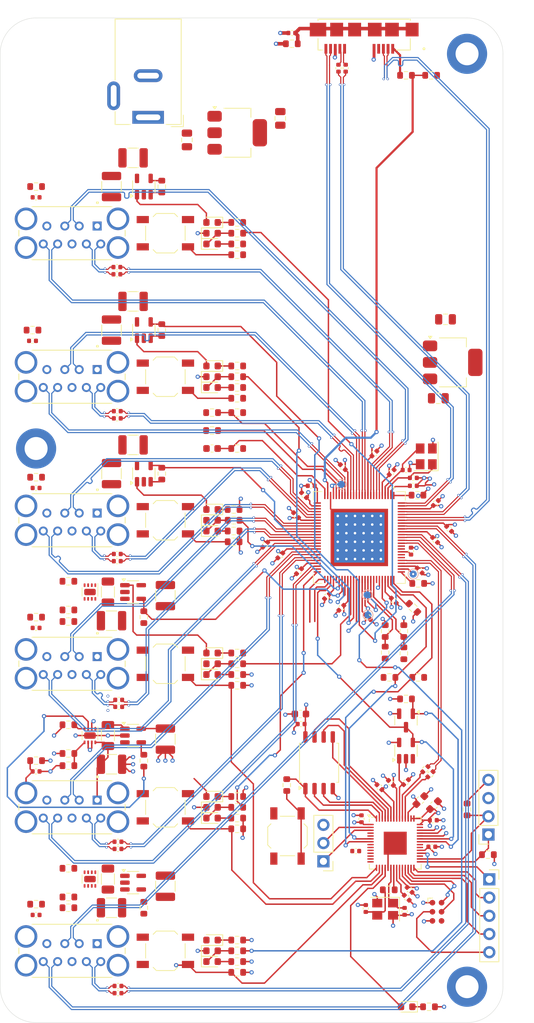
<source format=kicad_pcb>
(kicad_pcb (version 20240108) (generator "pcbnew") (generator_version "8.0")
  (layers (0 "F.Cu" signal) (1 "In1.Cu" signal) (2 "In2.Cu" signal) (3 "In3.Cu" signal) (4 "In4.Cu" signal) (31 "B.Cu" signal) (34 "B.Paste" user) (35 "F.Paste" user) (36 "B.SilkS" user "B.Silkscreen") (37 "F.SilkS" user "F.Silkscreen") (38 "B.Mask" user) (39 "F.Mask" user) (44 "Edge.Cuts" user))
  (property "date" "05.09.2024")
  (property "revision" "v0.1")
  (net 0 "")
  (net 1 "/Hub/Port0.SSTX-")
  (net 2 "/Hub/Port0.SSTX+")
  (net 3 "/Shield")
  (net 4 "GND")
  (net 5 "+1V2")
  (net 6 "/Hub/~{RESET}")
  (net 7 "+3V3")
  (net 8 "Net-(U201A-XTALI)")
  (net 9 "Net-(U201A-XTALO)")
  (net 10 "/Raspberry/RPI_1V1")
  (net 11 "/Raspberry/USB_VDD")
  (net 12 "Net-(U302-XIN)")
  (net 13 "Net-(C316-Pad1)")
  (net 14 "+5V")
  (net 15 "/Port1/VBUS")
  (net 16 "/Port1/B_SSTX-")
  (net 17 "/Hub/Port1.SSTX-")
  (net 18 "/Hub/Port1.SSTX+")
  (net 19 "/Port1/B_SSTX+")
  (net 20 "/Port1/Shield")
  (net 21 "/Port2/VBUS")
  (net 22 "/Port2/B_SSTX-")
  (net 23 "/Hub/Port2.SSTX-")
  (net 24 "/Hub/Port2.SSTX+")
  (net 25 "/Port2/B_SSTX+")
  (net 26 "/Port2/Shield")
  (net 27 "/Port3/VBUS")
  (net 28 "/Hub/Port3.SSTX-")
  (net 29 "/Port3/B_SSTX-")
  (net 30 "/Hub/Port3.SSTX+")
  (net 31 "/Port3/B_SSTX+")
  (net 32 "/Port3/Shield")
  (net 33 "/Port4/VBUS")
  (net 34 "/Hub/Port4.SSTX-")
  (net 35 "/Port4/B_SSTX-")
  (net 36 "/Hub/Port4.SSTX+")
  (net 37 "/Port4/B_SSTX+")
  (net 38 "/Port4/Shield")
  (net 39 "/Port5/VBUS")
  (net 40 "/Port5/B_SSTX-")
  (net 41 "/Hub/Port5.SSTX-")
  (net 42 "/Hub/Port5.SSTX+")
  (net 43 "/Port5/B_SSTX+")
  (net 44 "/Port5/Shield")
  (net 45 "/Port6/VBUS")
  (net 46 "/Hub/Port6.SSTX-")
  (net 47 "/Port6/B_SSTX-")
  (net 48 "/Port6/B_SSTX+")
  (net 49 "/Hub/Port6.SSTX+")
  (net 50 "/Port6/Shield")
  (net 51 "/Raspberry/STATUS_LED")
  (net 52 "Net-(D301-K)")
  (net 53 "Net-(D501-K)")
  (net 54 "/Port4/VBUS_HIGH")
  (net 55 "Net-(D502-A)")
  (net 56 "Net-(D502-K)")
  (net 57 "/Port5/VBUS_HIGH")
  (net 58 "Net-(D601-K)")
  (net 59 "Net-(D602-K)")
  (net 60 "Net-(D602-A)")
  (net 61 "/Port6/VBUS_HIGH")
  (net 62 "Net-(D701-K)")
  (net 63 "Net-(D702-K)")
  (net 64 "Net-(D702-A)")
  (net 65 "Net-(D801-K)")
  (net 66 "Net-(D802-K)")
  (net 67 "Net-(D802-A)")
  (net 68 "Net-(D901-K)")
  (net 69 "Net-(D902-A)")
  (net 70 "Net-(D902-K)")
  (net 71 "Net-(D1001-K)")
  (net 72 "Net-(D1002-K)")
  (net 73 "Net-(D1002-A)")
  (net 74 "/Raspberry/I2C1_SCL")
  (net 75 "/Raspberry/I2C1_SDA")
  (net 76 "/Hub/Port0.SSRX-")
  (net 77 "/Hub/Port0.DP+")
  (net 79 "/Hub/Port0.DP-")
  (net 80 "/Hub/Port0.SSRX+")
  (net 81 "/Hub/VBUS")
  (net 82 "/Hub/CFG_NON_REM")
  (net 83 "/Hub/CFG_BC_EN")
  (net 84 "/Raspberry/~{RESET}")
  (net 86 "/Raspberry/SWCLK")
  (net 87 "/Raspberry/SWDIO")
  (net 88 "/Raspberry/DEBUG_TX")
  (net 89 "/Raspberry/DEBUG_RX")
  (net 90 "/Hub/Port1.DP-")
  (net 91 "/Hub/Port1.DP+")
  (net 92 "/Hub/Port1.SSRX+")
  (net 93 "/Hub/Port1.SSRX-")
  (net 94 "/Hub/Port2.SSRX+")
  (net 95 "/Hub/Port2.DP-")
  (net 96 "/Hub/Port2.DP+")
  (net 97 "/Hub/Port2.SSRX-")
  (net 98 "/Hub/Port3.DP+")
  (net 99 "/Hub/Port3.SSRX+")
  (net 100 "/Hub/Port3.SSRX-")
  (net 101 "/Hub/Port3.DP-")
  (net 102 "/Hub/Port4.SSRX+")
  (net 103 "/Hub/Port4.DP-")
  (net 104 "/Hub/Port4.DP+")
  (net 105 "/Hub/Port4.SSRX-")
  (net 106 "/Hub/Port5.SSRX-")
  (net 107 "/Hub/Port5.DP+")
  (net 108 "/Hub/Port5.SSRX+")
  (net 109 "/Hub/Port5.DP-")
  (net 110 "/Hub/Port6.DP-")
  (net 111 "/Hub/Port6.DP+")
  (net 112 "/Hub/Port6.SSRX-")
  (net 113 "/Hub/Port6.SSRX+")
  (net 114 "/Hub/Port7.PRT_CTRL")
  (net 115 "Net-(Q303-G)")
  (net 116 "/Hub/Port1.PRT_CTRL")
  (net 117 "/Hub/Port2.PRT_CTRL")
  (net 118 "/Hub/Port3.PRT_CTRL")
  (net 119 "Net-(U201B-VBUS)")
  (net 120 "/Hub/C_ATTACH0")
  (net 121 "/Hub/C_ATTACH1")
  (net 122 "/Hub/CFG_STRAP")
  (net 123 "/Hub/SMB_DATA")
  (net 124 "/Hub/SMB_CLK")
  (net 125 "Net-(U201A-RBIAS)")
  (net 126 "/Hub/FLEX_CMD")
  (net 127 "/Raspberry/USB_D+")
  (net 128 "/Hub/Port7.DP+")
  (net 129 "/Hub/Port7.DP-")
  (net 130 "/Raspberry/USB_D-")
  (net 131 "/Raspberry/QSPI_SS")
  (net 132 "Net-(R304-Pad2)")
  (net 133 "Net-(U302-XOUT)")
  (net 134 "/Port4/~{Alert}")
  (net 135 "Net-(U501-CMPREF)")
  (net 136 "Net-(U501-RESET)")
  (net 137 "/Hub/Port1.SPEED_IND")
  (net 138 "/TOGGLE1")
  (net 139 "/Port5/~{Alert}")
  (net 140 "Net-(U601-CMPREF)")
  (net 141 "Net-(U601-RESET)")
  (net 142 "/Hub/Port2.SPEED_IND")
  (net 143 "/TOGGLE2")
  (net 144 "/Port6/~{Alert}")
  (net 145 "Net-(U701-CMPREF)")
  (net 146 "Net-(U701-RESET)")
  (net 147 "/Hub/Port3.SPEED_IND")
  (net 148 "/TOGGLE3")
  (net 149 "/Port1/~{Flag}")
  (net 150 "/Hub/Port4.PRT_CTRL")
  (net 151 "/Hub/Port4.SPEED_IND")
  (net 152 "/TOGGLE4")
  (net 153 "/Port2/~{Flag}")
  (net 154 "/Hub/Port5.PRT_CTRL")
  (net 155 "/Hub/Port5.SPEED_IND")
  (net 156 "/TOGGLE5")
  (net 157 "/Hub/Port6.PRT_CTRL")
  (net 158 "/Port3/~{Flag}")
  (net 159 "/Hub/Port6.SPEED_IND")
  (net 160 "/TOGGLE6")
  (net 161 "Net-(U201A-FLEX_STATE)")
  (net 162 "Net-(U201A-SUSPEND_IND)")
  (net 163 "/Raspberry/GPIO21")
  (net 164 "/Raspberry/GPIO16")
  (net 165 "/Raspberry/RUN")
  (net 172 "/Raspberry/QSPI_SD3")
  (net 173 "/Raspberry/QSPI_SD2")
  (net 174 "/Raspberry/QSPI_SD1")
  (net 175 "/Raspberry/QSPI_SCLK")
  (net 176 "/Raspberry/QSPI_SD0")
  (net 178 "/Raspberry/GPIO17")
  (net 179 "/ADC0")
  (net 180 "/ADC1")
  (net 184 "/ADC2")
  (net 185 "/SSTX-")
  (net 186 "/SSTX+")
  (net 192 "Net-(U201A-SPI_CLK)")
  (net 193 "Net-(U201A-SPI_DO)")
  (footprint "Resistor_SMD:R_0603_1608Metric" (layer "F.Cu") (at 154.2 126.9)
    (property "Reference" "R211" (hide yes))
    (property "Value" "10k")
  )
  (footprint "Capacitor_SMD:C_1210_3225Metric" (layer "F.Cu") (at 123 156 -90)
    (property "Reference" "C701" (hide yes))
    (property "Value" "47uF")
  )
  (footprint "g-Package_DFN:100-VQFN" (layer "F.Cu") (at 150 107.4 180)
    (property "Reference" "U201" (hide yes))
    (property "Value" "USB5807")
  )
  (footprint "Capacitor_SMD:C_1210_3225Metric" (layer "F.Cu") (at 115.5 98.5 90)
    (property "Reference" "C1002" (hide yes))
    (property "Value" "47uF")
  )
  (footprint "Resistor_SMD:R_0603_1608Metric" (layer "F.Cu") (at 133 148 180)
    (property "Reference" "R612" (hide yes))
    (property "Value" "100k")
  )
  (footprint "Capacitor_SMD:C_1210_3225Metric" (layer "F.Cu") (at 123 135.5 -90)
    (property "Reference" "C601" (hide yes))
    (property "Value" "47uF")
  )
  (footprint "Resistor_SMD:R_0603_1608Metric" (layer "F.Cu") (at 133 145 180)
    (property "Reference" "R611" (hide yes))
    (property "Value" "330")
  )
  (footprint "Resistor_SMD:R_0603_1608Metric" (layer "F.Cu") (at 133 83.5)
    (property "Reference" "R901" (hide yes))
    (property "Value" "1k")
  )
  (footprint "Capacitor_SMD:C_0402_1005Metric" (layer "F.Cu") (at 105 60)
    (property "Reference" "C805" (hide yes))
    (property "Value" "100nF")
  )
  (footprint "Resistor_SMD:R_0603_1608Metric" (layer "F.Cu") (at 156.2 123.541005 90)
    (property "Reference" "R204" (hide yes))
    (property "Value" "0R")
  )
  (footprint "Capacitor_SMD:C_0402_1005Metric" (layer "F.Cu") (at 116.3 90.8 180)
    (property "Reference" "C903" (hide yes))
    (property "Value" "100nF")
  )
  (footprint "Capacitor_SMD:C_0402_1005Metric" (layer "F.Cu") (at 116.3 110.7 180)
    (property "Reference" "C1003" (hide yes))
    (property "Value" "100nF")
  )
  (footprint "Resistor_SMD:R_0603_1608Metric" (layer "F.Cu") (at 109.5 113.5 180)
    (property "Reference" "R510" (hide yes))
    (property "Value" "0")
  )
  (footprint "Resistor_SMD:R_0603_1608Metric" (layer "F.Cu") (at 109.5 139.2 180)
    (property "Reference" "R609" (hide yes))
    (property "Value" "100K")
  )
  (footprint "Resistor_SMD:R_0603_1608Metric" (layer "F.Cu") (at 133 168 180)
    (property "Reference" "R712" (hide yes))
    (property "Value" "100k")
  )
  (footprint "Capacitor_SMD:C_0402_1005Metric" (layer "F.Cu") (at 160.55 107.75 -45)
    (property "Reference" "C210" (hide yes))
    (property "Value" "100nF")
  )
  (footprint "Resistor_SMD:R_0603_1608Metric" (layer "F.Cu") (at 160 43)
    (property "Reference" "R202" (hide yes))
    (property "Value" "100k")
  )
  (footprint "Capacitor_SMD:C_0402_1005Metric" (layer "F.Cu") (at 141.2 104.3 135)
    (property "Reference" "C202" (hide yes))
    (property "Value" "100nF")
  )
  (footprint "g-Connector_USB:AMPHENOL_GSB312137CHR" (layer "F.Cu") (at 110 165)
    (property "Reference" "J701" (hide yes))
    (property "Value" "USB3_A")
  )
  (footprint "Resistor_SMD:R_0603_1608Metric" (layer "F.Cu") (at 109.5 119.11 180)
    (property "Reference" "R509" (hide yes))
    (property "Value" "100K")
  )
  (footprint "Resistor_SMD:R_0603_1608Metric" (layer "F.Cu") (at 153.6 120.44 90)
    (property "Reference" "R205" (hide yes))
    (property "Value" "200k")
  )
  (footprint "Package_TO_SOT_SMD:SOT-23" (layer "F.Cu") (at 156.5 132.9 -90)
    (property "Reference" "Q303" (hide yes))
    (property "Value" "2N7002")
  )
  (footprint "Connector_BarrelJack:BarrelJack_Wuerth_6941xx301002" (layer "F.Cu") (at 120.6 48.850001 180)
    (property "Reference" "J103" (hide yes))
    (property "Value" "Barrel_Jack_Switch")
  )
  (footprint "Resistor_SMD:R_0603_1608Metric" (layer "F.Cu") (at 133 65 180)
    (property "Reference" "R805" (hide yes))
    (property "Value" "330")
  )
  (footprint "g-Package_DFN:8-WSON_2x2mm" (layer "F.Cu") (at 112.5 115 -90)
    (property "Reference" "U501" (hide yes))
    (property "Value" "INA381A1")
  )
  (footprint "Capacitor_SMD:C_0402_1005Metric" (layer "F.Cu") (at 149.5 151.1 180)
    (property "Reference" "C308" (hide yes))
    (property "Value" "100nF")
  )
  (footprint "Resistor_SMD:R_0603_1608Metric" (layer "F.Cu") (at 156.2 120.441005 90)
    (property "Reference" "R206" (hide yes))
    (property "Value" "200k")
  )
  (footprint "Capacitor_SMD:C_0402_1005Metric" (layer "F.Cu") (at 105 140)
    (property "Reference" "C605" (hide yes))
    (property "Value" "100nF")
  )
  (footprint "LED_SMD:LED_0603_1608Metric" (layer "F.Cu") (at 129.5 163.5 180)
    (property "Reference" "D701" (hide yes))
    (property "Value" "LED")
  )
  (footprint "Resistor_SMD:R_0402_1005Metric" (layer "F.Cu") (at 159.192893 139.692893 -135)
    (property "Reference" "R302" (hide yes))
    (property "Value" "27R")
  )
  (footprint "Connector:Tag-Connect_TC2030-IDC-NL_2x03_P1.27mm_Vertical" (layer "F.Cu") (at 160.816 159.56 -90)
    (property "Reference" "J301" (hide yes))
    (property "Value" "Debug")
  )
  (footprint "Package_TO_SOT_SMD:SOT-23-5" (layer "F.Cu") (at 118.5 135)
    (property "Reference" "U602" (hide yes))
    (property "Value" "AP22804AW5")
  )
  (footprint "Capacitor_SMD:C_0402_1005Metric" (layer "F.Cu") (at 116.5 131 180)
    (property "Reference" "C503" (hide yes))
    (property "Value" "100nF")
  )
  (footprint "Capacitor_SMD:C_1210_3225Metric" (layer "F.Cu") (at 115.5 119)
    (property "Reference" "C502" (hide yes))
    (property "Value" "47uF")
  )
  (footprint "Resistor_SMD:R_0603_1608Metric" (layer "F.Cu") (at 140.6 38.6 180)
    (property "Reference" "R103" (hide yes))
    (property "Value" "330")
  )
  (footprint "Resistor_SMD:R_0603_1608Metric" (layer "F.Cu") (at 109.5 117.5)
    (property "Reference" "R508" (hide yes))
    (property "Value" "10K")
  )
  (footprint "Capacitor_SMD:C_0402_1005Metric" (layer "F.Cu") (at 154.8 116.2 -45)
    (property "Reference" "C215" (hide yes))
    (property "Value" "100nF")
  )
  (footprint "Resistor_SMD:R_0603_1608Metric" (layer "F.Cu") (at 132.5 103.5)
    (property "Reference" "R1001" (hide yes))
    (property "Value" "1k")
  )
  (footprint "Capacitor_SMD:C_0402_1005Metric" (layer "F.Cu") (at 116.25 69.72 180)
    (property "Reference" "C804" (hide yes))
    (property "Value" "100nF")
  )
  (footprint "g-Connector_USB:AMPHENOL_GSB312137CHR" (layer "F.Cu") (at 110 85)
    (property "Reference" "J901" (hide yes))
    (property "Value" "USB3_A")
  )
  (footprint "Capacitor_SMD:C_0402_1005Metric" (layer "F.Cu") (at 116.4 170.9 180)
    (property "Reference" "C703" (hide yes))
    (property "Value" "100nF")
  )
  (footprint "Capacitor_SMD:C_0402_1005Metric" (layer "F.Cu") (at 139 109.9 -135)
    (property "Reference" "C219" (hide yes))
    (property "Value" "100nF")
  )
  (footprint "Capacitor_SMD:C_1210_3225Metric" (layer "F.Cu") (at 118.5 54.5 180)
    (property "Reference" "C801" (hide yes))
    (property "Value" "47uF")
  )
  (footprint "Resistor_SMD:R_0603_1608Metric" (layer "F.Cu") (at 133 68 180)
    (property "Reference" "R806" (hide yes))
    (property "Value" "100k")
  )
  (footprint "Capacitor_SMD:C_0402_1005Metric" (layer "F.Cu") (at 152.1 95.7 45)
    (property "Reference" "C205" (hide yes))
    (property "Value" "100nF")
  )
  (footprint "Resistor_SMD:R_0603_1608Metric" (layer "F.Cu") (at 133 86.5 180)
    (property "Reference" "R904" (hide yes))
    (property "Value" "0R")
  )
  (footprint "Capacitor_SMD:C_0402_1005Metric" (layer "F.Cu") (at 141.9 133.4 180)
    (property "Reference" "C314" (hide yes))
    (property "Value" "100nF")
  )
  (footprint "Resistor_SMD:R_0603_1608Metric" (layer "F.Cu") (at 133 123.5)
    (property "Reference" "R503" (hide yes))
    (property "Value" "1k")
  )
  (footprint "Capacitor_SMD:C_0603_1608Metric" (layer "F.Cu") (at 141.8 132 180)
    (property "Reference" "C313" (hide yes))
    (property "Value" "2.2uF")
  )
  (footprint "Resistor_SMD:R_0603_1608Metric" (layer "F.Cu") (at 105 138.5)
    (property "Reference" "R605" (hide yes))
    (property "Value" "330")
  )
  (footprint "Capacitor_SMD:C_0402_1005Metric" (layer "F.Cu") (at 141.6 112.1 -135)
    (property "Reference" "C208" (hide yes))
    (property "Value" "100nF")
  )
  (footprint "Resistor_SMD:R_0603_1608Metric" (layer "F.Cu") (at 133 126.5 180)
    (property "Reference" "R507" (hide yes))
    (property "Value" "0R")
  )
  (footprint "Capacitor_SMD:C_0402_1005Metric" (layer "F.Cu") (at 157 156.5 -45)
    (property "Reference" "C302" (hide yes))
    (property "Value" "100nF")
  )
  (footprint "Capacitor_SMD:C_0402_1005Metric" (layer "F.Cu") (at 147.1 42 -90)
    (property "Reference" "C102" (hide yes))
    (property "Value" "100nF")
  )
  (footprint "Capacitor_SMD:C_0402_1005Metric" (layer "F.Cu") (at 116.4 169.9 180)
    (property "Reference" "C704" (hide yes))
    (property "Value" "100nF")
  )
  (footprint "Resistor_SMD:R_0603_1608Metric" (layer "F.Cu") (at 133 66.5 180)
    (property "Reference" "R804" (hide yes))
    (property "Value" "0R")
  )
  (footprint "Capacitor_SMD:C_0402_1005Metric" (layer "F.Cu") (at 152.8 142.2 135)
    (property "Reference" "C303" (hide yes))
    (property "Value" "100nF")
  )
  (footprint "Capacitor_SMD:C_0402_1005Metric" (layer "F.Cu") (at 154.4 141.6 135)
    (property "Reference" "C309" (hide yes))
    (property "Value" "100nF")
  )
  (footprint "Capacitor_SMD:C_0402_1005Metric" (layer "F.Cu") (at 116.3 89.8 180)
    (property "Reference" "C904" (hide yes))
    (property "Value" "100nF")
  )
  (footprint "g-Package_DFN:8-WSON_2x2mm" (layer "F.Cu") (at 112.5 155 -90)
    (property "Reference" "U701" (hide yes))
    (property "Value" "INA381A1")
  )
  (footprint "Capacitor_SMD:C_0805_2012Metric" (layer "F.Cu") (at 162 77)
    (property "Reference" "C403" (hide yes))
    (property "Value" "10uF")
  )
  (footprint "Resistor_SMD:R_0603_1608Metric" (layer "F.Cu") (at 109.5 157.5)
    (property "Reference" "R708" (hide yes))
    (property "Value" "10K")
  )
  (footprint "LED_SMD:LED_0603_1608Metric" (layer "F.Cu") (at 129.5 103.5 180)
    (property "Reference" "D1001" (hide yes))
    (property "Value" "LED")
  )
  (footprint "Capacitor_SMD:C_0402_1005Metric" (layer "F.Cu") (at 142.3 101.5 135)
    (property "Reference" "C220" (hide yes))
    (property "Value" "100nF")
  )
  (footprint "Resistor_SMD:R_0603_1608Metric" (layer "F.Cu") (at 120 138.5 -90)
    (property "Reference" "R606" (hide yes))
    (property "Value" "0")
  )
  (footprint "Resistor_SMD:R_0603_1608Metric" (layer "F.Cu") (at 157.5 117.2 135)
    (property "Reference" "R209" (hide yes))
    (property "Value" "10k")
  )
  (footprint "Resistor_SMD:R_0603_1608Metric" (layer "F.Cu") (at 156.5 129.9 180)
    (property "Reference" "R301" (hide yes))
    (property "Value" "100k")
  )
  (footprint "g-Connector_USB:AMPHENOL_GSB312137CHR" (layer "F.Cu") (at 110 145)
    (property "Reference" "J601" (hide yes))
    (property "Value" "USB3_A")
  )
  (footprint "Resistor_SMD:R_1206_3216Metric" (layer "F.Cu") (at 115 135 -90)
    (property "Reference" "R601" (hide yes))
    (property "Value" "65m")
  )
  (footprint "Capacitor_SMD:C_0402_1005Metric" (layer "F.Cu") (at 150.9 159.1 90)
    (property "Reference" "C316" (hide yes))
    (property "Value" "15pF")
  )
  (footprint "Resistor_SMD:R_0603_1608Metric" (layer "F.Cu") (at 133 88 180)
    (property "Reference" "R906" (hide yes))
    (property "Value" "100k")
  )
  (footprint "LED_SMD:LED_0603_1608Metric" (layer "F.Cu") (at 129.5 63.5 180)
    (property "Reference" "D801" (hide yes))
    (property "Value" "LED")
  )
  (footprint "Capacitor_SMD:C_0402_1005Metric" (layer "F.Cu") (at 116.5 130.030001 180)
    (property "Reference" "C504" (hide yes))
    (property "Value" "100nF")
  )
  (footprint "Capacitor_SMD:C_1210_3225Metric" (layer "F.Cu") (at 115.5 58.5 90)
    (property "Reference" "C802" (hide yes))
    (property "Value" "47uF")
  )
  (footprint "Crystal:Crystal_SMD_Abracon_ABM8G-4Pin_3.2x2.5mm" (layer "F.Cu") (at 159.32 96.1 90)
    (property "Reference" "Y201" (hide yes))
    (property "Value" "25Mhz")
  )
  (footprint "Capacitor_SMD:C_0402_1005Metric" (layer "F.Cu") (at 105 120)
    (property "Reference" "C505" (hide yes))
    (property "Value" "100nF")
  )
  (footprint "Button_Switch_SMD:SW_SPST_TL3342" (layer "F.Cu") (at 123 165)
    (property "Reference" "SW701" (hide yes))
    (property "Value" "SW_Push")
  )
  (footprint "LED_SMD:LED_0603_1608Metric" (layer "F.Cu") (at 129.5 166.5)
    (property "Reference" "D702" (hide yes))
    (property "Value" "LED")
  )
  (footprint "Capacitor_SMD:C_0402_1005Metric" (layer "F.Cu") (at 104.5 80)
    (property "Reference" "C905" (hide yes))
    (property "Value" "100nF")
  )
  (footprint "Resistor_SMD:R_0603_1608Metric" (layer "F.Cu") (at 105 99)
    (property "Reference" "R1002" (hide yes))
    (property "Value" "330")
  )
  (footprint "Resistor_SMD:R_0603_1608Metric" (layer "F.Cu") (at 139.9 141.9 -90)
    (property "Reference" "R304" (hide yes))
    (property "Value" "1k")
  )
  (footprint "Resistor_SMD:R_0603_1608Metric" (layer "F.Cu") (at 129.5 90 180)
    (property "Reference" "R213" (hide yes))
    (property "Value" "0R")
  )
  (footprint "Resistor_SMD:R_0603_1608Metric" (layer "F.Cu") (at 109.5 159 180)
    (property "Reference" "R709" (hide yes))
    (property "Value" "100K")
  )
  (footprint "Capacitor_SMD:C_0402_1005Metric" (layer "F.Cu") (at 116.3 109.7 180)
    (property "Reference" "C1004" (hide yes))
    (property "Value" "100nF")
  )
  (footprint "Capacitor_SMD:C_0402_1005Metric" (layer "F.Cu") (at 148.1 42 -90)
    (property "Reference" "C101" (hide yes))
    (property "Value" "100nF")
  )
  (footprint "Resistor_SMD:R_0603_1608Metric" (layer "F.Cu") (at 159.7 172.8)
    (property "Reference" "R307" (hide yes))
    (property "Value" "1k")
  )
  (footprint "Resistor_SMD:R_0603_1608Metric" (layer "F.Cu") (at 133 143.5)
    (property "Reference" "R603" (hide yes))
    (property "Value" "1k")
  )
  (footprint "Capacitor_SMD:C_1210_3225Metric" (layer "F.Cu") (at 118.5 94.5 180)
    (property "Reference" "C1001" (hide yes))
    (property "Value" "47uF")
  )
  (footprint "Resistor_SMD:R_0603_1608Metric" (layer "F.Cu") (at 133 166.5 180)
    (property "Reference" "R707" (hide yes))
    (property "Value" "0R")
  )
  (footprint "Capacitor_SMD:C_1210_3225Metric" (layer "F.Cu") (at 115.5 139)
    (property "Reference" "C602" (hide yes))
    (property "Value" "47uF")
  )
  (footprint "Package_TO_SOT_SMD:SOT-223-3_TabPin2" (layer "F.Cu") (at 133 51)
    (property "Reference" "U401" (hide yes))
    (property "Value" "TLV1117-33")
  )
  (footprint "Resistor_SMD:R_0603_1608Metric" (layer "F.Cu") (at 156.5 43)
    (property "Reference" "R201" (hide yes))
    (property "Value" "100k")
  )
  (footprint "LED_SMD:LED_0603_1608Metric" (layer "F.Cu") (at 129.5 146.5)
    (property "Reference" "D602" (hide yes))
    (property "Value" "LED")
  )
  (footprint "Resistor_SMD:R_0603_1608Metric" (layer "F.Cu") (at 133 95 180)
    (property "Reference" "R207" (hide yes))
    (property "Value" "10k")
  )
  (footprint "Resistor_SMD:R_0603_1608Metric" (layer "F.Cu") (at 133 165 180)
    (property "Reference" "R711" (hide yes))
    (property "Value" "330")
  )
  (footprint "Package_SO:SOIC-8_5.23x5.23mm_P1.27mm" (layer "F.Cu") (at 144.4 138.8 90)
    (property "Reference" "U301" (hide yes))
    (property "Value" "W25Q16JVSS")
  )
  (footprint "Package_TO_SOT_SMD:SOT-23-5" (layer "F.Cu") (at 120 98.5 90)
    (property "Reference" "U1001" (hide yes))
    (property "Value" "AP22804AW5")
  )
  (footprint "Capacitor_SMD:C_0603_1608Metric" (layer "F.Cu") (at 129.5 95 180)
    (property "Reference" "C212" (hide yes))
    (property "Value" "1uF")
  )
  (footprint "Connector_PinHeader_2.54mm:PinHeader_1x03_P2.54mm_Vertical" (layer "F.Cu") (at 145 152.525 180)
    (property "Reference" "J302" (hide yes))
    (property "Value" "Conn_01x03_Pin")
  )
  (footprint "Button_Switch_SMD:SW_SPST_TL3342" (layer "F.Cu") (at 123 145)
    (property "Reference" "SW601" (hide yes))
    (property "Value" "SW_Push")
  )
  (footprint "Resistor_SMD:R_0603_1608Metric" (layer "F.Cu") (at 158.2 126.9 180)
    (property "Reference" "R212" (hide yes))
    (property "Value" "10k")
  )
  (footprint "Crystal:Crystal_SMD_3225-4Pin_3.2x2.5mm" (layer "F.Cu") (at 153.6 159.2 180)
    (property "Reference" "Y301" (hide yes))
    (property "Value" "12Mhz")
  )
  (footprint "Capacitor_SMD:C_1210_3225Metric" (layer "F.Cu") (at 115.5 78.5 90)
    (property "Reference" "C902" (hide yes))
    (property "Value" "47uF")
  )
  (footprint "Capacitor_SMD:C_1210_3225Metric" (layer "F.Cu") (at 118.5 74.5 180)
    (property "Reference" "C901" (hide yes))
    (property "Value" "47uF")
  )
  (footprint "LED_SMD:LED_0603_1608Metric" (layer "F.Cu") (at 129.5 165)
    (property "Reference" "D703" (hide yes))
    (property "Value" "LED")
  )
  (footprint "Resistor_SMD:R_0603_1608Metric" (layer "F.Cu") (at 167.9 151.6 180)
    (property "Reference" "R102" (hide yes))
    (property "Value" "100k")
  )
  (footprint "Resistor_SMD:R_0603_1608Metric" (layer "F.Cu") (at 105 118.5)
    (property "Reference" "R505" (hide yes))
    (property "Value" "330")
  )
  (footprint "Resistor_SMD:R_0603_1608Metric" (layer "F.Cu") (at 109.5 133.5 180)
    (property "Reference" "R610" (hide yes))
    (property "Value" "0")
  )
  (footprint "Capacitor_SMD:C_0402_1005Metric" (layer "F.Cu") (at 136.9 108.4 -135)
    (property "Reference" "C203" (hide yes))
    (property "Value" "100nF")
  )
  (footprint "Package_TO_SOT_SMD:SOT-23-5" (layer "F.Cu") (at 118.5 155.5)
    (property "Reference" "U702" (hide yes))
    (property "Value" "AP22804AW5")
  )
  (footprint "Button_Switch_SMD:SW_SPST_TL3342" (layer "F.Cu") (at 123 65)
    (property "Reference" "SW801" (hide yes))
    (property "Value" "SW_Push")
  )
  (footprint "Capacitor_SMD:C_0402_1005Metric" (layer "F.Cu") (at 105 160)
    (property "Reference" "C705" (hide yes))
    (property "Value" "100nF")
  )
  (footprint "Resistor_SMD:R_0603_1608Metric" (layer "F.Cu") (at 132.5 105 180)
    (property "Reference" "R1005" (hide yes))
    (property "Value" "330")
  )
  (footprint "Capacitor_SMD:C_0402_1005Metric" (layer "F.Cu") (at 160.1 150.5)
    (property "Reference" "C305" (hide yes))
    (property "Value" "100nF")
  )
  (footprint "Capacitor_SMD:C_0402_1005Metric" (layer "F.Cu") (at 157.2 109.3 90)
    (property "Reference" "C207" (hide yes))
    (property "Value" "100nF")
  )
  (footprint "Resistor_SMD:R_0603_1608Metric" (layer "F.Cu") (at 133 90 180)
    (property "Reference" "R210" (hide yes))
    (property "Value" "200k")
  )
  (footprint "LED_SMD:LED_0603_1608Metric" (layer "F.Cu") (at 129.5 126.5)
    (property "Reference" "D502" (hide yes))
    (property "Value" "LED")
  )
  (footprint "Capacitor_SMD:C_0402_1005Metric" (layer "F.Cu") (at 156.5 141.5 45)
    (property "Reference" "C312" (hide yes))
    (property "Value" "100nF")
  )
  (footprint "g-Connector_USB:AMPHENOL_GSB312137CHR" (layer "F.Cu") (at 110 105)
    (property "Reference" "J1001" (hide yes))
    (property "Value" "USB3_A")
  )
  (footprint "Button_Switch_SMD:SW_SPST_TL3342" (layer "F.Cu") (at 123 125)
    (property "Reference" "SW501" (hide yes))
    (property "Value" "SW_Push")
  )
  (footprint "Capacitor_SMD:C_0402_1005Metric" (layer "F.Cu") (at 105 100.5)
    (property "Reference" "C1005" (hide yes))
    (property "Value" "100nF")
  )
  (footprint "Resistor_SMD:R_0603_1608Metric" (layer "F.Cu") (at 120 118.5 -90)
    (property "Reference" "R506" (hide yes))
    (property "Value" "0")
  )
  (footprint "Resistor_SMD:R_0603_1608Metric" (layer "F.Cu") (at 158.1 101.5)
    (property "Reference" "R214" (hide yes))
    (property "Value" "12k")
  )
  (footprint "LED_SMD:LED_0603_1608Metric" (layer "F.Cu") (at 129.5 125)
    (property "Reference" "D503" (hide yes))
    (property "Value" "LED")
  )
  (footprint "Capacitor_SMD:C_0805_2012Metric" (layer "F.Cu") (at 161 88)
    (property "Reference" "C404" (hide yes))
    (property "Value" "10uF")
  )
  (footprint "LED_SMD:LED_0603_1608Metric" (layer "F.Cu") (at 129.5 66.5)
    (property "Reference" "D802" (hide yes))
    (property "Value" "LED")
  )
  (footprint "Package_DFN_QFN:QFN-56-1EP_7x7mm_P0.4mm_EP3.2x3.2mm" (layer "F.Cu") (at 155 150)
    (property "Reference" "U302" (hide yes))
    (property "Value" "RP2040")
  )
  (footprint "LED_SMD:LED_0603_1608Metric" (layer "F.Cu") (at 129.5 143.5 180)
    (property "Reference" "D601" (hide yes))
    (property "Value" "LED")
  )
  (footprint "Package_TO_SOT_SMD:SOT-23-5" (layer "F.Cu") (at 118.5 115)
    (property "Reference" "U502" (hide yes))
    (property "Value" "AP22804AW5")
  )
  (footprint "Capacitor_SMD:C_0402_1005Metric" (layer "F.Cu") (at 157.52 100.2)
    (property "Reference" "C218" (hide yes))
    (property "Value" "100nF")
  )
  (footprint "Resistor_SMD:R_0603_1608Metric" (layer "F.Cu") (at 105 158.5)
    (property "Reference" "R705" (hide yes))
    (property "Value" "330")
  )
  (footprint "Capacitor_SMD:C_0402_1005Metric" (layer "F.Cu") (at 147.5 117.2 -135)
    (property "Reference" "C211" (hide yes))
    (property "Value" "100nF")
  )
  (footprint "Capacitor_SMD:C_0402_1005Metric" (layer "F.Cu") (at 147.7 97.6 135)
    (property "Reference" "C204" (hide yes))
    (property "Value" "100nF")
  )
  (footprint "Resistor_SMD:R_0603_1608Metric" (layer "F.Cu") (at 133 125 180)
    (property "Reference" "R511" (hide yes))
    (property "Value" "330")
  )
  (footprint "Resistor_SMD:R_0603_1608Metric" (layer "F.Cu") (at 120 159 -90)
    (property "Reference" "R706" (hide yes))
    (property "Value" "0")
  )
  (footprint "LED_SMD:LED_0603_1608Metric" (layer "F.Cu") (at 129.5 85)
    (property "Reference" "D903" (hide yes))
    (property "Value" "LED")
  )
  (footprint "Capacitor_SMD:C_0402_1005Metric" (layer "F.Cu") (at 151.2 118.5 -45)
    (property "Reference" "C214" (hide yes))
    (property "Value" "100nF")
  )
  (footprint "Capacitor_SMD:C_0402_1005Metric" (layer "F.Cu") (at 143.3 100.2 180)
    (property "Reference" "C201" (hide yes))
    (property "Value" "100nF")
  )
  (footprint "Capacitor_SMD:C_0402_1005Metric" (layer "F.Cu") (at 140.6 37.1 180)
    (property "Reference" "C103" (hide yes))
    (property "Value" "100nF")
  )
  (footprint "Capacitor_SMD:C_0402_1005Metric" (layer "F.Cu") (at 160.3 146.8)
    (property "Reference" "C306" (hide yes))
    (property "Value" "100nF")
  )
  (footprint "Button_Switch_SMD:SW_SPST_TL3342" (layer "F.Cu") (at 123 105)
    (property "Reference" "SW1001" (hide yes))
    (property "Value" "SW_Push")
  )
  (footprint "Resistor_SMD:R_0603_1608Metric" (layer "F.Cu") (at 122.5 58.5 -90)
    (property "Reference" "R803" (hide yes))
    (property "Value" "0")
  )
  (footprint "Connector_PinSocket_2.54mm:PinSocket_1x05_P2.54mm_Vertical" (layer "F.Cu") (at 168.1 155.04)
    (property "Reference" "J303" (hide yes))
    (property "Value" "Conn_01x05_Pin")
  )
  (footprint "Capacitor_SMD:C_0805_2012Metric" (layer "F.Cu") (at 126 52 90)
    (property "Reference" "C401" (hide yes))
    (property "Value" "10uF")
  )
  (footprint "Resistor_SMD:R_0603_1608Metric" (layer "F.Cu") (at 129.5 92.5 180)
    (property "Reference" "R215" (hide yes))
    (property "Value" "10k")
  )
  (footprint "Resistor_SMD:R_0603_1608Metric" (layer "F.Cu") (at 133 85 180)
    (property "Reference" "R905" (hide yes))
    (property "Value" "330")
  )
  (footprint "Capacitor_SMD:C_0402_1005Metric" (layer "F.Cu") (at 154.5 98.3 45)
    (property "Reference" "C217" (hide yes))
    (property "Value" "100nF")
  )
  (footprint "Capacitor_SMD:C_0402_1005Metric" (layer "F.Cu") (at 158.4 112 -45)
    (property "Reference" "C209" (hide yes))
    (property "Value" "100nF")
  )
  (footprint "Resistor_SMD:R_0603_1608Metric" (layer "F.Cu") (at 133 163.5)
    (property "Reference" "R703" (hide yes))
    (property "Value" "1k")
  )
  (footprint "Resistor_SMD:R_1206_3216Metric" (layer "F.Cu") (at 115 115 -90)
    (property "Reference" "R501" (hide yes))
    (property "Value" "65m")
  )
  (footprint "Capacitor_SMD:C_0402_1005Metric" (layer "F.Cu") (at 116.4 149.8 180)
    (property "Reference" "C604" (hide yes))
    (property "Value" "100nF")
  )
  (footprint "Resistor_SMD:R_0603_1608Metric" (layer "F.Cu") (at 153.6 123.44 90)
    (property "Reference" "R203" (hide yes))
    (property "Value" "0R")
  )
  (footprint "Package_TO_SOT_SMD:SOT-23-5" (layer "F.Cu") (at 120 78.5 90)
    (property "Reference" "U901" (hide yes))
    (property "Value" "AP22804AW5")
  )
  (footprint "LED_SMD:LED_0603_1608Metric" (layer "F.Cu") (at 129.5 86.5)
    (property "Reference" "D902" (hide yes))
    (property "Value" "LED")
  )
  (footprint "Resistor_SMD:R_0402_1005Metric" (layer "F.Cu") (at 159.9 140.4 -135)
    (property "Reference" "R303" (hide yes))
    (property "Value" "27R")
  )
  (footprint "Resistor_SMD:R_0603_1608Metric" (layer "F.Cu") (at 105 58.5)
    (property "Reference" "R802" (hide yes))
    (property "Value" "330")
  )
  (footprint "g-Package_DFN:8-WSON_2x2mm" (layer "F.Cu") (at 112.5 135 -90)
    (property "Reference" "U601" (hide yes))
    (property "Value" "INA381A1")
  )
  (footprint "Capacitor_SMD:C_0402_1005Metric" (layer "F.Cu") (at 156.52 98)
    (property "Reference" "C222" (hide yes))
    (property "Value" "10pF")
  )
  (footprint "Resistor_SMD:R_0603_1608Metric" (layer "F.Cu") (at 133 128 180)
    (property "Reference" "R512" (hide yes))
    (property "Value" "100k")
  )
  (footprint "g-Connector_USB:AMPHENOL_GSB443133HR" (layer "F.Cu") (at 150 39.3 180)
    (property "Reference" "J102" (hide yes))
    (property "Value" "USB3_B_Micro")
  )
  (footprint "Resistor_SMD:R_0603_1608Metric" (layer "F.Cu") (at 132.5 106.5 180)
    (property "Reference" "R1004" (hide yes))
    (property "Value" "0R")
  )
  (footprint "Capacitor_SMD:C_0402_1005Metric" (layer "F.Cu") (at 162.5 106.2 -45)
    (property "Reference" "C216" (hide yes))
    (property "Value" "100nF")
  )
  (footprint "Capacitor_SMD:C_0402_1005Metric" (layer "F.Cu") (at 160.65 102.6 45)
    (property "Reference" "C206" (hide yes))
    (property "Value" "100nF")
  )
  (footprint "Resistor_SMD:R_0603_1608Metric" (layer "F.Cu") (at 165 145.3 -90)
    (property "Reference" "R101" (hide yes))
    (property "Value" "100k")
  )
  (footprint "Resistor_SMD:R_1206_3216Metric" (layer "F.Cu") (at 115 155 -90)
    (property "Reference" "R701" (hide yes))
    (property "Value" "65m")
  )
  (footprint "Capacitor_SMD:C_0402_1005Metric" (layer "F.Cu") (at 156.3 159.5 -90)
    (property "Reference" "C315" (hide yes))
    (property "Value" "15pF")
  )
  (footprint "Resistor_SMD:R_0603_1608Metric" (layer "F.Cu") (at 133 146.5 180)
    (property "Reference" "R607" (hide yes))
    (property "Value" "0R")
  )
  (footprint "Resistor_SMD:R_0603_1608Metric" (layer "F.Cu") (at 122.5 78.5 -90)
    (property "Reference" "R903" (hide yes))
    (property "Value" "0")
  )
  (footprint "Capacitor_SMD:C_0603_1608Metric" (layer "F.Cu") (at 160.4 144.7 45)
    (property "Reference" "C310" (hide yes))
    (property "Value" "2.2uF")
  )
  (footprint "Capacitor_SMD:C_0402_1005Metric" (layer "F.Cu") (at 116.25 70.72 180)
    (property "Reference" "C803" (hide yes))
    (property "Value" "100nF")
  )
  (footprint "Resistor_SMD:R_0603_1608Metric" (layer "F.Cu") (at 132.5 108 180)
    (property "Reference" "R1006" (hide yes))
    (property "Value" "100k")
  )
  (footprint "LED_SMD:LED_0603_1608Metric" (layer "F.Cu") (at 129.5 83.5 180)
    (property "Reference" "D901" (hide yes))
    (property "Value" "LED")
  )
  (footprint "LED_SMD:LED_0603_1608Metric" (layer "F.Cu") (at 129.5 123.5 180)
    (property "Reference" "D501" (hide yes))
    (property "Value" "LED")
  )
  (footprint "Resistor_SMD:R_0603_1608Metric" (layer "F.Cu") (at 133 63.5)
    (property "Reference" "R801" (hide yes))
    (property "Value" "1k")
  )
  (footprint "Capacitor_SMD:C_0805_2012Metric" (layer "F.Cu") (at 139 49 90)
    (property "Reference" "C402" (hide yes))
    (property "Value" "10uF")
  )
  (footprint "Package_TO_SOT_SMD:SOT-23-5" (layer "F.Cu") (at 156.5 137.1 90)
    (property "Reference" "U303" (hide yes))
    (property "Value" "AP22804AW5")
  )
  (footprint "Resistor_SMD:R_0603_1608Metric" (layer "F.Cu") (at 122.5 98.5 -90)
    (property "Reference" "R1003" (hide yes))
    (property "Value" "0")
  )
  (footprint "g-Connector_USB:AMPHENOL_GSB312137CHR" (layer "F.Cu") (at 110 65)
    (property "Reference" "J801" (hide yes))
    (property "Value" "USB3_A")
  )
  (footprint "Capacitor_SMD:C_0402_1005Metric" (layer "F.Cu") (at 156.6 157.6 -45)
    (property "Reference" "C304" (hide yes))
    (property "Value" "100nF")
  )
  (footprint "Resistor_SMD:R_0603_1608Metric" (layer "F.Cu") (at 109.5 137.5)
    (property "Reference" "R608" (hide yes))
    (property "Value" "10K")
  )
  (footprint "Capacitor_SMD:C_0402_1005Metric" (layer "F.Cu") (at 157.52 99.1)
    (property "Reference" "C221" (hide yes))
    (property "Value" "10pF")
  )
  (footprint "Resistor_SMD:R_0603_1608Metric" (layer "F.Cu") (at 158.2 113.8 180)
    (property "Reference" "R208" (hide yes))
    (property "Value" "10k")
  )
  (footprint "Package_TO_SOT_SMD:SOT-223-3_TabPin2" (layer "F.Cu") (at 163 83)
    (property "Reference" "U402" (hide yes))
    (property "Value" "AP7363C-12E")
  )
  (footprint "Capacitor_SMD:C_0402_1005Metric" (layer "F.Cu") (at 150.3 146.6 90)
    (property "Reference" "C307" (hide yes))
    (property "Value" "100nF")
  )
  (footprint "Capacitor_SMD:C_1210_3225Metric" (layer "F.Cu") (at 123 115.5 -90)
    (property "Reference" "C501" (hide yes))
    (property "Value" "47uF")
  )
  (footprint "LED_SMD:LED_0603_1608Metric" (layer "F.Cu") (at 129.5 106.5)
    (property "Reference" "D1002" (hide yes))
    (property "Value" "LED")
  )
  (footprint "LED_SMD:LED_0603_1608Metric" (layer "F.Cu") (at 129.5 145)
    (property "Reference" "D603" (hide yes))
    (property "Value" "LED")
  )
  (footprint "Connector_PinSocket_2.54mm:PinSocket_1x04_P2.54mm_Vertical" (layer "F.Cu") (at 167.975 148.8 180)
    (property "Reference" "J101" (hide yes))
    (property "Value" "DISPLAY")
  )
  (footprint "Button_Switch_SMD:SW_SPST_TL3342" (layer "F.Cu") (at 123 85)
    (property "Reference" "SW901" (hide yes))
    (property "Value" "SW_Push")
  )
  (footprint "LED_SMD:LED_0603_1608Metric" (layer "F.Cu") (at 129.5 65)
    (property "Reference" "D803" (hide yes))
    (property "Value" "LED")
  )
  (footprint "Package_TO_SOT_SMD:SOT-23-5" (layer "F.Cu") (at 120 58.5 90)
    (property "Reference" "U801" (hide yes))
    (property "Value" "AP22804AW5")
  )
  (footprint "Resistor_SMD:R_0603_1608Metric" (layer "F.Cu") (at 104.5 78.5)
    (property "Reference" "R902" (hide yes))
    (property "Value" "330")
  )
  (footprint "Capacitor_SMD:C_0603_1608Metric" (layer "F.Cu") (at 158.5 144 45)
    (property "Reference" "C301" (hide yes))
    (property "Value" "2.2uF")
  )
  (footprint "Resistor_SMD:R_0603_1608Metric" (layer "F.Cu") (at 109.5 153.5 180)
    (property "Reference" "R710" (hide yes))
    (property "Value" "0")
  )
  (footprint "LED_SMD:LED_0603_1608Metric" (layer "F.Cu") (at 129.5 105)
    (property "Reference" "D1003" (hide yes))
    (property "Value" "LED")
  )
  (footprint "Resistor_SMD:R_0603_1608Metric" (layer "F.Cu") (at 154.1 156.5)
    (property "Reference" "R306" (hide yes))
    (property "Value" "1k")
  )
  (footprint "LED_SMD:LED_0603_1608Metric" (layer "F.Cu") (at 156.6 172.8 180)
    (property "Reference" "D301" (hide yes))
    (property "Value" "LED")
  )
  (footprint "g-Connector_USB:AMPHENOL_GSB312137CHR" (layer "F.Cu") (at 110 125)
    (property "Reference" "J501" (hide yes))
    (property "Value" "USB3_A")
  )
  (footprint "Capacitor_SMD:C_0402_1005Metric" (layer "F.Cu") (at 116.4 150.8 180)
    (property "Reference" "C603" (hide yes))
    (property "Value" "100nF")
  )
  (footprint "Capacitor_SMD:C_1210_3225Metric" (layer "F.Cu") (at 115.5 159)
    (property "Reference" "C702" (hide yes))
    (property "Value" "47uF")
  )
  (footprint "Capacitor_SMD:C_0402_1005Metric" (layer "F.Cu") (at 145.5 115.6 -135)
    (property "Reference" "C213" (hide yes))
    (property "Value" "100nF")
  )
  (footprint "Button_Switch_SMD:SW_SPST_TL3342" (layer "F.Cu") (at 140 149 -90)
    (property "Reference" "SW301" (hide yes))
    (property "Value" "SW_Push")
  )
  (footprint "TestPoint:TestPoint_Pad_D1.0mm" (layer "B.Cu") (at 151.1 115.4 180)
    (property "Reference" "TP202" (hide yes))
    (property "Value" "TestPoint")
  )
  (footprint "MountingHole:MountingHole_3.2mm_M3_DIN965_Pad_TopOnly" (layer "B.Cu") (at 105 95 180)
    (property "Reference" "H103" (hide yes))
    (property "Value" "Standof")
  )
  (footprint "TestPoint:TestPoint_Pad_D1.0mm" (layer "B.Cu") (at 157.5 112.5 180)
    (property "Reference" "TP205" (hide yes))
    (property "Value" "TestPoint")
  )
  (footprint "MountingHole:MountingHole_3.2mm_M3_DIN965_Pad_TopOnly" (layer "B.Cu") (at 165 170 180)
    (property "Reference" "H102" (hide yes))
    (property "Value" "Standof")
  )
  (footprint "MountingHole:MountingHole_3.2mm_M3_DIN965_Pad_TopOnly" (layer "B.Cu") (at 165 40 180)
    (property "Reference" "H101" (hide yes))
    (property "Value" "Standof")
  )
  (footprint "TestPoint:TestPoint_Pad_D1.0mm" (layer "B.Cu") (at 147.5 100 180)
    (property "Reference" "TP204" (hide yes))
    (property "Value" "TestPoint")
  )
  (footprint "TestPoint:TestPoint_Pad_D1.0mm" (layer "B.Cu") (at 151.2 118.2 180)
    (property "Reference" "TP201" (hide yes))
    (property "Value" "TestPoint")
  )
  (gr_line (start 165 175) (end 105 175) (stroke (width 0.05)) (layer "Edge.Cuts"))
  (gr_arc (start 105 175) (mid 101.464466 173.535534) (end 100 170) (stroke (width 0.05)) (layer "Edge.Cuts"))
  (gr_line (start 105 35) (end 165 35) (stroke (width 0.05)) (layer "Edge.Cuts"))
  (gr_arc (start 170 170) (mid 168.535534 173.535534) (end 165 175) (stroke (width 0.05)) (layer "Edge.Cuts"))
  (gr_arc (start 100 40) (mid 101.464466 36.464466) (end 105 35) (stroke (width 0.05)) (layer "Edge.Cuts"))
  (gr_arc (start 165 35) (mid 168.535534 36.464466) (end 170 40) (stroke (width 0.05)) (layer "Edge.Cuts"))
  (gr_line (start 170 40) (end 170 170) (stroke (width 0.05)) (layer "Edge.Cuts"))
  (gr_line (start 100 170) (end 100 40) (stroke (width 0.05)) (layer "Edge.Cuts"))
  (segment (start 163.805545 101.639896) (end 163.805545 101.505545) (width 0.16) (layer "F.Cu") (net 1))
  (segment (start 147.42 44.205) (end 147.325 44.3) (width 0.16) (layer "F.Cu") (net 1))
  (segment (start 147.1 42.945001) (end 147.42 43.265001) (width 0.16) (layer "F.Cu") (net 1))
  (segment (start 161.62544 103.82) (end 162.82 102.62544) (width 0.16) (layer "F.Cu") (net 1))
  (segment (start 155.85 103.8) (end 156.600001 103.8) (width 0.16) (layer "F.Cu") (net 1))
  (segment (start 147.1 42.48) (end 147.1 42.945001) (width 0.16) (layer "F.Cu") (net 1))
  (segment (start 147.42 43.265001) (end 147.42 44.205) (width 0.16) (layer "F.Cu") (net 1))
  (segment (start 162.820001 102.62544) (end 163.805545 101.639896) (width 0.16) (layer "F.Cu") (net 1))
  (segment (start 162.82 102.62544) (end 162.820001 102.62544) (width 0.16) (layer "F.Cu") (net 1))
  (segment (start 156.620001 103.82) (end 161.62544 103.82) (width 0.16) (layer "F.Cu") (net 1))
  (segment (start 156.600001 103.8) (end 156.620001 103.82) (width 0.16) (layer "F.Cu") (net 1))
  (via (at 163.805545 101.505545) (size 0.35) (drill 0.2) (layers "F.Cu" "B.Cu") (net 1))
  (via (at 147.325 44.3) (size 0.35) (drill 0.2) (layers "F.Cu" "B.Cu") (net 1))
  (segment (start 147.42 44.395) (end 147.42 70.07456) (width 0.16) (layer "B.Cu") (net 1))
  (segment (start 147.42 70.07456) (end 164.92 87.57456) (width 0.16) (layer "B.Cu") (net 1))
  (segment (start 163.805545 101.505545) (end 163.939896 101.505545) (width 0.16) (layer "B.Cu") (net 1))
  (segment (start 147.325 44.3) (end 147.42 44.395) (width 0.16) (layer "B.Cu") (net 1))
  (segment (start 164.92 100.525441) (end 164.92 87.57456) (width 0.16) (layer "B.Cu") (net 1))
  (segment (start 163.939896 101.505545) (end 164.92 100.525441) (width 0.16) (layer "B.Cu") (net 1))
  (segment (start 156.600001 104.2) (end 156.620001 104.18) (width 0.16) (layer "F.Cu") (net 2))
  (segment (start 148.1 42.48) (end 148.1 42.945001) (width 0.16) (layer "F.Cu") (net 2))
  (segment (start 161.77456 104.18) (end 163.18 102.77456) (width 0.16) (layer "F.Cu") (net 2))
  (segment (start 163.18 102.774559) (end 164.060104 101.894455) (width 0.16) (layer "F.Cu") (net 2))
  (segment (start 147.78 44.205) (end 147.875 44.3) (width 0.16) (layer "F.Cu") (net 2))
  (segment (start 163.18 102.77456) (end 163.18 102.774559) (width 0.16) (layer "F.Cu") (net 2))
  (segment (start 148.1 42.945001) (end 147.78 43.265001) (width 0.16) (layer "F.Cu") (net 2))
  (segment (start 164.060104 101.894455) (end 164.194455 101.894455) (width 0.16) (layer "F.Cu") (net 2))
  (segment (start 147.78 43.265001) (end 147.78 44.205) (width 0.16) (layer "F.Cu") (net 2))
  (segment (start 155.85 104.2) (end 156.600001 104.2) (width 0.16) (layer "F.Cu") (net 2))
  (segment (start 156.620001 104.18) (end 161.77456 104.18) (width 0.16) (layer "F.Cu") (net 2))
  (via (at 164.194455 101.894455) (size 0.35) (drill 0.2) (layers "F.Cu" "B.Cu") (net 2))
  (via (at 147.875 44.3) (size 0.35) (drill 0.2) (layers "F.Cu" "B.Cu") (net 2))
  (segment (start 147.78 69.92544) (end 165.28 87.42544) (width 0.16) (layer "B.Cu") (net 2))
  (segment (start 147.78 44.395) (end 147.78 69.92544) (width 0.16) (layer "B.Cu") (net 2))
  (segment (start 147.875 44.3) (end 147.78 44.395) (width 0.16) (layer "B.Cu") (net 2))
  (segment (start 164.194455 101.894455) (end 164.194455 101.760104) (width 0.16) (layer "B.Cu") (net 2))
  (segment (start 164.194455 101.760104) (end 165.28 100.674559) (width 0.16) (layer "B.Cu") (net 2))
  (segment (start 165.28 100.674559) (end 165.28 87.42544) (width 0.16) (layer "B.Cu") (net 2))
  (segment (start 141.425 37.445) (end 141.08 37.1) (width 0.5) (layer "F.Cu") (net 3))
  (segment (start 141.425 38.6) (end 141.425 37.445) (width 0.5) (layer "F.Cu") (net 3))
  (segment (start 157.35 36.625) (end 157.21 36.485) (width 0.5) (layer "F.Cu") (net 3))
  (segment (start 144.25 36.484999) (end 141.695001 36.484999) (width 0.5) (layer "F.Cu") (net 3))
  (segment (start 141.695001 36.484999) (end 141.08 37.1) (width 0.5) (layer "F.Cu") (net 3))
  (segment (start 144.250001 36.485) (end 144.25 36.484999) (width 0.5) (layer "F.Cu") (net 3))
  (segment (start 157.21 36.485) (end 144.250001 36.485) (width 0.5) (layer "F.Cu") (net 3))
  (segment (start 140.2 103.3) (end 140.860589 103.960589) (width 0.2) (layer "F.Cu") (net 4))
  (segment (start 123 136.975001) (end 122 137.975001) (width 0.2) (layer "F.Cu") (net 4))
  (segment (start 157.22 159.98) (end 157.3 159.9) (width 0.2) (layer "F.Cu") (net 4))
  (segment (start 146.65 40.45) (end 146.6 40.5) (width 0.2) (layer "F.Cu") (net 4))
  (segment (start 105.48 140) (end 107 140) (width 0.2) (layer "F.Cu") (net 4))
  (segment (start 161.45 108.65) (end 160.889411 108.089411) (width 0.2) (layer "F.Cu") (net 4))
  (segment (start 133.325 103.5) (end 133.325 102.175) (width 0.2) (layer "F.Cu") (net 4))
  (segment (start 123 136.975001) (end 123 138.5) (width 0.2) (layer "F.Cu") (net 4))
  (segment (start 157.5 140.5) (end 157.5 140.4) (width 0.2) (layer "F.Cu") (net 4))
  (segment (start 145.160589 115.939411) (end 145.160589 116.439411) (width 0.2) (layer "F.Cu") (net 4))
  (segment (start 116.975 139) (end 117.975 138) (width 0.2) (layer "F.Cu") (net 4))
  (segment (start 117.975 140) (end 118.5 140) (width 0.2) (layer "F.Cu") (net 4))
  (segment (start 158 100.12) (end 159.02 99.1) (width 0.2) (layer "F.Cu") (net 4))
  (segment (start 160.948008 144.348008) (end 161.8 145.2) (width 0.2) (layer "F.Cu") (net 4))
  (segment (start 152.439411 95.260589) (end 153.1 94.6) (width 0.2) (layer "F.Cu") (net 4))
  (segment (start 122 137.975001) (end 122 138.5) (width 0.2) (layer "F.Cu") (net 4))
  (segment (start 128.712499 165) (end 127.5 165) (width 0.2) (layer "F.Cu") (net 4))
  (segment (start 154.839411 97.660589) (end 154.839411 97.960589) (width 0.2) (layer "F.Cu") (net 4))
  (segment (start 156.23 160.05) (end 156.3 159.98) (width 0.2) (layer "F.Cu") (net 4))
  (segment (start 155.3 97.2) (end 154.839411 97.660589) (width 0.2) (layer "F.Cu") (net 4))
  (segment (start 160.948008 144.151992) (end 160.948008 144.348008) (width 0.2) (layer "F.Cu") (net 4))
  (segment (start 146.305 142.4) (end 146.305 142.905) (width 0.2) (layer "F.Cu") (net 4))
  (segment (start 158 100.2) (end 158 100.12) (width 0.2) (layer "F.Cu") (net 4))
  (segment (start 157.339411 156.839411) (end 157.9 157.4) (width 0.2) (layer "F.Cu") (net 4))
  (segment (start 159.22 100.075) (end 160.345 100.075) (width 0.2) (layer "F.Cu") (net 4))
  (segment (start 154.7 160.05) (end 154.7 161.5) (width 0.2) (layer "F.Cu") (net 4))
  (segment (start 141.025 132) (end 141.025 133.005) (width 0.2) (layer "F.Cu") (net 4))
  (segment (start 156.839411 141.160589) (end 157.5 140.5) (width 0.2) (layer "F.Cu") (net 4))
  (segment (start 152.439411 95.360589) (end 152.439411 95.260589) (width 0.2) (layer "F.Cu") (net 4))
  (segment (start 128.712499 145) (end 127 145) (width 0.2) (layer "F.Cu") (net 4))
  (segment (start 142.82 100.2) (end 141.9 100.2) (width 0.2) (layer "F.Cu") (net 4))
  (segment (start 153.6 119.1) (end 153.6 119.615) (width 0.2) (layer "F.Cu") (net 4))
  (segment (start 133.825 142.675) (end 133.825 143.5) (width 0.2) (layer "F.Cu") (net 4))
  (segment (start 156.939411 157.939411) (end 157.7 158.7) (width 0.2) (layer "F.Cu") (net 4))
  (segment (start 154.060589 141.260589) (end 153.4 140.6) (width 0.2) (layer "F.Cu") (net 4))
  (segment (start 146.65 39.3) (end 146.65 40.45) (width 0.4) (layer "F.Cu") (net 4))
  (segment (start 134.25 142.25) (end 133.825 142.675) (width 0.2) (layer "F.Cu") (net 4))
  (segment (start 159.02 99.1) (end 159.72 99.1) (width 0.2) (layer "F.Cu") (net 4))
  (segment (start 160.78 146.8) (end 161.7 146.8) (width 0.2) (layer "F.Cu") (net 4))
  (segment (start 160.345 100.075) (end 160.42 100) (width 0.2) (layer "F.Cu") (net 4))
  (segment (start 161.45 108.75) (end 161.45 108.65) (width 0.2) (layer "F.Cu") (net 4))
  (segment (start 108.675 133.5) (end 108.675 133.825) (width 0.2) (layer "F.Cu") (net 4))
  (segment (start 156.3 159.98) (end 157.22 159.98) (width 0.2) (layer "F.Cu") (net 4))
  (segment (start 158.925 101.5) (end 158.925 101.275) (width 0.2) (layer "F.Cu") (net 4))
  (segment (start 112.5 135) (end 115 135) (width 0.2) (layer "F.Cu") (net 4))
  (segment (start 153.25 118.75) (end 153.6 119.1) (width 0.2) (layer "F.Cu") (net 4))
  (segment (start 159.22 100.075) (end 159.22 99.8) (width 0.2) (layer "F.Cu") (net 4))
  (segment (start 107.8 139.2) (end 107 140) (width 0.2) (layer "F.Cu") (net 4))
  (segment (start 133.325 102.175) (end 133.5 102) (width 0.2) (layer "F.Cu") (net 4))
  (segment (start 141.025 133.005) (end 141.42 133.4) (width 0.2) (layer "F.Cu") (net 4))
  (segment (start 136.560589 108.739411) (end 135.9 109.4) (width 0.2) (layer "F.Cu") (net 4))
  (segment (start 159.6 112.6) (end 159 112.6) (width 0.2) (layer "F.Cu") (net 4))
  (segment (start 152.460589 141.860589) (end 152.460589 141.760589) (width 0.2) (layer "F.Cu") (net 4))
  (segment (start 141.025 132) (end 139.8 132) (width 0.2) (layer "F.Cu") (net 4))
  (segment (start 160.58 150.5) (end 161.5 150.5) (width 0.2) (layer "F.Cu") (net 4))
  (segment (start 152.05 40.75) (end 152 40.8) (width 0.2) (layer "F.Cu") (net 4))
  (segment (start 154.7 160.05) (end 156.23 160.05) (width 0.2) (layer "F.Cu") (net 4))
  (segment (start 124 137.975001) (end 124 138.5) (width 0.2) (layer "F.Cu") (net 4))
  (segment (start 159.048008 143.451992) (end 160 142.5) (width 0.2) (layer "F.Cu") (net 4))
  (segment (start 158.3 101.5) (end 158.2 101.6) (width 0.2) (layer "F.Cu") (net 4))
  (segment (start 158.925 101.5) (end 158.3 101.5) (width 0.2) (layer "F.Cu") (net 4))
  (segment (start 160.25 94.92) (end 160.17 95) (width 0.2) (layer "F.Cu") (net 4))
  (segment (start 159.22 99.8) (end 159.82 99.2) (width 0.2) (layer "F.Cu") (net 4))
  (segment (start 152.05 39.3) (end 152.05 40.75) (width 0.4) (layer "F.Cu") (net 4))
  (segment (start 116.975 139) (end 118.5 139) (width 0.2) (layer "F.Cu") (net 4))
  (segment (start 149.82 158.62) (end 150.9 158.62) (width 0.2) (layer "F.Cu") (net 4))
  (segment (start 128.712499 85) (end 127.5 85) (width 0.2) (layer "F.Cu") (net 4))
  (segment (start 158 100.2) (end 159.095 100.2) (width 0.2) (layer "F.Cu") (net 4))
  (segment (start 128.712499 65) (end 127.5 65) (width 0.2) (layer "F.Cu") (net 4))
  (segment (start 139.8 132) (end 139.7 132.1) (width 0.2) (layer "F.Cu") (net 4))
  (segment (start 157 97.12) (end 157.12 97) (width 0.2) (layer "F.Cu") (net 4))
  (segment (start 159 112.6) (end 158.739411 112.339411) (width 0.2) (layer "F.Cu") (net 4))
  (segment (start 112.5 135) (end 110.5 135) (width 0.2) (layer "F.Cu") (net 4))
  (segment (start 158.47 97.2) (end 157.32 97.2) (width 0.2) (layer "F.Cu") (net 4))
  (segment (start 155.7 117.1) (end 155.7 117.2) (width 0.2) (layer "F.Cu") (net 4))
  (segment (start 155.675 129.9) (end 154.3 129.9) (width 0.2) (layer "F.Cu") (net 4))
  (segment (start 117.975 138) (end 118.5 138) (width 0.2) (layer "F.Cu") (net 4))
  (segment (start 152.5 157.5) (end 152.1 157.1) (width 0.2) (layer "F.Cu") (net 4))
  (segment (start 154.3625 131.9625) (end 154.3 131.9) (width 0.2) (layer "F.Cu") (net 4))
  (segment (start 152.5 158.35) (end 152.5 157.5) (width 0.2) (layer "F.Cu") (net 4))
  (segment (start 157 98) (end 157 97.12) (width 0.2) (layer "F.Cu") (net 4))
  (segment (start 162.839411 106.539411) (end 163.45 107.15) (width 0.2) (layer "F.Cu") (net 4))
  (segment (start 153.4 140.6) (end 153.3 140.6) (width 0.2) (layer "F.Cu") (net 4))
  (segment (start 157.9 157.4) (end 158.1 157.4) (width 0.2) (layer "F.Cu") (net 4))
  (segment (start 159.07 160.83) (end 159 160.9) (width 0.2) (layer "F.Cu") (net 4))
  (segment (start 152.2 119.5) (end 151.539411 118.839411) (width 0.2) (layer "F.Cu") (net 4))
  (segment (start 154 151) (end 155 150) (width 0.2) (layer "F.Cu") (net 4))
  (segment (start 147.160589 117.539411) (end 146.7 118) (width 0.2) (layer "F.Cu") (net 4))
  (segment (start 159.095 100.2) (end 159.22 100.075) (width 0.2) (layer "F.Cu") (net 4))
  (segment (start 145.160589 116.439411) (end 144.8 116.8) (width 0.2) (layer "F.Cu") (net 4))
  (segment (start 146.7 96.6) (end 147.360589 97.260589) (width 0.2) (layer "F.Cu") (net 4))
  (segment (start 141.960589 101.160589) (end 141.960589 100.260589) (width 0.2) (layer "F.Cu") (net 4))
  (segment (start 152.4 119.5) (end 152.2 119.5) (width 0.2) (layer "F.Cu") (net 4))
  (segment (start 146.7 118) (end 146.7 118.3) (width 0.2) (layer "F.Cu") (net 4))
  (segment (start 146 101.55) (end 146 103.4) (width 0.2) (layer "F.Cu") (net 4))
  (segment (start 160.989411 102.260589) (end 161.6 101.65) (width 0.2) (layer "F.Cu") (net 4))
  (segment (start 140.9 133.92) (end 140.9 134.6) (width 0.2) (layer "F.Cu") (net 4))
  (segment (start 138.660589 110.239411) (end 137.9 111) (width 0.2) (layer "F.Cu") (net 4))
  (segment (start 157.92 108.82) (end 157.95 108.85) (width 0.2) (layer "F.Cu") (net 4))
  (segment (start 159.72 99.1) (end 159.82 99.2) (width 0.2) (layer "F.Cu") (net 4))
  (segment (start 161.8 172.8) (end 160.525 172.8) (width 0.2) (layer "F.Cu") (net 4))
  (segment (start 155.139411 116.539411) (end 155.7 117.1) (width 0.2) (layer "F.Cu") (net 4))
  (segment (start 133.825 163.5) (end 135 163.5) (width 0.2) (layer "F.Cu") (net 4))
  (segment (start 117.3625 135) (end 115 135) (width 0.2) (layer "F.Cu") (net 4))
  (segment (start 108.675 139.2) (end 107.8 139.2) (width 0.2) (layer "F.Cu") (net 4))
  (segment (start 156.5 138.2375) (end 156.5 139.8) (width 0.2) (layer "F.Cu") (net 4))
  (segment (start 141.260589 112.439411) (end 140.6 113.1) (width 0.2) (layer "F.Cu") (net 4))
  (segment (start 149.8 158.6) (end 149.82 158.62) (width 0.2) (layer "F.Cu") (net 4))
  (segment (start 135.9 109.4) (end 135.8 109.4) (width 0.2) (layer "F.Cu") (net 4))
  (segment (start 158 99.1) (end 159.02 99.1) (width 0.2) (layer "F.Cu") (net 4))
  (segment (start 149.22 146.12) (end 149.2 146.1) (width 0.2) (layer "F.Cu") (net 4))
  (segment (start 152.460589 141.760589) (end 151.9 141.2) (width 0.2) (layer "F.Cu") (net 4))
  (segment (start 108.675 133.825) (end 107.5 135) (width 0.2) (layer "F.Cu") (net 4))
  (segment (start 155.55 131.9625) (end 154.3625 131.9625) (width 0.2) (layer "F.Cu") (net 4))
  (segment (start 140.12 37.1) (end 139 37.1) (width 0.5) (layer "F.Cu") (net 4))
  (segment (start 154 153.4375) (end 154 151) (width 0.2) (layer "F.Cu") (net 4))
  (segment (start 157.2 108.82) (end 157.92 108.82) (width 0.2) (layer "F.Cu") (net 4))
  (segment (start 139.775 38.6) (end 138.4 38.6) (width 0.5) (layer "F.Cu") (net 4))
  (segment (start 150.3 146.12) (end 149.22 146.12) (width 0.2) (layer "F.Cu") (net 4))
  (segment (start 156.2 119.616005) (end 156.2 118.6) (width 0.2) (layer "F.Cu") (net 4))
  (segment (start 105.825 138.5) (end 107 138.5) (width 0.2) (layer "F.Cu") (net 4))
  (segment (start 146.305 142.905) (end 147.1 143.7) (width 0.2) (layer "F.Cu") (net 4))
  (segment (start 160.181 160.83) (end 159.07 160.83) (width 0.2) (layer "F.Cu") (net 4))
  (segment (start 141.42 133.4) (end 140.9 133.92) (width 0.2) (layer "F.Cu") (net 4))
  (segment (start 157.32 97.2) (end 157.12 97) (width 0.2) (layer "F.Cu") (net 4))
  (segment (start 158.925 101.275) (end 159.6 100.6) (width 0.2) (layer "F.Cu") (net 4))
  (segment (start 116.975 139) (end 117.975 140) (width 0.2) (layer "F.Cu") (net 4))
  (segment (start 141.960589 100.260589) (end 141.9 100.2) (width 0.2) (layer "F.Cu") (net 4))
  (segment (start 123 136.975001) (end 124 137.975001) (width 0.2) (layer "F.Cu") (net 4))
  (segment (start 160.25 93.8) (end 160.25 94.92) (width 0.2) (layer "F.Cu") (net 4))
  (segment (start 146 103.4) (end 150 107.4) (width 0.2) (layer "F.Cu") (net 4))
  (via (at 135 163.5) (size 0.6) (drill 0.3) (layers "F.Cu" "B.Cu") (net 4))
  (via (at 134.25 142.25) (size 0.6) (drill 0.3) (layers "F.Cu" "B.Cu") (net 4))
  (via (at 124 138.5) (size 0.6) (drill 0.3) (layers "F.Cu" "B.Cu") (net 4))
  (via (at 149.2 146.1) (size 0.6) (drill 0.3) (layers "F.Cu" "B.Cu") (net 4))
  (via (at 139 37.1) (size 0.6) (drill 0.3) (layers "F.Cu" "B.Cu") (net 4))
  (via (at 153.3 140.6) (size 0.6) (drill 0.3) (layers "F.Cu" "B.Cu") (net 4))
  (via (at 155.3 97.2) (size 0.6) (drill 0.3) (layers "F.Cu" "B.Cu") (net 4))
  (via (at 149.8 158.6) (size 0.6) (drill 0.3) (layers "F.Cu" "B.Cu") (net 4))
  (via (at 152.1 157.1) (size 0.6) (drill 0.3) (layers "F.Cu" "B.Cu") (net 4))
  (via (at 127.5 85) (size 0.6) (drill 0.3) (layers "F.Cu" "B.Cu") (net 4))
  (via (at 156.5 139.8) (size 0.6) (drill 0.3) (layers "F.Cu" "B.Cu") (net 4))
  (via (at 123 138.5) (size 0.6) (drill 0.3) (layers "F.Cu" "B.Cu") (net 4))
  (via (at 127.5 165) (size 0.6) (drill 0.3) (layers "F.Cu" "B.Cu") (net 4))
  (via (at 107 140) (size 0.6) (drill 0.3) (layers "F.Cu" "B.Cu") (net 4))
  (via (at 154.7 161.5) (size 0.6) (drill 0.3) (layers "F.Cu" "B.Cu") (net 4))
  (via (at 147.1 143.7) (size 0.6) (drill 0.3) (layers "F.Cu" "B.Cu") (net 4))
  (via (at 158.2 101.6) (size 0.6) (drill 0.3) (layers "F.Cu" "B.Cu") (net 4))
  (via (at 153.25 118.75) (size 0.6) (drill 0.3) (layers "F.Cu" "B.Cu") (net 4))
  (via (at 152 40.8) (size 0.6) (drill 0.3) (layers "F.Cu" "B.Cu") (net 4))
  (via (at 135.8 109.4) (size 0.6) (drill 0.3) (layers "F.Cu" "B.Cu") (net 4))
  (via (at 159.02 99.1) (size 0.6) (drill 0.3) (layers "F.Cu" "B.Cu") (net 4))
  (via (at 154.3 129.9) (size 0.6) (drill 0.3) (layers "F.Cu" "B.Cu") (net 4))
  (via (at 140.2 103.3) (size 0.6) (drill 0.3) (layers "F.Cu" "B.Cu") (net 4))
  (via (at 107 138.5) (size 0.6) (drill 0.3) (layers "F.Cu" "B.Cu") (net 4))
  (via (at 110.5 135) (size 0.6) (drill 0.3) (layers "F.Cu" "B.Cu") (net 4))
  (via (at 159.6 112.6) (size 0.6) (drill 0.3) (layers "F.Cu" "B.Cu") (net 4))
  (via (at 141.9 100.2) (size 0.6) (drill 0.3) (layers "F.Cu" "B.Cu") (net 4))
  (via (at 118.5 138) (size 0.6) (drill 0.3) (layers "F.Cu" "B.Cu") (net 4))
  (via (at 161.45 108.75) (size 0.6) (drill 0.3) (layers "F.Cu" "B.Cu") (net 4))
  (via (at 115 135) (size 0.6) (drill 0.3) (layers "F.Cu" "B.Cu") (net 4))
  (via (at 137.9 111) (size 0.6) (drill 0.3) (layers "F.Cu" "B.Cu") (net 4))
  (via (at 115 129.5) (size 0.4) (drill 0.25) (layers "F.Cu" "B.Cu") (net 4))
  (via (at 107.5 135) (size 0.6) (drill 0.3) (layers "F.Cu" "B.Cu") (net 4))
  (via (at 160 142.5) (size 0.6) (drill 0.3) (layers "F.Cu" "B.Cu") (net 4))
  (via (at 146.6 40.5) (size 0.6) (drill 0.3) (layers "F.Cu" "B.Cu") (net 4))
  (via (at 159.6 100.6) (size 0.6) (drill 0.3) (layers "F.Cu" "B.Cu") (net 4))
  (via (at 138.4 38.6) (size 0.6) (drill 0.3) (layers "F.Cu" "B.Cu") (net 4))
  (via (at 161.8 145.2) (size 0.6) (drill 0.3) (layers "F.Cu" "B.Cu") (net 4))
  (via (at 159 160.9) (size 0.6) (drill 0.3) (layers "F.Cu" "B.Cu") (net 4))
  (via (at 127.5 65) (size 0.6) (drill 0.3) (layers "F.Cu" "B.Cu") (net 4))
  (via (at 139.7 132.1) (size 0.6) (drill 0.3) (layers "F.Cu" "B.Cu") (net 4))
  (via (at 144.8 116.8) (size 0.6) (drill 0.3) (layers "F.Cu" "B.Cu") (net 4))
  (via (at 160.42 100) (size 0.6) (drill 0.3) (layers "F.Cu" "B.Cu") (net 4))
  (via (at 146.7 96.6) (size 0.6) (drill 0.3) (layers "F.Cu" "B.Cu") (net 4))
  (via (at 157.3 159.9) (size 0.6) (drill 0.3) (layers "F.Cu" "B.Cu") (net 4))
  (via (at 151.9 141.2) (size 0.6) (drill 0.3) (layers "F.Cu" "B.Cu") (net 4))
  (via (at 153.1 94.6) (size 0.6) (drill 0.3) (layers "F.Cu" "B.Cu") (net 4))
  (via (at 118.5 139) (size 0.6) (drill 0.3) (layers "F.Cu" "B.Cu") (net 4))
  (via (at 127 145) (size 0.6) (drill 0.3) (layers "F.Cu" "B.Cu") (net 4))
  (via (at 157.12 97) (size 0.6) (drill 0.3) (layers "F.Cu" "B.Cu") (net 4))
  (via (at 122 138.5) (size 0.6) (drill 0.3) (layers "F.Cu" "B.Cu") (net 4))
  (via (at 157.5 140.4) (size 0.6) (drill 0.3) (layers "F.Cu" "B.Cu") (net 4))
  (via (at 160.25 93.8) (size 0.6) (drill 0.3) (layers "F.Cu" "B.Cu") (net 4))
  (via (at 157.95 108.85) (size 0.6) (drill 0.3) (layers "F.Cu" "B.Cu") (net 4))
  (via (at 161.5 150.5) (size 0.6) (drill 0.3) (layers "F.Cu" "B.Cu") (net 4))
  (via (at 161.7 146.8) (size 0.6) (drill 0.3) (layers "F.Cu" "B.Cu") (net 4))
  (via (at 155.7 117.2) (size 0.6) (drill 0.3) (layers "F.Cu" "B.Cu") (net 4))
  (via (at 115 131.5) (size 0.4) (drill 0.25) (layers "F.Cu" "B.Cu") (net 4))
  (via (at 146.7 118.3) (size 0.6) (drill 0.3) (layers "F.Cu" "B.Cu") (net 4))
  (via (at 118.5 140) (size 0.6) (drill 0.3) (layers "F.Cu" "B.Cu") (net 4))
  (via (at 154.3 131.9) (size 0.6) (drill 0.3) (layers "F.Cu" "B.Cu") (net 4))
  (via (at 161.8 172.8) (size 0.6) (drill 0.3) (layers "F.Cu" "B.Cu") (net 4))
  (via (at 157.7 158.7) (size 0.6) (drill 0.3) (layers "F.Cu" "B.Cu") (net 4))
  (via (at 140.9 134.6) (size 0.6) (drill 0.3) (layers "F.Cu" "B.Cu") (net 4))
  (via (at 159.82 99.2) (size 0.6) (drill 0.3) (layers "F.Cu" "B.Cu") (net 4))
  (via (at 133.5 102) (size 0.6) (drill 0.3) (layers "F.Cu" "B.Cu") (net 4))
  (via (at 156.2 118.6) (size 0.6) (drill 0.3) (layers "F.Cu" "B.Cu") (net 4))
  (via (at 163.45 107.15) (size 0.6) (drill 0.3) (layers "F.Cu" "B.Cu") (net 4))
  (via (at 161.6 101.65) (size 0.6) (drill 0.3) (layers "F.Cu" "B.Cu") (net 4))
  (via (at 152.4 119.5) (size 0.6) (drill 0.3) (layers "F.Cu" "B.Cu") (net 4))
  (via (at 140.6 113.1) (size 0.6) (drill 0.3) (layers "F.Cu" "B.Cu") (net 4))
  (via (at 158.1 157.4) (size 0.6) (drill 0.3) (layers "F.Cu" "B.Cu") (net 4))
  (segment (start 137.5 107.8) (end 137.239411 108.060589) (width 0.2) (layer "F.Cu") (net 5))
  (segment (start 137.239411 108.060589) (end 136.960589 108.060589) (width 0.2) (layer "F.Cu") (net 5))
  (segment (start 156.82 109.4) (end 157.2 109.78) (width 0.2) (layer "F.Cu") (net 5))
  (segment (start 136.960589 108.060589) (end 136.5 107.6) (width 0.2) (layer "F.Cu") (net 5))
  (segment (start 157.8 111.4) (end 158.060589 111.660589) (width 0.2) (layer "F.Cu") (net 5))
  (segment (start 140.360589 104.639411) (end 141.539411 104.639411) (width 0.2) (layer "F.Cu") (net 5))
  (segment (start 141.9 105) (end 141.539411 104.639411) (width 0.2) (layer "F.Cu") (net 5))
  (segment (start 155.85 109.4) (end 156.82 109.4) (width 0.2) (layer "F.Cu") (net 5))
  (segment (start 148.039411 96.639411) (end 148.039411 97.939411) (width 0.2) (layer "F.Cu") (net 5))
  (segment (start 159.85 103.4) (end 160.310589 102.939411) (width 0.2) (layer "F.Cu") (net 5))
  (segment (start 144.15 100.57) (end 144.15 102.6) (width 0.2) (layer "F.Cu") (net 5))
  (segment (start 148.4 98.3) (end 148.039411 97.939411) (width 0.2) (layer "F.Cu") (net 5))
  (segment (start 148.4 116.3) (end 147.839411 116.860589) (width 0.2) (layer "F.Cu") (net 5))
  (segment (start 147.839411 116.860589) (end 147.839411 118.039411) (width 0.2) (layer "F.Cu") (net 5))
  (segment (start 141.560589 111.760589) (end 141.939411 111.760589) (width 0.2) (layer "F.Cu") (net 5))
  (segment (start 160.85 107.2) (end 160.639411 107.410589) (width 0.2) (layer "F.Cu") (net 5))
  (segment (start 160.639411 107.410589) (end 160.210589 107.410589) (width 0.2) (layer "F.Cu") (net 5))
  (segment (start 144.15 107.8) (end 137.5 107.8) (width 0.2) (layer "F.Cu") (net 5))
  (segment (start 141.3 111.5) (end 141.560589 111.760589) (width 0.2) (layer "F.Cu") (net 5))
  (segment (start 144.15 105) (end 141.9 105) (width 0.2) (layer "F.Cu") (net 5))
  (segment (start 151.760589 94.689411) (end 151.8 94.65) (width 0.2) (layer "F.Cu") (net 5))
  (segment (start 151.2 101.55) (end 151.2 96.6) (width 0.2) (layer "F.Cu") (net 5))
  (segment (start 142.7 111) (end 141.939411 111.760589) (width 0.2) (layer "F.Cu") (net 5))
  (segment (start 140.3 104.7) (end 140.360589 104.639411) (width 0.2) (layer "F.Cu") (net 5))
  (segment (start 161.4 103.05) (end 161.289411 102.939411) (width 0.2) (layer "F.Cu") (net 5))
  (segment (start 159.360589 111.660589) (end 159.4 111.7) (width 0.2) (layer "F.Cu") (net 5))
  (segment (start 159.4 106.6) (end 160.210589 107.410589) (width 0.2) (layer "F.Cu") (net 5))
  (segment (start 148.4 101.55) (end 148.4 98.3) (width 0.2) (layer "F.Cu") (net 5))
  (segment (start 148.4 113.25) (end 148.4 116.3) (width 0.2) (layer "F.Cu") (net 5))
  (segment (start 151.2 96.6) (end 151.760589 96.039411) (width 0.2) (layer "F.Cu") (net 5))
  (segment (start 144.15 111) (end 142.7 111) (width 0.2) (layer "F.Cu") (net 5))
  (segment (start 151.760589 96.039411) (end 151.760589 94.689411) (width 0.2) (layer "F.Cu") (net 5))
  (segment (start 155.85 106.6) (end 159.4 106.6) (width 0.2) (layer "F.Cu") (net 5))
  (segment (start 158.060589 111.660589) (end 159.360589 111.660589) (width 0.2) (layer "F.Cu") (net 5))
  (segment (start 148 96.6) (end 148.039411 96.639411) (width 0.2) (layer "F.Cu") (net 5))
  (segment (start 147.839411 118.039411) (end 147.9 118.1) (width 0.2) (layer "F.Cu") (net 5))
  (segment (start 161.289411 102.939411) (end 160.310589 102.939411) (width 0.2) (layer "F.Cu") (net 5))
  (segment (start 155.85 103.4) (end 159.85 103.4) (width 0.2) (layer "F.Cu") (net 5))
  (segment (start 143.1 99.4) (end 143.1 99.52) (width 0.2) (layer "F.Cu") (net 5))
  (segment (start 155.85 111.4) (end 157.8 111.4) (width 0.2) (layer "F.Cu") (net 5))
  (segment (start 143.1 99.52) (end 144.15 100.57) (width 0.2) (layer "F.Cu") (net 5))
  (via (at 161.4 103.05) (size 0.6) (drill 0.3) (layers "F.Cu" "B.Cu") (net 5))
  (via (at 140.3 104.7) (size 0.6) (drill 0.3) (layers "F.Cu" "B.Cu") (net 5))
  (via (at 160.85 107.2) (size 0.6) (drill 0.3) (layers "F.Cu" "B.Cu") (net 5))
  (via (at 148 96.6) (size 0.6) (drill 0.3) (layers "F.Cu" "B.Cu") (net 5))
  (via (at 141.3 111.5) (size 0.6) (drill 0.3) (layers "F.Cu" "B.Cu") (net 5))
  (via (at 159.4 111.7) (size 0.6) (drill 0.3) (layers "F.Cu" "B.Cu") (net 5))
  (via (at 147.9 118.1) (size 0.6) (drill 0.3) (layers "F.Cu" "B.Cu") (net 5))
  (via (at 151.8 94.65) (size 0.6) (drill 0.3) (layers "F.Cu" "B.Cu") (net 5))
  (via (at 136.5 107.6) (size 0.6) (drill 0.3) (layers "F.Cu" "B.Cu") (net 5))
  (via (at 143.1 99.4) (size 0.6) (drill 0.3) (layers "F.Cu" "B.Cu") (net 5))
  (segment (start 145.2 100.6) (end 143.4 98.8) (width 0.2) (layer "F.Cu") (net 6))
  (segment (start 141.4 98.8) (end 136.5 93.9) (width 0.2) (layer "F.Cu") (net 6))
  (segment (start 132.175 95) (end 130.275 95) (width 0.2) (layer "F.Cu") (net 6))
  (segment (start 145.2 101.55) (end 145.2 100.6) (width 0.2) (layer "F.Cu") (net 6))
  (segment (start 133.275 93.9) (end 132.175 95) (width 0.2) (layer "F.Cu") (net 6))
  (segment (start 136.5 93.9) (end 133.275 93.9) (width 0.2) (layer "F.Cu") (net 6))
  (segment (start 143.4 98.8) (end 141.4 98.8) (width 0.2) (layer "F.Cu") (net 6))
  (segment (start 163.3 105.6) (end 162.421178 105.6) (width 0.2) (layer "F.Cu") (net 7))
  (segment (start 155.8 156.8) (end 156.260589 157.260589) (width 0.2) (layer "F.Cu") (net 7))
  (segment (start 112.75 134.05) (end 112.75 133.25) (width 0.2) (layer "F.Cu") (net 7))
  (segment (start 154.1375 135.9625) (end 154.1 136) (width 0.2) (layer "F.Cu") (net 7))
  (segment (start 133.325 109.325) (end 133.5 109.5) (width 0.2) (layer "F.Cu") (net 7))
  (segment (start 142.9 101.578822) (end 142.639411 101.839411) (width 0.2) (layer "F.Cu") (net 7))
  (segment (start 159.0375 146.8) (end 159.82 146.8) (width 0.2) (layer "F.Cu") (net 7))
  (segment (start 146.4 114.7) (end 145.839411 115.260589) (width 0.2) (layer "F.Cu") (net 7))
  (segment (start 155.2 142.4) (end 154.739411 141.939411) (width 0.2) (layer "F.Cu") (net 7))
  (segment (start 157.04 100.2) (end 156.94 100.3) (width 0.2) (layer "F.Cu") (net 7))
  (segment (start 161.7 105.4) (end 162.160589 105.860589) (width 0.2) (layer "F.Cu") (net 7))
  (segment (start 155.550001 135.9625) (end 154.1375 135.9625) (width 0.2) (layer "F.Cu") (net 7))
  (segment (start 133.825 146.5) (end 133.825 148) (width 0.2) (layer "F.Cu") (net 7))
  (segment (start 155.8 155.8) (end 155.8 156.8) (width 0.2) (layer "F.Cu") (net 7))
  (segment (start 133.825 126.5) (end 135 126.5) (width 0.2) (layer "F.Cu") (net 7))
  (segment (start 155.85 105.4) (end 161.7 105.4) (width 0.2) (layer "F.Cu") (net 7))
  (segment (start 144.15 103) (end 143.4 103) (width 0.2) (layer "F.Cu") (net 7))
  (segment (start 154.739411 140.560589) (end 154.8 140.5) (width 0.2) (layer "F.Cu") (net 7))
  (segment (start 158.4375 147.4) (end 159.0375 146.8) (width 0.2) (layer "F.Cu") (net 7))
  (segment (start 159.851992 145.248008) (end 160.448008 145.248008) (width 0.2) (layer "F.Cu") (net 7))
  (segment (start 156.94 100.3) (end 155 100.3) (width 0.2) (layer "F.Cu") (net 7))
  (segment (start 165 144.155) (end 167.975 141.18) (width 0.2) (layer "F.Cu") (net 7))
  (segment (start 154.160589 97.4) (end 154.160589 98.639411) (width 0.2) (layer "F.Cu") (net 7))
  (segment (start 150.860589 119.039411) (end 150.860589 118.160589) (width 0.2) (layer "F.Cu") (net 7))
  (segment (start 154.460589 117.060589) (end 154.460589 115.860589) (width 0.2) (layer "F.Cu") (net 7))
  (segment (start 133.825 168) (end 135 168) (width 0.2) (layer "F.Cu") (net 7))
  (segment (start 142.575 130.725) (end 142.6 130.7) (width 0.2) (layer "F.Cu") (net 7))
  (segment (start 165 144.475) (end 165 144.155) (width 0.2) (layer "F.Cu") (net 7))
  (segment (start 143.1 102.3) (end 142.639411 101.839411) (width 0.2) (layer "F.Cu") (net 7))
  (segment (start 143.4 103) (end 143.1 102.7) (width 0.2) (layer "F.Cu") (net 7))
  (segment (start 150.3 147.08) (end 149.32 147.08) (width 0.2) (layer "F.Cu") (net 7))
  (segment (start 158.775 146.8) (end 159.0375 146.8) (width 0.2) (layer "F.Cu") (net 7))
  (segment (start 144.15 109) (end 139.9 109) (width 0.2) (layer "F.Cu") (net 7))
  (segment (start 159.62 150.5) (end 159.62 150.52) (width 0.2) (layer "F.Cu") (net 7))
  (segment (start 133.75 149.25) (end 133.825 149.175) (width 0.2) (layer "F.Cu") (net 7))
  (segment (start 155 100.3) (end 154.4 100.9) (width 0.2) (layer "F.Cu") (net 7))
  (segment (start 162.421178 105.6) (end 162.160589 105.860589) (width 0.2) (layer "F.Cu") (net 7))
  (segment (start 168.8 151.675) (end 168.725 151.6) (width 0.2) (layer "F.Cu") (net 7))
  (segment (start 150.6 119.3) (end 150.860589 119.039411) (width 0.2) (layer "F.Cu") (net 7))
  (segment (start 142.495 135.2) (end 142.495 132.08) (width 0.2) (layer "F.Cu") (net 7))
  (segment (start 160.181 158.29) (end 158.91 158.29) (width 0.2) (layer "F.Cu") (net 7))
  (segment (start 158.5375 146.5625) (end 158.775 146.8) (width 0.2) (layer "F.Cu") (net 7))
  (segment (start 157.199999 146.5625) (end 158.5375 146.5625) (width 0.2) (layer "F.Cu") (net 7))
  (segment (start 142.495 132.08) (end 142.575 132) (width 0.2) (layer "F.Cu") (net 7))
  (segment (start 153.2 99.7) (end 154.160589 98.739411) (width 0.2) (layer "F.Cu") (net 7))
  (segment (start 155.2 153.4375) (end 155.2 155.2) (width 0.2) (layer "F.Cu") (net 7))
  (segment (start 151.5625 147.4) (end 150.62 147.4) (width 0.2) (layer "F.Cu") (net 7))
  (segment (start 168.8 152.9) (end 168.8 151.675) (width 0.2) (layer "F.Cu") (net 7))
  (segment (start 149.32 147.08) (end 149.3 147.1) (width 0.2) (layer "F.Cu") (net 7))
  (segment (start 142.575 132) (end 142.575 130.725) (width 0.2) (layer "F.Cu") (net 7))
  (segment (start 157.5 118.366726) (end 157.5 119.1) (width 0.2) (layer "F.Cu") (net 7))
  (segment (start 160.5 145.8) (end 159.82 146.48) (width 0.2) (layer "F.Cu") (net 7))
  (segment (start 159.82 146.48) (end 159.82 146.8) (width 0.2) (layer "F.Cu") (net 7))
  (segment (start 154.5 117.1) (end 154.460589 117.060589) (width 0.2) (layer "F.Cu") (net 7))
  (segment (start 150.62 147.4) (end 150.3 147.08) (width 0.2) (layer "F.Cu") (net 7))
  (segment (start 133.325 106.5) (end 133.325 108) (width 0.2) (layer "F.Cu") (net 7))
  (segment (start 159.025 113.8) (end 160.2 113.8) (width 0.2) (layer "F.Cu") (net 7))
  (segment (start 145.839411 116.139411) (end 146 116.3) (width 0.2) (layer "F.Cu") (net 7))
  (segment (start 154.160589 98.739411) (end 154.160589 98.639411) (width 0.2) (layer "F.Cu") (net 7))
  (segment (start 139.9 109) (end 139.339411 109.560589) (width 0.2) (layer "F.Cu") (net 7))
  (segment (start 155.2 155.2) (end 155.8 155.8) (width 0.2) (layer "F.Cu") (net 7))
  (segment (start 159.82 147.58) (end 159.82 146.8) (width 0.2) (layer "F.Cu") (net 7))
  (segment (start 150.4 117.7) (end 150.860589 118.160589) (width 0.2) (layer "F.Cu") (net 7))
  (segment (start 133.825 166.5) (end 135 166.5) (width 0.2) (layer "F.Cu") (net 7))
  (segment (start 153.6 113.25) (end 153.6 115) (width 0.2) (layer "F.Cu") (net 7))
  (segment (start 153.6 115) (end 154.460589 115.860589) (width 0.2) (layer "F.Cu") (net 7))
  (segment (start 160.448008 145.248008) (end 161 145.8) (width 0.2) (layer "F.Cu") (net 7))
  (segment (start 154.4 100.9) (end 154.4 101.55) (width 0.2) (layer "F.Cu") (net 7))
  (segment (start 138.960589 109.560589) (end 139.339411 109.560589) (width 0.2) (layer "F.Cu") (net 7))
  (segment (start 159.12 151) (end 159.62 150.5) (width 0.2) (layer "F.Cu") (net 7))
  (segment (start 150.4 113.25) (end 150.4 117.7) (width 0.2) (layer "F.Cu") (net 7))
  (segment (start 153.2 101.55) (end 153.2 99.7) (width 0.2) (layer "F.Cu") (net 7))
  (segment (start 158.5375 146.5625) (end 159.851992 145.248008) (width 0.2) (layer "F.Cu") (net 7))
  (segment (start 154.739411 141.939411) (end 154.739411 140.560589) (width 0.2) (layer "F.Cu") (net 7))
  (segment (start 143.1 102.7) (end 143.1 102.3) (width 0.2) (layer "F.Cu") (net 7))
  (segment (start 133.325 108) (end 133.325 109.325) (width 0.2) (layer "F.Cu") (net 7))
  (segment (start 133.825 128) (end 135 128) (width 0.2) (layer "F.Cu") (net 7))
  (segment (start 158.91 158.29) (end 158.9 158.3) (width 0.2) (layer "F.Cu") (net 7))
  (segment (start 158.083363 117.783363) (end 157.5 118.366726) (width 0.2) (layer "F.Cu") (net 7))
  (segment (start 145.839411 115.260589) (end 145.839411 116.139411) (width 0.2) (layer "F.Cu") (net 7))
  (segment (start 161 145.8) (end 160.5 145.8) (width 0.2) (layer "F.Cu") (net 7))
  (segment (start 133.825 149.175) (end 133.825 148) (width 0.2) (layer "F.Cu") (net 7))
  (segment (start 138.7 109.3) (end 138.960589 109.560589) (width 0.2) (layer "F.Cu") (net 7))
  (segment (start 142.9 101.1) (end 142.9 101.578822) (width 0.2) (layer "F.Cu") (net 7))
  (segment (start 146.4 113.25) (end 146.4 114.7) (width 0.2) (layer "F.Cu") (net 7))
  (segment (start 112.75 133.25) (end 113 133) (width 0.2) (layer "F.Cu") (net 7))
  (segment (start 155.2 146.5625) (end 155.2 142.4) (width 0.2) (layer "F.Cu") (net 7))
  (segment (start 107.5 137.5) (end 108.675 137.5) (width 0.2) (layer "F.Cu") (net 7))
  (segment (start 159.62 150.52) (end 160.6 151.5) (width 0.2) (layer "F.Cu") (net 7))
  (segment (start 158.4375 151) (end 159.12 151) (width 0.2) (layer "F.Cu") (net 7))
  (via (at 133.5 109.5) (size 0.6) (drill 0.3) (layers "F.Cu" "B.Cu") (net 7))
  (via (at 157.5 119.1) (size 0.6) (drill 0.3) (layers "F.Cu" "B.Cu") (net 7))
  (via (at 150.6 119.3) (size 0.6) (drill 0.3) (layers "F.Cu" "B.Cu") (net 7))
  (via (at 138.7 109.3) (size 0.6) (drill 0.3) (layers "F.Cu" "B.Cu") (net 7))
  (via (at 135 168) (size 0.6) (drill 0.3) (layers "F.Cu" "B.Cu") (net 7))
  (via (at 159.82 147.58) (size 0.6) (drill 0.3) (layers "F.Cu" "B.Cu") (net 7))
  (via (at 154.8 140.5) (size 0.6) (drill 0.3) (layers "F.Cu" "B.Cu") (net 7))
  (via (at 142.9 101.1) (size 0.6) (drill 0.3) (layers "F.Cu" "B.Cu") (net 7))
  (via (at 142.6 130.7) (size 0.6) (drill 0.3) (layers "F.Cu" "B.Cu") (net 7))
  (via (at 168.8 152.9) (size 0.6) (drill 0.3) (layers "F.Cu" "B.Cu") (net 7))
  (via (at 154.5 117.1) (size 0.6) (drill 0.3) (layers "F.Cu" "B.Cu") (net 7))
  (via (at 149.3 147.1) (size 0.6) (drill 0.3) (layers "F.Cu" "B.Cu") (net 7))
  (via (at 113 133) (size 0.6) (drill 0.3) (layers "F.Cu" "B.Cu") (net 7))
  (via (at 154.160589 97.4) (size 0.6) (drill 0.3) (layers "F.Cu" "B.Cu") (net 7))
  (via (at 135 128) (size 0.6) (drill 0.3) (layers "F.Cu" "B.Cu") (net 7))
  (via (at 158.9 158.3) (size 0.6) (drill 0.3) (layers "F.Cu" "B.Cu") (net 7))
  (via (at 135 126.5) (size 0.6) (drill 0.3) (layers "F.Cu" "B.Cu") (net 7))
  (via (at 133.75 149.25) (size 0.6) (drill 0.3) (layers "F.Cu" "B.Cu") (net 7))
  (via (at 135 166.5) (size 0.6) (drill 0.3) (layers "F.Cu" "B.Cu") (net 7))
  (via (at 146 116.3) (size 0.6) (drill 0.3) (layers "F.Cu" "B.Cu") (net 7))
  (via (at 154.1 136) (size 0.6) (drill 0.3) (layers "F.Cu" "B.Cu") (net 7))
  (via (at 163.3 105.6) (size 0.6) (drill 0.3) (layers "F.Cu" "B.Cu") (net 7))
  (via (at 107.5 137.5) (size 0.6) (drill 0.3) (layers "F.Cu" "B.Cu") (net 7))
  (via (at 160.2 113.8) (size 0.6) (drill 0.3) (layers "F.Cu" "B.Cu") (net 7))
  (via (at 160.6 151.5) (size 0.6) (drill 0.3) (layers "F.Cu" "B.Cu") (net 7))
  (via (at 161 145.8) (size 0.6) (drill 0.3) (layers "F.Cu" "B.Cu") (net 7))
  (segment (start 157.04 98.98) (end 157.62 98.4) (width 0.2) (layer "F.Cu") (net 8))
  (segment (start 155.4 99.1) (end 157.04 99.1) (width 0.2) (layer "F.Cu") (net 8))
  (segment (start 157.04 99.1) (end 157.04 98.98) (width 0.2) (layer "F.Cu") (net 8))
  (segment (start 154 101.55) (end 154 100.5) (width 0.2) (layer "F.Cu") (net 8))
  (segment (start 154 100.5) (end 155.4 99.1) (width 0.2) (layer "F.Cu") (net 8))
  (segment (start 160.17 97.85) (end 160.17 97.2) (width 0.2) (layer "F.Cu") (net 8))
  (segment (start 159.62 98.4) (end 160.17 97.85) (width 0.2) (layer "F.Cu") (net 8))
  (segment (start 157.62 98.4) (end 159.62 98.4) (width 0.2) (layer "F.Cu") (net 8))
  (segment (start 155.1 98.8) (end 153.6 100.3) (width 0.2) (layer "F.Cu") (net 9))
  (segment (start 153.6 100.3) (end 153.6 101.55) (width 0.2) (layer "F.Cu") (net 9))
  (segment (start 156.02 97.2) (end 156.02 97.9) (width 0.2) (layer "F.Cu") (net 9))
  (segment (start 158.22 95) (end 156.02 97.2) (width 0.2) (layer "F.Cu") (net 9))
  (segment (start 155.12 98.8) (end 155.1 98.8) (width 0.2) (layer "F.Cu") (net 9))
  (segment (start 156.02 97.9) (end 155.12 98.8) (width 0.2) (layer "F.Cu") (net 9))
  (segment (start 158.47 95) (end 158.22 95) (width 0.2) (layer "F.Cu") (net 9))
  (segment (start 156.8 146.5625) (end 156.8 145.7) (width 0.2) (layer "F.Cu") (net 10))
  (segment (start 156.660589 156.160589) (end 157.860589 156.160589) (width 0.2) (layer "F.Cu") (net 10))
  (segment (start 153.7 142.1) (end 153.578822 142.1) (width 0.2) (layer "F.Cu") (net 10))
  (segment (start 153.578822 142.1) (end 153.139411 142.539411) (width 0.2) (layer "F.Cu") (net 10))
  (segment (start 157.951992 144.548008) (end 157.951992 143.951992) (width 0.2) (layer "F.Cu") (net 10))
  (segment (start 156.8 145.7) (end 157.951992 144.548008) (width 0.2) (layer "F.Cu") (net 10))
  (segment (start 156.660589 155.960589) (end 156.660589 156.160589) (width 0.2) (layer "F.Cu") (net 10))
  (segment (start 154.8 146.5625) (end 154.8 144.2) (width 0.2) (layer "F.Cu") (net 10))
  (segment (start 157.860589 156.160589) (end 158 156.3) (width 0.2) (layer "F.Cu") (net 10))
  (segment (start 155.600001 154.900001) (end 156.660589 155.960589) (width 0.2) (layer "F.Cu") (net 10))
  (segment (start 155.600001 153.4375) (end 155.600001 154.900001) (width 0.2) (layer "F.Cu") (net 10))
  (segment (start 154.8 144.2) (end 153.139411 142.539411) (width 0.2) (layer "F.Cu") (net 10))
  (segment (start 157.951992 143.951992) (end 157.5 143.5) (width 0.2) (layer "F.Cu") (net 10))
  (via (at 158 156.3) (size 0.6) (drill 0.3) (layers "F.Cu" "B.Cu") (net 10))
  (via (at 153.7 142.1) (size 0.6) (drill 0.3) (layers "F.Cu" "B.Cu") (net 10))
  (via (at 157.5 143.5) (size 0.6) (drill 0.3) (layers "F.Cu" "B.Cu") (net 10))
  (segment (start 155.600001 146.5625) (end 155.600001 142.200001) (width 0.2) (layer "F.Cu") (net 11))
  (segment (start 155.960591 141.839411) (end 156.160589 141.839411) (width 0.2) (layer "F.Cu") (net 11))
  (segment (start 156.160589 141.839411) (end 155.550001 141.228823) (width 0.2) (layer "F.Cu") (net 11))
  (segment (start 155.550001 141.228823) (end 155.550001 138.2375) (width 0.2) (layer "F.Cu") (net 11))
  (segment (start 155.600001 142.200001) (end 155.960591 141.839411) (width 0.2) (layer "F.Cu") (net 11))
  (segment (start 154.1 157.75) (end 154.7 158.35) (width 0.2) (layer "F.Cu") (net 12))
  (segment (start 154.399999 153.4375) (end 154.399999 155.400001) (width 0.2) (layer "F.Cu") (net 12))
  (segment (start 154.1 155.7) (end 154.1 157.75) (width 0.2) (layer "F.Cu") (net 12))
  (segment (start 156.3 159.02) (end 155.37 159.02) (width 0.2) (layer "F.Cu") (net 12))
  (segment (start 155.37 159.02) (end 154.7 158.35) (width 0.2) (layer "F.Cu") (net 12))
  (segment (start 154.399999 155.400001) (end 154.1 155.7) (width 0.2) (layer "F.Cu") (net 12))
  (segment (start 153.6 159.4) (end 153.6 156.825) (width 0.2) (layer "F.Cu") (net 13))
  (segment (start 150.9 159.58) (end 152.03 159.58) (width 0.2) (layer "F.Cu") (net 13))
  (segment (start 153.6 156.825) (end 153.275 156.5) (width 0.2) (layer "F.Cu") (net 13))
  (segment (start 150.9 159.58) (end 153.42 159.58) (width 0.2) (layer "F.Cu") (net 13))
  (segment (start 152.03 159.58) (end 152.5 160.05) (width 0.2) (layer "F.Cu") (net 13))
  (segment (start 153.42 159.58) (end 153.6 159.4) (width 0.2) (layer "F.Cu") (net 13))
  (segment (start 119.662501 134.024999) (end 119.6375 134.05) (width 0.2) (layer "F.Cu") (net 14))
  (segment (start 123 134.024999) (end 119.662501 134.024999) (width 0.2) (layer "F.Cu") (net 14))
  (segment (start 119.050001 60.550001) (end 119.050001 59.6375) (width 0.2) (layer "F.Cu") (net 15))
  (segment (start 128.712499 63.5) (end 128.712499 62.212499) (width 0.2) (layer "F.Cu") (net 15))
  (segment (start 119.5 61) (end 119.050001 60.550001) (width 0.2) (layer "F.Cu") (net 15))
  (segment (start 128.712499 62.212499) (end 127.5 61) (width 0.2) (layer "F.Cu") (net 15))
  (segment (start 127.5 61) (end 119.5 61) (width 0.2) (layer "F.Cu") (net 15))
  (segment (start 115.77 70.72) (end 115.304999 70.72) (width 0.16) (layer "F.Cu") (net 16))
  (segment (start 114.984999 70.4) (end 114.695 70.4) (width 0.16) (layer "F.Cu") (net 16))
  (segment (start 114.695 70.4) (end 114.6 70.495) (width 0.16) (layer "F.Cu") (net 16))
  (segment (start 115.304999 70.72) (end 114.984999 70.4) (width 0.16) (layer "F.Cu") (net 16))
  (via (at 114.6 70.495) (size 0.35) (drill 0.2) (layers "F.Cu" "B.Cu") (net 16))
  (segment (start 114.505 70.4) (end 113.74544 70.4) (width 0.16) (layer "B.Cu") (net 16))
  (segment (start 112.82 67.32) (end 112 66.5) (width 0.16) (layer "B.Cu") (net 16))
  (segment (start 112.82 69.47456) (end 112.82 67.32) (width 0.16) (layer "B.Cu") (net 16))
  (segment (start 114.6 70.495) (end 114.505 70.4) (width 0.16) (layer "B.Cu") (net 16))
  (segment (start 113.74544 70.4) (end 112.82 69.47456) (width 0.16) (layer "B.Cu") (net 16))
  (segment (start 154.125 92.7) (end 154.22 92.795) (width 0.16) (layer "F.Cu") (net 17))
  (segment (start 117.195001 70.72) (end 117.515001 70.4) (width 0.16) (layer "F.Cu") (net 17))
  (segment (start 117.515001 70.4) (end 117.805 70.4) (width 0.16) (layer "F.Cu") (net 17))
  (segment (start 151.6 100.799999) (end 151.62 100.779999) (width 0.16) (layer "F.Cu") (net 17))
  (segment (start 154.22 92.795) (end 154.22 94.72544) (width 0.16) (layer "F.Cu") (net 17))
  (segment (start 154.22 94.72544) (end 151.62 97.32544) (width 0.16) (layer "F.Cu") (net 17))
  (segment (start 117.805 70.4) (end 117.9 70.495) (width 0.16) (layer "F.Cu") (net 17))
  (segment (start 151.62 100.779999) (end 151.62 97.32544) (width 0.16) (layer "F.Cu") (net 17))
  (segment (start 151.6 101.55) (end 151.6 100.799999) (width 0.16) (layer "F.Cu") (net 17))
  (segment (start 116.73 70.72) (end 117.195001 70.72) (width 0.16) (layer "F.Cu") (net 17))
  (via (at 154.125 92.7) (size 0.35) (drill 0.2) (layers "F.Cu" "B.Cu") (net 17))
  (via (at 117.9 70.495) (size 0.35) (drill 0.2) (layers "F.Cu" "B.Cu") (net 17))
  (segment (start 136.14544 70.4) (end 154.22 88.47456) (width 0.16) (layer "B.Cu") (net 17))
  (segment (start 154.22 92.605) (end 154.125 92.7) (width 0.16) (layer "B.Cu") (net 17))
  (segment (start 117.9 70.495) (end 117.995 70.4) (width 0.16) (layer "B.Cu") (net 17))
  (segment (start 154.22 88.47456) (end 154.22 92.605) (width 0.16) (layer "B.Cu") (net 17))
  (segment (start 117.995 70.4) (end 136.14544 70.4) (width 0.16) (layer "B.Cu") (net 17))
  (segment (start 117.195001 69.72) (end 117.515001 70.04) (width 0.16) (layer "F.Cu") (net 18))
  (segment (start 154.675 92.7) (end 154.58 92.795) (width 0.16) (layer "F.Cu") (net 18))
  (segment (start 117.805 70.04) (end 117.9 69.945) (width 0.16) (layer "F.Cu") (net 18))
  (segment (start 151.98 100.779999) (end 151.98 97.47456) (width 0.16) (layer "F.Cu") (net 18))
  (segment (start 117.515001 70.04) (end 117.805 70.04) (width 0.16) (layer "F.Cu") (net 18))
  (segment (start 154.58 92.795) (end 154.58 94.87456) (width 0.16) (layer "F.Cu") (net 18))
  (segment (start 116.73 69.72) (end 117.195001 69.72) (width 0.16) (layer "F.Cu") (net 18))
  (segment (start 152 100.799999) (end 151.98 100.779999) (width 0.16) (layer "F.Cu") (net 18))
  (segment (start 154.58 94.87456) (end 151.98 97.47456) (width 0.16) (layer "F.Cu") (net 18))
  (segment (start 152 101.55) (end 152 100.799999) (width 0.16) (layer "F.Cu") (net 18))
  (via (at 154.675 92.7) (size 0.35) (drill 0.2) (layers "F.Cu" "B.Cu") (net 18))
  (via (at 117.9 69.945) (size 0.35) (drill 0.2) (layers "F.Cu" "B.Cu") (net 18))
  (segment (start 136.29456 70.04) (end 154.58 88.32544) (width 0.16) (layer "B.Cu") (net 18))
  (segment (start 117.995 70.04) (end 136.29456 70.04) (width 0.16) (layer "B.Cu") (net 18))
  (segment (start 117.9 69.945) (end 117.995 70.04) (width 0.16) (layer "B.Cu") (net 18))
  (segment (start 154.58 88.32544) (end 154.58 92.605) (width 0.16) (layer "B.Cu") (net 18))
  (segment (start 154.58 92.605) (end 154.675 92.7) (width 0.16) (layer "B.Cu") (net 18))
  (segment (start 114.695 70.04) (end 114.6 69.945) (width 0.16) (layer "F.Cu") (net 19))
  (segment (start 115.77 69.72) (end 115.304999 69.72) (width 0.16) (layer "F.Cu") (net 19))
  (segment (start 115.304999 69.72) (end 114.984999 70.04) (width 0.16) (layer "F.Cu") (net 19))
  (segment (start 114.984999 70.04) (end 114.695 70.04) (width 0.16) (layer "F.Cu") (net 19))
  (via (at 114.6 69.945) (size 0.35) (drill 0.2) (layers "F.Cu" "B.Cu") (net 19))
  (segment (start 113.89456 70.04) (end 113.18 69.32544) (width 0.16) (layer "B.Cu") (net 19))
  (segment (start 114.6 69.945) (end 114.505 70.04) (width 0.16) (layer "B.Cu") (net 19))
  (segment (start 114.505 70.04) (end 113.89456 70.04) (width 0.16) (layer "B.Cu") (net 19))
  (segment (start 113.18 67.32) (end 114 66.5) (width 0.16) (layer "B.Cu") (net 19))
  (segment (start 113.18 69.32544) (end 113.18 67.32) (width 0.16) (layer "B.Cu") (net 19))
  (segment (start 128.712499 82.712499) (end 127.5 81.5) (width 0.2) (layer "F.Cu") (net 21))
  (segment (start 127.5 81.5) (end 120 81.5) (width 0.2) (layer "F.Cu") (net 21))
  (segment (start 120 81.5) (end 119.050001 80.550001) (width 0.2) (layer "F.Cu") (net 21))
  (segment (start 119.050001 80.550001) (end 119.050001 79.6375) (width 0.2) (layer "F.Cu") (net 21))
  (segment (start 128.712499 83.5) (end 128.712499 82.712499) (width 0.2) (layer "F.Cu") (net 21))
  (segment (start 114.595 90.48) (end 114.5 90.575) (width 0.16) (layer "F.Cu") (net 22))
  (segment (start 115.354999 90.8) (end 115.034999 90.48) (width 0.16) (layer "F.Cu") (net 22))
  (segment (start 115.82 90.8) (end 115.354999 90.8) (width 0.16) (layer "F.Cu") (net 22))
  (segment (start 115.034999 90.48) (end 114.595 90.48) (width 0.16) (layer "F.Cu") (net 22))
  (via (at 114.5 90.575) (size 0.35) (drill 0.2) (layers "F.Cu" "B.Cu") (net 22))
  (segment (start 112.82 89.37456) (end 112.82 87.32) (width 0.16) (layer "B.Cu") (net 22))
  (segment (start 113.92544 90.48) (end 112.82 89.37456) (width 0.16) (layer "B.Cu") (net 22))
  (segment (start 114.5 90.575) (end 114.405 90.48) (width 0.16) (layer "B.Cu") (net 22))
  (segment (start 112.82 87.32) (end 112 86.5) (width 0.16) (layer "B.Cu") (net 22))
  (segment (start 114.405 90.48) (end 113.92544 90.48) (width 0.16) (layer "B.Cu") (net 22))
  (segment (start 148.82 96.074559) (end 148.02452 95.279079) (width 0.16) (layer "F.Cu") (net 23))
  (segment (start 116.78 90.8) (end 117.245001 90.8) (width 0.16) (layer "F.Cu") (net 23))
  (segment (start 117.245001 90.8) (end 117.565001 90.48) (width 0.16) (layer "F.Cu") (net 23))
  (segment (start 147.175991 94.43055) (end 146.921473 94.176032) (width 0.16) (layer "F.Cu") (net 23))
  (segment (start 148.82 100.779999) (end 148.82 96.074559) (width 0.16) (layer "F.Cu") (net 23))
  (segment (start 148.8 101.55) (end 148.8 100.799999) (width 0.16) (layer "F.Cu") (net 23))
  (segment (start 148.8 100.799999) (end 148.82 100.779999) (width 0.16) (layer "F.Cu") (net 23))
  (segment (start 147.685108 95.279079) (end 147.667953 95.296231) (width 0.16) (layer "F.Cu") (net 23))
  (segment (start 147.328543 95.296232) (end 147.24369 95.211379) (width 0.16) (layer "F.Cu") (net 23))
  (segment (start 147.260843 94.515402) (end 147.175991 94.43055) (width 0.16) (layer "F.Cu") (net 23))
  (segment (start 117.565001 90.48) (end 117.805 90.48) (width 0.16) (layer "F.Cu") (net 23))
  (segment (start 147.24369 94.871967) (end 147.260842 94.854812) (width 0.16) (layer "F.Cu") (net 23))
  (segment (start 146.239896 93.494455) (end 146.105545 93.494455) (width 0.16) (layer "F.Cu") (net 23))
  (segment (start 117.805 90.48) (end 117.9 90.575) (width 0.16) (layer "F.Cu") (net 23))
  (segment (start 146.921473 94.176032) (end 146.239896 93.494455) (width 0.16) (layer "F.Cu") (net 23))
  (via (at 146.105545 93.494455) (size 0.35) (drill 0.2) (layers "F.Cu" "B.Cu") (net 23))
  (via (at 117.9 90.575) (size 0.35) (drill 0.2) (layers "F.Cu" "B.Cu") (net 23))
  (arc (start 147.667953 95.296231) (mid 147.498248 95.366527) (end 147.328543 95.296232) (width 0.16) (layer "F.Cu") (net 23))
  (arc (start 148.02452 95.279079) (mid 147.854813 95.208783) (end 147.685108 95.279079) (width 0.16) (layer "F.Cu") (net 23))
  (arc (start 147.24369 95.211379) (mid 147.173394 95.041672) (end 147.24369 94.871967) (width 0.16) (layer "F.Cu") (net 23))
  (arc (start 147.260842 94.854812) (mid 147.331138 94.685107) (end 147.260843 94.515402) (width 0.16) (layer "F.Cu") (net 23))
  (segment (start 117.995 90.48) (end 117.9 90.575) (width 0.16) (layer "B.Cu") (net 23))
  (segment (start 146.105545 93.494455) (end 146.105545 93.360104) (width 0.16) (layer "B.Cu") (net 23))
  (segment (start 144.225441 91.48) (end 120.92544 91.48) (width 0.16) (layer "B.Cu") (net 23))
  (segment (start 120.92544 91.48) (end 119.92544 90.48) (width 0.16) (layer "B.Cu") (net 23))
  (segment (start 146.105545 93.360104) (end 144.225441 91.48) (width 0.16) (layer "B.Cu") (net 23))
  (segment (start 119.92544 90.48) (end 117.995 90.48) (width 0.16) (layer "B.Cu") (net 23))
  (segment (start 117.805 90.12) (end 117.9 90.025) (width 0.16) (layer "F.Cu") (net 24))
  (segment (start 146.494455 93.239896) (end 146.494455 93.105545) (width 0.16) (layer "F.Cu") (net 24))
  (segment (start 117.245001 89.8) (end 117.565001 90.12) (width 0.16) (layer "F.Cu") (net 24))
  (segment (start 116.78 89.8) (end 117.245001 89.8) (width 0.16) (layer "F.Cu") (net 24))
  (segment (start 149.2 101.55) (end 149.2 100.799999) (width 0.16) (layer "F.Cu") (net 24))
  (segment (start 117.565001 90.12) (end 117.805 90.12) (width 0.16) (layer "F.Cu") (net 24))
  (segment (start 149.2 100.799999) (end 149.18 100.779999) (width 0.16) (layer "F.Cu") (net 24))
  (segment (start 149.18 95.925441) (end 146.494455 93.239896) (width 0.16) (layer "F.Cu") (net 24))
  (segment (start 149.18 100.779999) (end 149.18 95.925441) (width 0.16) (layer "F.Cu") (net 24))
  (via (at 117.9 90.025) (size 0.35) (drill 0.2) (layers "F.Cu" "B.Cu") (net 24))
  (via (at 146.494455 93.105545) (size 0.35) (drill 0.2) (layers "F.Cu" "B.Cu") (net 24))
  (segment (start 144.374559 91.12) (end 121.07456 91.12) (width 0.16) (layer "B.Cu") (net 24))
  (segment (start 146.360104 93.105545) (end 144.374559 91.12) (width 0.16) (layer "B.Cu") (net 24))
  (segment (start 121.07456 91.12) (end 120.07456 90.12) (width 0.16) (layer "B.Cu") (net 24))
  (segment (start 120.07456 90.12) (end 117.995 90.12) (width 0.16) (layer "B.Cu") (net 24))
  (segment (start 117.995 90.12) (end 117.9 90.025) (width 0.16) (layer "B.Cu") (net 24))
  (segment (start 146.494455 93.105545) (end 146.360104 93.105545) (width 0.16) (layer "B.Cu") (net 24))
  (segment (start 115.82 89.8) (end 115.354999 89.8) (width 0.16) (layer "F.Cu") (net 25))
  (segment (start 115.034999 90.12) (end 114.595 90.12) (width 0.16) (layer "F.Cu") (net 25))
  (segment (start 115.354999 89.8) (end 115.034999 90.12) (width 0.16) (layer "F.Cu") (net 25))
  (segment (start 114.595 90.12) (end 114.5 90.025) (width 0.16) (layer "F.Cu") (net 25))
  (via (at 114.5 90.025) (size 0.35) (drill 0.2) (layers "F.Cu" "B.Cu") (net 25))
  (segment (start 114.5 90.025) (end 114.405 90.12) (width 0.16) (layer "B.Cu") (net 25))
  (segment (start 113.18 89.22544) (end 113.18 87.32) (width 0.16) (layer "B.Cu") (net 25))
  (segment (start 114.405 90.12) (end 114.07456 90.12) (width 0.16) (layer "B.Cu") (net 25))
  (segment (start 113.18 87.32) (end 114 86.5) (width 0.16) (layer "B.Cu") (net 25))
  (segment (start 114.07456 90.12) (end 113.18 89.22544) (width 0.16) (layer "B.Cu") (net 25))
  (segment (start 114.459117 90.025) (end 114.5 90.025) (width 0.16) (layer "B.Cu") (net 25))
  (segment (start 128.712499 103.5) (end 128.712499 102.212499) (width 0.2) (layer "F.Cu") (net 27))
  (segment (start 120 101.5) (end 119.050001 100.550001) (width 0.2) (layer "F.Cu") (net 27))
  (segment (start 128 101.5) (end 120 101.5) (width 0.2) (layer "F.Cu") (net 27))
  (segment (start 119.050001 100.550001) (end 119.050001 99.6375) (width 0.2) (layer "F.Cu") (net 27))
  (segment (start 128.712499 102.212499) (end 128 101.5) (width 0.2) (layer "F.Cu") (net 27))
  (segment (start 142.62544 104.58) (end 139.52 101.47456) (width 0.16) (layer "F.Cu") (net 28))
  (segment (start 116.78 110.7) (end 117.245001 110.7) (width 0.16) (layer "F.Cu") (net 28))
  (segment (start 117.565001 110.38) (end 118.005 110.38) (width 0.16) (layer "F.Cu") (net 28))
  (segment (start 143.379999 104.58) (end 142.62544 104.58) (width 0.16) (layer "F.Cu") (net 28))
  (segment (start 117.245001 110.7) (end 117.565001 110.38) (width 0.16) (layer "F.Cu") (net 28))
  (segment (start 139.52 101.47456) (end 139.52 101.474559) (width 0.16) (layer "F.Cu") (net 28))
  (segment (start 118.005 110.38) (end 118.1 110.475) (width 0.16) (layer "F.Cu") (net 28))
  (segment (start 143.399999 104.6) (end 143.379999 104.58) (width 0.16) (layer "F.Cu") (net 28))
  (segment (start 139.52 101.474559) (end 137.439896 99.394455) (width 0.16) (layer "F.Cu") (net 28))
  (segment (start 137.439896 99.394455) (end 137.305545 99.394455) (width 0.16) (layer "F.Cu") (net 28))
  (segment (start 144.15 104.6) (end 143.399999 104.6) (width 0.16) (layer "F.Cu") (net 28))
  (via (at 118.1 110.475) (size 0.35) (drill 0.2) (layers "F.Cu" "B.Cu") (net 28))
  (via (at 137.305545 99.394455) (size 0.35) (drill 0.2) (layers "F.Cu" "B.Cu") (net 28))
  (segment (start 136.125441 98.08) (end 132.67456 98.08) (width 0.16) (layer "B.Cu") (net 28))
  (segment (start 132.67456 98.08) (end 120.37456 110.38) (width 0.16) (layer "B.Cu") (net 28))
  (segment (start 120.37456 110.38) (end 118.195 110.38) (width 0.16) (layer "B.Cu") (net 28))
  (segment (start 137.305545 99.394455) (end 137.305545 99.260104) (width 0.16) (layer "B.Cu") (net 28))
  (segment (start 137.305545 99.260104) (end 136.125441 98.08) (width 0.16) (layer "B.Cu") (net 28))
  (segment (start 118.195 110.38) (end 118.1 110.475) (width 0.16) (layer "B.Cu") (net 28))
  (segment (start 114.595 110.38) (end 114.5 110.475) (width 0.16) (layer "F.Cu") (net 29))
  (segment (start 115.354999 110.7) (end 115.034999 110.38) (width 0.16) (layer "F.Cu") (net 29))
  (segment (start 115.034999 110.38) (end 114.595 110.38) (width 0.16) (layer "F.Cu") (net 29))
  (segment (start 115.82 110.7) (end 115.354999 110.7) (width 0.16) (layer "F.Cu") (net 29))
  (via (at 114.5 110.475) (size 0.35) (drill 0.2) (layers "F.Cu" "B.Cu") (net 29))
  (segment (start 112.82 109.27456) (end 112.82 107.32) (width 0.16) (layer "B.Cu") (net 29))
  (segment (start 114.405 110.38) (end 113.92544 110.38) (width 0.16) (layer "B.Cu") (net 29))
  (segment (start 113.92544 110.38) (end 112.82 109.27456) (width 0.16) (layer "B.Cu") (net 29))
  (segment (start 112.82 107.32) (end 112 106.5) (width 0.16) (layer "B.Cu") (net 29))
  (segment (start 114.5 110.475) (end 114.405 110.38) (width 0.16) (layer "B.Cu") (net 29))
  (segment (start 116.78 109.7) (end 117.245001 109.7) (width 0.16) (layer "F.Cu") (net 30))
  (segment (start 117.565001 110.02) (end 118.005 110.02) (width 0.16) (layer "F.Cu") (net 30))
  (segment (start 142.77456 104.22) (end 139.88 101.32544) (width 0.16) (layer "F.Cu") (net 30))
  (segment (start 143.399999 104.2) (end 143.379999 104.22) (width 0.16) (layer "F.Cu") (net 30))
  (segment (start 117.245001 109.7) (end 117.565001 110.02) (width 0.16) (layer "F.Cu") (net 30))
  (segment (start 118.005 110.02) (end 118.1 109.925) (width 0.16) (layer "F.Cu") (net 30))
  (segment (start 143.379999 104.22) (end 142.77456 104.22) (width 0.16) (layer "F.Cu") (net 30))
  (segment (start 137.694455 99.139896) (end 137.694455 99.005545) (width 0.16) (layer "F.Cu") (net 30))
  (segment (start 139.88 101.32544) (end 139.879999 101.32544) (width 0.16) (layer "F.Cu") (net 30))
  (segment (start 144.15 104.2) (end 143.399999 104.2) (width 0.16) (layer "F.Cu") (net 30))
  (segment (start 139.879999 101.32544) (end 137.694455 99.139896) (width 0.16) (layer "F.Cu") (net 30))
  (via (at 137.694455 99.005545) (size 0.35) (drill 0.2) (layers "F.Cu" "B.Cu") (net 30))
  (via (at 118.1 109.925) (size 0.35) (drill 0.2) (layers "F.Cu" "B.Cu") (net 30))
  (segment (start 137.560104 99.005545) (end 136.274559 97.72) (width 0.16) (layer "B.Cu") (net 30))
  (segment (start 132.52544 97.72) (end 120.22544 110.02) (width 0.16) (layer "B.Cu") (net 30))
  (segment (start 120.22544 110.02) (end 118.195 110.02) (width 0.16) (layer "B.Cu") (net 30))
  (segment (start 118.195 110.02) (end 118.1 109.925) (width 0.16) (layer "B.Cu") (net 30))
  (segment (start 137.694455 99.005545) (end 137.560104 99.005545) (width 0.16) (layer "B.Cu") (net 30))
  (segment (start 136.274559 97.72) (end 132.52544 97.72) (width 0.16) (layer "B.Cu") (net 30))
  (segment (start 114.595 110.02) (end 114.5 109.925) (width 0.16) (layer "F.Cu") (net 31))
  (segment (start 115.354999 109.7) (end 115.034999 110.02) (width 0.16) (layer "F.Cu") (net 31))
  (segment (start 115.034999 110.02) (end 114.595 110.02) (width 0.16) (layer "F.Cu") (net 31))
  (segment (start 115.82 109.7) (end 115.354999 109.7) (width 0.16) (layer "F.Cu") (net 31))
  (via (at 114.5 109.925) (size 0.35) (drill 0.2) (layers "F.Cu" "B.Cu") (net 31))
  (segment (start 113.18 107.32) (end 114 106.5) (width 0.16) (layer "B.Cu") (net 31))
  (segment (start 113.18 109.12544) (end 113.18 107.32) (width 0.16) (layer "B.Cu") (net 31))
  (segment (start 114.459117 109.925) (end 114.5 109.925) (width 0.16) (layer "B.Cu") (net 31))
  (segment (start 114.5 109.925) (end 114.405 110.02) (width 0.16) (layer "B.Cu") (net 31))
  (segment (start 114.07456 110.02) (end 113.18 109.12544) (width 0.16) (layer "B.Cu") (net 31))
  (segment (start 114.405 110.02) (end 114.07456 110.02) (width 0.16) (layer "B.Cu") (net 31))
  (segment (start 117.284999 130.695001) (end 117.805 130.695001) (width 0.16) (layer "F.Cu") (net 34))
  (segment (start 135.495 106.58) (end 135.4 106.675) (width 0.16) (layer "F.Cu") (net 34))
  (segment (start 143.399999 107.4) (end 143.379999 107.38) (width 0.16) (layer "F.Cu") (net 34))
  (segment (start 143.379999 107.38) (end 137.52544 107.38) (width 0.16) (layer "F.Cu") (net 34))
  (segment (start 116.98 131) (end 117.284999 130.695001) (width 0.16) (layer "F.Cu") (net 34))
  (segment (start 137.52544 107.38) (end 136.72544 106.58) (width 0.16) (layer "F.Cu") (net 34))
  (segment (start 144.15 107.4) (end 143.399999 107.4) (width 0.16) (layer "F.Cu") (net 34))
  (segment (start 136.72544 106.58) (end 135.495 106.58) (width 0.16) (layer "F.Cu") (net 34))
  (segment (start 117.805 130.695001) (end 117.9 130.790001) (width 0.16) (layer "F.Cu") (net 34))
  (via (at 117.9 130.790001) (size 0.35) (drill 0.2) (layers "F.Cu" "B.Cu") (net 34))
  (via (at 135.4 106.675) (size 0.35) (drill 0.2) (layers "F.Cu" "B.Cu") (net 34))
  (segment (start 120.68 120.27456) (end 120.68 129.17456) (width 0.16) (layer "B.Cu") (net 34))
  (segment (start 134.37456 106.58) (end 120.68 120.27456) (width 0.16) (layer "B.Cu") (net 34))
  (segment (start 135.305 106.58) (end 134.37456 106.58) (width 0.16) (layer "B.Cu") (net 34))
  (segment (start 117.9 130.790001) (end 117.995 130.695001) (width 0.16) (layer "B.Cu") (net 34))
  (segment (start 119.159559 130.695001) (end 120.68 129.17456) (width 0.16) (layer "B.Cu") (net 34))
  (segment (start 117.995 130.695001) (end 119.159559 130.695001) (width 0.16) (layer "B.Cu") (net 34))
  (segment (start 135.4 106.675) (end 135.305 106.58) (width 0.16) (layer "B.Cu") (net 34))
  (segment (start 116.02 131) (end 115.715001 130.695001) (width 0.16) (layer "F.Cu") (net 35))
  (segment (start 115.095 130.695001) (end 115 130.790001) (width 0.16) (layer "F.Cu") (net 35))
  (segment (start 115.715001 130.695001) (end 115.095 130.695001) (width 0.16) (layer "F.Cu") (net 35))
  (via (at 115 130.790001) (size 0.35) (drill 0.2) (layers "F.Cu" "B.Cu") (net 35))
  (segment (start 112.82 129.07456) (end 112.82 127.32) (width 0.16) (layer "B.Cu") (net 35))
  (segment (start 114.440441 130.695001) (end 112.82 129.07456) (width 0.16) (layer "B.Cu") (net 35))
  (segment (start 112.82 127.32) (end 112 126.5) (width 0.16) (layer "B.Cu") (net 35))
  (segment (start 114.905 130.695001) (end 114.440441 130.695001) (width 0.16) (layer "B.Cu") (net 35))
  (segment (start 115 130.790001) (end 114.905 130.695001) (width 0.16) (layer "B.Cu") (net 35))
  (segment (start 116.98 130.030001) (end 117.285 130.335001) (width 0.16) (layer "F.Cu") (net 36))
  (segment (start 136.87456 106.22) (end 135.495 106.22) (width 0.16) (layer "F.Cu") (net 36))
  (segment (start 135.495 106.22) (end 135.4 106.125) (width 0.16) (layer "F.Cu") (net 36))
  (segment (start 117.285 130.335001) (end 117.805 130.335001) (width 0.16) (layer "F.Cu") (net 36))
  (segment (start 137.67456 107.02) (end 136.87456 106.22) (width 0.16) (layer "F.Cu") (net 36))
  (segment (start 143.379999 107.02) (end 137.67456 107.02) (width 0.16) (layer "F.Cu") (net 36))
  (segment (start 144.15 107) (end 143.399999 107) (width 0.16) (layer "F.Cu") (net 36))
  (segment (start 143.399999 107) (end 143.379999 107.02) (width 0.16) (layer "F.Cu") (net 36))
  (segment (start 117.805 130.335001) (end 117.9 130.240001) (width 0.16) (layer "F.Cu") (net 36))
  (via (at 117.9 130.240001) (size 0.35) (drill 0.2) (layers "F.Cu" "B.Cu") (net 36))
  (via (at 135.4 106.125) (size 0.35) (drill 0.2) (layers "F.Cu" "B.Cu") (net 36))
  (segment (start 117.995 130.335001) (end 119.010439 130.335001) (width 0.16) (layer "B.Cu") (net 36))
  (segment (start 135.4 106.125) (end 135.305 106.22) (width 0.16) (layer "B.Cu") (net 36))
  (segment (start 117.9 130.240001) (end 117.995 130.335001) (width 0.16) (layer "B.Cu") (net 36))
  (segment (start 135.305 106.22) (end 134.22544 106.22) (width 0.16) (layer "B.Cu") (net 36))
  (segment (start 119.010439 130.335001) (end 120.32 129.02544) (width 0.16) (layer "B.Cu") (net 36))
  (segment (start 134.22544 106.22) (end 120.32 120.12544) (width 0.16) (layer "B.Cu") (net 36))
  (segment (start 120.32 120.12544) (end 120.32 129.02544) (width 0.16) (layer "B.Cu") (net 36))
  (segment (start 115.715 130.335001) (end 115.095 130.335001) (width 0.16) (layer "F.Cu") (net 37))
  (segment (start 116.02 130.030001) (end 115.715 130.335001) (width 0.16) (layer "F.Cu") (net 37))
  (segment (start 115.095 130.335001) (end 115 130.240001) (width 0.16) (layer "F.Cu") (net 37))
  (via (at 115 130.240001) (size 0.35) (drill 0.2) (layers "F.Cu" "B.Cu") (net 37))
  (segment (start 113.18 128.92544) (end 113.389202 129.134642) (width 0.16) (layer "B.Cu") (net 37))
  (segment (start 113.728614 129.134643) (end 113.745749 129.117505) (width 0.16) (layer "B.Cu") (net 37))
  (segment (start 113.18 127.32) (end 113.18 128.92544) (width 0.16) (layer "B.Cu") (net 37))
  (segment (start 114.085161 129.117506) (end 114.170013 129.202358) (width 0.16) (layer "B.Cu") (net 37))
  (segment (start 114.23773 129.98317) (end 114.589561 130.335001) (width 0.16) (layer "B.Cu") (net 37))
  (segment (start 114.589561 130.335001) (end 114.905 130.335001) (width 0.16) (layer "B.Cu") (net 37))
  (segment (start 114.170013 129.54177) (end 114.152875 129.558905) (width 0.16) (layer "B.Cu") (net 37))
  (segment (start 114.905 130.335001) (end 115 130.240001) (width 0.16) (layer "B.Cu") (net 37))
  (segment (start 114.152876 129.898317) (end 114.23773 129.98317) (width 0.16) (layer "B.Cu") (net 37))
  (segment (start 114 126.5) (end 113.18 127.32) (width 0.16) (layer "B.Cu") (net 37))
  (arc (start 114.170013 129.202358) (mid 114.240307 129.372063) (end 114.170013 129.54177) (width 0.16) (layer "B.Cu") (net 37))
  (arc (start 113.745749 129.117505) (mid 113.915455 129.047212) (end 114.085161 129.117506) (width 0.16) (layer "B.Cu") (net 37))
  (arc (start 114.152875 129.558905) (mid 114.082582 129.728611) (end 114.152876 129.898317) (width 0.16) (layer "B.Cu") (net 37))
  (arc (start 113.389202 129.134642) (mid 113.558908 129.204936) (end 113.728614 129.134643) (width 0.16) (layer "B.Cu") (net 37))
  (segment (start 113.5 139.525) (end 114.025 139) (width 0.2) (layer "F.Cu") (net 39))
  (segment (start 113.250001 135.95) (end 114.4875 135.95) (width 0.2) (layer "F.Cu") (net 39))
  (segment (start 115 138.025) (end 114.025 139) (width 0.2) (layer "F.Cu") (net 39))
  (segment (start 115 136.4625) (end 115 138.025) (width 0.2) (layer "F.Cu") (net 39))
  (segment (start 114.4875 135.95) (end 115 136.4625) (width 0.2) (layer "F.Cu") (net 39))
  (segment (start 113.5 144) (end 113.5 139.525) (width 0.2) (layer "F.Cu") (net 39))
  (segment (start 115.454999 150.8) (end 115.134999 150.48) (width 0.16) (layer "F.Cu") (net 40))
  (segment (start 115.134999 150.48) (end 114.895 150.48) (width 0.16) (layer "F.Cu") (net 40))
  (segment (start 114.895 150.48) (end 114.8 150.575) (width 0.16) (layer "F.Cu") (net 40))
  (segment (start 115.92 150.8) (end 115.454999 150.8) (width 0.16) (layer "F.Cu") (net 40))
  (via (at 114.8 150.575) (size 0.35) (drill 0.2) (layers "F.Cu" "B.Cu") (net 40))
  (segment (start 113.82544 150.48) (end 112.82 149.47456) (width 0.16) (layer "B.Cu") (net 40))
  (segment (start 114.705 150.48) (end 113.82544 150.48) (width 0.16) (layer "B.Cu") (net 40))
  (segment (start 112.82 147.32) (end 112 146.5) (width 0.16) (layer "B.Cu") (net 40))
  (segment (start 112.82 149.47456) (end 112.82 147.32) (width 0.16) (layer "B.Cu") (net 40))
  (segment (start 114.8 150.575) (end 114.705 150.48) (width 0.16) (layer "B.Cu") (net 40))
  (segment (start 116.88 150.8) (end 117.345001 150.8) (width 0.16) (layer "F.Cu") (net 41))
  (segment (start 139.28 112.47456) (end 139.28 118.205) (width 0.16) (layer "F.Cu") (net 41))
  (segment (start 117.345001 150.8) (end 117.665001 150.48) (width 0.16) (layer "F.Cu") (net 41))
  (segment (start 117.665001 150.48) (end 118.105 150.48) (width 0.16) (layer "F.Cu") (net 41))
  (segment (start 118.105 150.48) (end 118.2 150.575) (width 0.16) (layer "F.Cu") (net 41))
  (segment (start 141.17456 110.58) (end 139.28 112.47456) (width 0.16) (layer "F.Cu") (net 41))
  (segment (start 139.28 118.205) (end 139.375 118.3) (width 0.16) (layer "F.Cu") (net 41))
  (segment (start 143.399999 110.6) (end 143.379999 110.58) (width 0.16) (layer "F.Cu") (net 41))
  (segment (start 143.379999 110.58) (end 141.17456 110.58) (width 0.16) (layer "F.Cu") (net 41))
  (segment (start 144.15 110.6) (end 143.399999 110.6) (width 0.16) (layer "F.Cu") (net 41))
  (via (at 139.375 118.3) (size 0.35) (drill 0.2) (layers "F.Cu" "B.Cu") (net 41))
  (via (at 118.2 150.575) (size 0.35) (drill 0.2) (layers "F.Cu" "B.Cu") (net 41))
  (segment (start 139.28 131.27456) (end 139.28 118.395) (width 0.16) (layer "B.Cu") (net 41))
  (segment (start 120.07456 150.48) (end 139.28 131.27456) (width 0.16) (layer "B.Cu") (net 41))
  (segment (start 139.28 118.395) (end 139.375 118.3) (width 0.16) (layer "B.Cu") (net 41))
  (segment (start 118.295 150.48) (end 120.07456 150.48) (width 0.16) (layer "B.Cu") (net 41))
  (segment (start 118.2 150.575) (end 118.295 150.48) (width 0.16) (layer "B.Cu") (net 41))
  (segment (start 138.92 118.205) (end 138.825 118.3) (width 0.16) (layer "F.Cu") (net 42))
  (segment (start 144.15 110.2) (end 143.399999 110.2) (width 0.16) (layer "F.Cu") (net 42))
  (segment (start 143.399999 110.2) (end 143.379999 110.22) (width 0.16) (layer "F.Cu") (net 42))
  (segment (start 118.105 150.12) (end 118.2 150.025) (width 0.16) (layer "F.Cu") (net 42))
  (segment (start 141.02544 110.22) (end 138.92 112.32544) (width 0.16) (layer "F.Cu") (net 42))
  (segment (start 117.345001 149.8) (end 117.665001 150.12) (width 0.16) (layer "F.Cu") (net 42))
  (segment (start 138.92 112.32544) (end 138.92 118.205) (width 0.16) (layer "F.Cu") (net 42))
  (segment (start 117.665001 150.12) (end 118.105 150.12) (width 0.16) (layer "F.Cu") (net 42))
  (segment (start 116.88 149.8) (end 117.345001 149.8) (width 0.16) (layer "F.Cu") (net 42))
  (segment (start 143.379999 110.22) (end 141.02544 110.22) (width 0.16) (layer "F.Cu") (net 42))
  (via (at 118.2 150.025) (size 0.35) (drill 0.2) (layers "F.Cu" "B.Cu") (net 42))
  (via (at 138.825 118.3) (size 0.35) (drill 0.2) (layers "F.Cu" "B.Cu") (net 42))
  (segment (start 138.92 118.395) (end 138.825 118.3) (width 0.16) (layer "B.Cu") (net 42))
  (segment (start 118.2 150.025) (end 118.295 150.12) (width 0.16) (layer "B.Cu") (net 42))
  (segment (start 119.92544 150.12) (end 138.92 131.12544) (width 0.16) (layer "B.Cu") (net 42))
  (segment (start 118.295 150.12) (end 119.92544 150.12) (width 0.16) (layer "B.Cu") (net 42))
  (segment (start 138.92 131.12544) (end 138.92 118.395) (width 0.16) (layer "B.Cu") (net 42))
  (segment (start 114.895 150.12) (end 114.8 150.025) (width 0.16) (layer "F.Cu") (net 43))
  (segment (start 115.92 149.8) (end 115.454999 149.8) (width 0.16) (layer "F.Cu") (net 43))
  (segment (start 115.454999 149.8) (end 115.134999 150.12) (width 0.16) (layer "F.Cu") (net 43))
  (segment (start 115.134999 150.12) (end 114.895 150.12) (width 0.16) (layer "F.Cu") (net 43))
  (via (at 114.8 150.025) (size 0.35) (drill 0.2) (layers "F.Cu" "B.Cu") (net 43))
  (segment (start 114.705 150.12) (end 113.97456 150.12) (width 0.16) (layer "B.Cu") (net 43))
  (segment (start 114.8 150.025) (end 114.705 150.12) (width 0.16) (layer "B.Cu") (net 43))
  (segment (start 113.18 147.32) (end 114 146.5) (width 0.16) (layer "B.Cu") (net 43))
  (segment (start 113.18 149.32544) (end 113.18 147.32) (width 0.16) (layer "B.Cu") (net 43))
  (segment (start 113.97456 150.12) (end 113.18 149.32544) (width 0.16) (layer "B.Cu") (net 43))
  (segment (start 104.175 139.655) (end 104.52 140) (width 0.2) (layer "F.Cu") (net 44))
  (segment (start 103.6 143) (end 103.6 140.92) (width 0.2) (layer "F.Cu") (net 44))
  (segment (start 104.175 138.5) (end 104.175 139.655) (width 0.2) (layer "F.Cu") (net 44))
  (segment (start 103.6 140.92) (end 104.52 140) (width 0.2) (layer "F.Cu") (net 44))
  (segment (start 164.210104 112.555545) (end 164.344455 112.555545) (width 0.16) (layer "F.Cu") (net 46))
  (segment (start 117.665001 170.58) (end 117.805 170.58) (width 0.16) (layer "F.Cu") (net 46))
  (segment (start 155.85 107) (end 156.600001 107) (width 0.16) (layer "F.Cu") (net 46))
  (segment (start 156.620001 107.02) (end 158.67456 107.02) (width 0.16) (layer "F.Cu") (net 46))
  (segment (start 163.92728 112.27272) (end 163.92728 112.272721) (width 0.16) (layer "F.Cu") (net 46))
  (segment (start 116.88 170.9) (end 117.345001 170.9) (width 0.16) (layer "F.Cu") (net 46))
  (segment (start 156.600001 107) (end 156.620001 107.02) (width 0.16) (layer "F.Cu") (net 46))
  (segment (start 117.345001 170.9) (end 117.665001 170.58) (width 0.16) (layer "F.Cu") (net 46))
  (segment (start 117.805 170.58) (end 117.9 170.675) (width 0.16) (layer "F.Cu") (net 46))
  (segment (start 158.67456 107.02) (end 163.92728 112.27272) (width 0.16) (layer "F.Cu") (net 46))
  (segment (start 163.92728 112.272721) (end 164.210104 112.555545) (width 0.16) (layer "F.Cu") (net 46))
  (via (at 117.9 170.675) (size 0.35) (drill 0.2) (layers "F.Cu" "B.Cu") (net 46))
  (via (at 164.344455 112.555545) (size 0.35) (drill 0.2) (layers "F.Cu" "B.Cu") (net 46))
  (segment (start 155.87456 170.58) (end 117.995 170.58) (width 0.16) (layer "B.Cu") (net 46))
  (segment (start 165.18 161.27456) (end 155.87456 170.58) (width 0.16) (layer "B.Cu") (net 46))
  (segment (start 117.995 170.58) (end 117.9 170.675) (width 0.16) (layer "B.Cu") (net 46))
  (segment (start 165.18 113.525441) (end 165.18 161.27456) (width 0.16) (layer "B.Cu") (net 46))
  (segment (start 164.344455 112.689896) (end 165.18 113.525441) (width 0.16) (layer "B.Cu") (net 46))
  (segment (start 164.344455 112.555545) (end 164.344455 112.689896) (width 0.16) (layer "B.Cu") (net 46))
  (segment (start 115.454999 170.9) (end 115.134999 170.58) (width 0.16) (layer "F.Cu") (net 47))
  (segment (start 114.995 170.58) (end 114.9 170.675) (width 0.16) (layer "F.Cu") (net 47))
  (segment (start 115.92 170.9) (end 115.454999 170.9) (width 0.16) (layer "F.Cu") (net 47))
  (segment (start 115.134999 170.58) (end 114.995 170.58) (width 0.16) (layer "F.Cu") (net 47))
  (via (at 114.9 170.675) (size 0.35) (drill 0.2) (layers "F.Cu" "B.Cu") (net 47))
  (segment (start 112.82 169.67456) (end 112.82 167.32) (width 0.16) (layer "B.Cu") (net 47))
  (segment (start 114.9 170.675) (end 114.805 170.58) (width 0.16) (layer "B.Cu") (net 47))
  (segment (start 114.805 170.58) (end 113.72544 170.58) (width 0.16) (layer "B.Cu") (net 47))
  (segment (start 112.82 167.32) (end 112 166.5) (width 0.16) (layer "B.Cu") (net 47))
  (segment (start 113.72544 170.58) (end 112.82 169.67456) (width 0.16) (layer "B.Cu") (net 47))
  (segment (start 115.454999 169.9) (end 115.134999 170.22) (width 0.16) (layer "F.Cu") (net 48))
  (segment (start 115.134999 170.22) (end 114.995 170.22) (width 0.16) (layer "F.Cu") (net 48))
  (segment (start 114.995 170.22) (end 114.9 170.125) (width 0.16) (layer "F.Cu") (net 48))
  (segment (start 115.92 169.9) (end 115.454999 169.9) (width 0.16) (layer "F.Cu") (net 48))
  (via (at 114.9 170.125) (size 0.35) (drill 0.2) (layers "F.Cu" "B.Cu") (net 48))
  (segment (start 114.805 170.22) (end 113.87456 170.22) (width 0.16) (layer "B.Cu") (net 48))
  (segment (start 113.18 169.52544) (end 113.18 167.32) (width 0.16) (layer "B.Cu") (net 48))
  (segment (start 114.9 170.125) (end 114.805 170.22) (width 0.16) (layer "B.Cu") (net 48))
  (segment (start 113.87456 170.22) (end 113.18 169.52544) (width 0.16) (layer "B.Cu") (net 48))
  (segment (start 113.18 167.32) (end 114 166.5) (width 0.16) (layer "B.Cu") (net 48))
  (segment (start 156.620001 107.38) (end 158.52544 107.38) (width 0.16) (layer "F.Cu") (net 49))
  (segment (start 163.672721 112.52728) (end 163.955545 112.810104) (width 0.16) (layer "F.Cu") (net 49))
  (segment (start 117.665001 170.22) (end 117.805 170.22) (width 0.16) (layer "F.Cu") (net 49))
  (segment (start 163.955545 112.810104) (end 163.955545 112.944455) (width 0.16) (layer "F.Cu") (net 49))
  (segment (start 158.52544 107.38) (end 163.67272 112.52728) (width 0.16) (layer "F.Cu") (net 49))
  (segment (start 163.67272 112.52728) (end 163.672721 112.52728) (width 0.16) (layer "F.Cu") (net 49))
  (segment (start 156.600001 107.4) (end 156.620001 107.38) (width 0.16) (layer "F.Cu") (net 49))
  (segment (start 155.85 107.4) (end 156.600001 107.4) (width 0.16) (layer "F.Cu") (net 49))
  (segment (start 117.805 170.22) (end 117.9 170.125) (width 0.16) (layer "F.Cu") (net 49))
  (segment (start 116.88 169.9) (end 117.345001 169.9) (width 0.16) (layer "F.Cu") (net 49))
  (segment (start 117.345001 169.9) (end 117.665001 170.22) (width 0.16) (layer "F.Cu") (net 49))
  (via (at 117.9 170.125) (size 0.35) (drill 0.2) (layers "F.Cu" "B.Cu") (net 49))
  (via (at 163.955545 112.944455) (size 0.35) (drill 0.2) (layers "F.Cu" "B.Cu") (net 49))
  (segment (start 117.995 170.22) (end 117.9 170.125) (width 0.16) (layer "B.Cu") (net 49))
  (segment (start 164.82 113.674559) (end 164.82 161.12544) (width 0.16) (layer "B.Cu") (net 49))
  (segment (start 155.72544 170.22) (end 117.995 170.22) (width 0.16) (layer "B.Cu") (net 49))
  (segment (start 164.82 161.12544) (end 155.72544 170.22) (width 0.16) (layer "B.Cu") (net 49))
  (segment (start 163.955545 112.944455) (end 164.089896 112.944455) (width 0.16) (layer "B.Cu") (net 49))
  (segment (start 164.089896 112.944455) (end 164.82 113.674559) (width 0.16) (layer "B.Cu") (net 49))
  (segment (start 155.2 172.187501) (end 148.8 165.787501) (width 0.2) (layer "F.Cu") (net 51))
  (segment (start 148.8 165.787501) (end 148.8 158.7) (width 0.2) (layer "F.Cu") (net 51))
  (segment (start 153.6 154.6) (end 153.6 153.4375) (width 0.2) (layer "F.Cu") (net 51))
  (segment (start 155.812498 172.8) (end 155.2 172.187501) (width 0.2) (layer "F.Cu") (net 51))
  (segment (start 151.2 156.3) (end 151.9 156.3) (width 0.2) (layer "F.Cu") (net 51))
  (segment (start 148.8 158.7) (end 151.2 156.3) (width 0.2) (layer "F.Cu") (net 51))
  (segment (start 151.9 156.3) (end 153.6 154.6) (width 0.2) (layer "F.Cu") (net 51))
  (segment (start 158.875 172.8) (end 157.387501 172.8) (width 0.2) (layer "F.Cu") (net 52))
  (segment (start 132.175 123.5) (end 130.287501 123.5) (width 0.2) (layer "F.Cu") (net 53))
  (segment (start 118.5 114.05) (end 117.3625 114.05) (width 0.2) (layer "F.Cu") (net 54))
  (segment (start 118.5 120.5) (end 118.5 114.05) (width 0.2) (layer "F.Cu") (net 54))
  (segment (start 128.712499 123.5) (end 128.712499 122.212499) (width 0.2) (layer "F.Cu") (net 54))
  (segment (start 127.5 121) (end 119 121) (width 0.2) (layer "F.Cu") (net 54))
  (segment (start 119 121) (end 118.5 120.5) (width 0.2) (layer "F.Cu") (net 54))
  (segment (start 128.712499 122.212499) (end 127.5 121) (width 0.2) (layer "F.Cu") (net 54))
  (segment (start 132.175 126.5) (end 130.287501 126.5) (width 0.2) (layer "F.Cu") (net 55))
  (segment (start 130.287501 125) (end 130.2125 125) (width 0.2) (layer "F.Cu") (net 56))
  (segment (start 130.2125 125) (end 128.7125 126.5) (width 0.2) (layer "F.Cu") (net 56))
  (segment (start 130.2875 125) (end 132.175 125) (width 0.2) (layer "F.Cu") (net 56))
  (segment (start 128.712499 143.5) (end 128.712499 142.712499) (width 0.2) (layer "F.Cu") (net 57))
  (segment (start 116.85 133.5375) (end 115 133.5375) (width 0.2) (layer "F.Cu") (net 57))
  (segment (start 113.250001 134.05) (end 114.4875 134.05) (width 0.2) (layer "F.Cu") (net 57))
  (segment (start 117.3625 134.05) (end 116.85 133.5375) (width 0.2) (layer "F.Cu") (net 57))
  (segment (start 128.712499 142.712499) (end 127 141) (width 0.2) (layer "F.Cu") (net 57))
  (segment (start 114.4875 134.05) (end 115 133.5375) (width 0.2) (layer "F.Cu") (net 57))
  (segment (start 132.175 143.5) (end 130.287501 143.5) (width 0.2) (layer "F.Cu") (net 58))
  (segment (start 128.7125 146.5) (end 128.787501 146.5) (width 0.2) (layer "F.Cu") (net 59))
  (segment (start 128.787501 146.5) (end 130.287501 145) (width 0.2) (layer "F.Cu") (net 59))
  (segment (start 132.175 145) (end 130.2875 145) (width 0.2) (layer "F.Cu") (net 59))
  (segment (start 132.175 146.5) (end 130.2875 146.5) (width 0.2) (layer "F.Cu") (net 60))
  (segment (start 130.287501 163.5) (end 132.175 163.5) (width 0.2) (layer "F.Cu") (net 62))
  (segment (start 128.787501 166.5) (end 130.287501 165) (width 0.2) (layer "F.Cu") (net 63))
  (segment (start 132.175 165) (end 130.2875 165) (width 0.2) (layer "F.Cu") (net 63))
  (segment (start 128.7125 166.5) (end 128.787501 166.5) (width 0.2) (layer "F.Cu") (net 63))
  (segment (start 132.175 166.5) (end 130.287501 166.5) (width 0.2) (layer "F.Cu") (net 64))
  (segment (start 132.175 63.5) (end 130.287501 63.5) (width 0.2) (layer "F.Cu") (net 65))
  (segment (start 128.7125 66.5) (end 128.787501 66.5) (width 0.2) (layer "F.Cu") (net 66))
  (segment (start 132.175 65) (end 130.287501 65) (width 0.2) (layer "F.Cu") (net 66))
  (segment (start 128.787501 66.5) (end 130.287501 65) (width 0.2) (layer "F.Cu") (net 66))
  (segment (start 130.2875 66.5) (end 132.175 66.5) (width 0.2) (layer "F.Cu") (net 67))
  (segment (start 130.287501 83.5) (end 132.175 83.5) (width 0.2) (layer "F.Cu") (net 68))
  (segment (start 132.175 86.5) (end 130.2875 86.5) (width 0.2) (layer "F.Cu") (net 69))
  (segment (start 130.287501 85) (end 130.2125 85) (width 0.2) (layer "F.Cu") (net 70))
  (segment (start 128.787501 86.5) (end 130.287501 85) (width 0.2) (layer "F.Cu") (net 70))
  (segment (start 130.287501 85) (end 132.175 85) (width 0.2) (layer "F.Cu") (net 70))
  (segment (start 128.7125 86.5) (end 128.787501 86.5) (width 0.2) (layer "F.Cu") (net 70))
  (segment (start 131.675 103.5) (end 130.287501 103.5) (width 0.2) (layer "F.Cu") (net 71))
  (segment (start 131.675 105) (end 130.2875 105) (width 0.2) (layer "F.Cu") (net 72))
  (segment (start 128.787501 106.5) (end 130.287501 105) (width 0.2) (layer "F.Cu") (net 72))
  (segment (start 128.7125 106.5) (end 128.787501 106.5) (width 0.2) (layer "F.Cu") (net 72))
  (segment (start 131.675 106.5) (end 130.2875 106.5) (width 0.2) (layer "F.Cu") (net 73))
  (segment (start 164.400001 152.199999) (end 165.6 151) (width 0.2) (layer "F.Cu") (net 74))
  (segment (start 165 146.125) (end 167.84 146.125) (width 0.2) (layer "F.Cu") (net 74))
  (segment (start 165.6 148.635) (end 167.975 146.26) (width 0.2) (layer "F.Cu") (net 74))
  (segment (start 158.4375 152.199999) (end 164.400001 152.199999) (width 0.2) (layer "F.Cu") (net 74))
  (segment (start 165.6 151) (end 165.6 148.635) (width 0.2) (layer "F.Cu") (net 74))
  (segment (start 167.84 146.125) (end 167.975 146.26) (width 0.2) (layer "F.Cu") (net 74))
  (segment (start 166.075 152.6) (end 167.075 151.6) (width 0.2) (layer "F.Cu") (net 75))
  (segment (start 167.075 151.6) (end 167.975 150.7) (width 0.2) (layer "F.Cu") (net 75))
  (segment (start 158.4375 152.6) (end 166.075 152.6) (width 0.2) (layer "F.Cu") (net 75))
  (segment (start 167.975 150.7) (end 167.975 148.8) (width 0.2) (layer "F.Cu") (net 75))
  (segment (start 156.620001 102.62) (end 159.125441 102.62) (width 0.16) (layer "F.Cu") (net 76))
  (segment (start 145.495 44.205) (end 145.4 44.3) (width 0.16) (layer "F.Cu") (net 76))
  (segment (start 145.349999 40.172501) (end 145.495 40.317502) (width 0.16) (layer "F.Cu") (net 76))
  (segment (start 156.600001 102.6) (end 156.620001 102.62) (width 0.16) (layer "F.Cu") (net 76))
  (segment (start 162.305545 99.439896) (end 162.305545 99.305545) (width 0.16) (layer "F.Cu") (net 76))
  (segment (start 155.85 102.6) (end 156.600001 102.6) (width 0.16) (layer "F.Cu") (net 76))
  (segment (start 145.349999 39.16) (end 145.349999 40.172501) (width 0.16) (layer "F.Cu") (net 76))
  (segment (start 145.495 40.317502) (end 145.495 44.205) (width 0.16) (layer "F.Cu") (net 76))
  (segment (start 159.125441 102.62) (end 162.305545 99.439896) (width 0.16) (layer "F.Cu") (net 76))
  (via (at 162.305545 99.305545) (size 0.35) (drill 0.2) (layers "F.Cu" "B.Cu") (net 76))
  (via (at 145.4 44.3) (size 0.35) (drill 0.2) (layers "F.Cu" "B.Cu") (net 76))
  (segment (start 162.305545 99.305545) (end 162.334455 99.276635) (width 0.16) (layer "B.Cu") (net 76))
  (segment (start 162.439896 99.305545) (end 162.72 99.025441) (width 0.16) (layer "B.Cu") (net 76))
  (segment (start 162.72 89.37456) (end 145.495 72.14956) (width 0.16) (layer "B.Cu") (net 76))
  (segment (start 162.305545 99.305545) (end 162.439896 99.305545) (width 0.16) (layer "B.Cu") (net 76))
  (segment (start 145.495 44.395) (end 145.4 44.3) (width 0.16) (layer "B.Cu") (net 76))
  (segment (start 145.495 72.14956) (end 145.495 44.395) (width 0.16) (layer "B.Cu") (net 76))
  (segment (start 162.72 99.025441) (end 162.72 89.37456) (width 0.16) (layer "B.Cu") (net 76))
  (segment (start 153.495 43.405) (end 153.4 43.5) (width 0.16) (layer "F.Cu") (net 77))
  (segment (start 156.600001 105) (end 156.620001 104.98) (width 0.16) (layer "F.Cu") (net 77))
  (segment (start 153.35 40.172501) (end 153.495 40.317501) (width 0.16) (layer "F.Cu") (net 77))
  (segment (start 164.605 104.98) (end 164.7 105.075) (width 0.16) (layer "F.Cu") (net 77))
  (segment (start 156.620001 104.98) (end 164.605 104.98) (width 0.16) (layer "F.Cu") (net 77))
  (segment (start 153.495 40.317501) (end 153.495 43.405) (width 0.16) (layer "F.Cu") (net 77))
  (segment (start 155.85 105) (end 156.600001 105) (width 0.16) (layer "F.Cu") (net 77))
  (segment (start 153.35 39.3) (end 153.35 40.172501) (width 0.16) (layer "F.Cu") (net 77))
  (via (at 164.7 105.075) (size 0.35) (drill 0.2) (layers "F.Cu" "B.Cu") (net 77))
  (via (at 153.4 43.5) (size 0.35) (drill 0.2) (layers "F.Cu" "B.Cu") (net 77))
  (segment (start 164.7 105.075) (end 164.795 104.98) (width 0.16) (layer "B.Cu") (net 77))
  (segment (start 168.08 50.42544) (end 158.17456 40.52) (width 0.16) (layer "B.Cu") (net 77))
  (segment (start 153.495 43.405) (end 153.4 43.5) (width 0.16) (layer "B.Cu") (net 77))
  (segment (start 168.08 102.27456) (end 168.08 50.42544) (width 0.16) (layer "B.Cu") (net 77))
  (segment (start 153.495 41.65044) (end 153.495 43.405) (width 0.16) (layer "B.Cu") (net 77))
  (segment (start 154.62544 40.52) (end 153.495 41.65044) (width 0.16) (layer "B.Cu") (net 77))
  (segment (start 158.17456 40.52) (end 154.62544 40.52) (width 0.16) (layer "B.Cu") (net 77))
  (segment (start 165.37456 104.98) (end 168.08 102.27456) (width 0.16) (layer "B.Cu") (net 77))
  (segment (start 164.795 104.98) (end 165.37456 104.98) (width 0.16) (layer "B.Cu") (net 77))
  (segment (start 154 40.172501) (end 153.855 40.317501) (width 0.16) (layer "F.Cu") (net 79))
  (segment (start 154 39.3) (end 154 40.172501) (width 0.16) (layer "F.Cu") (net 79))
  (segment (start 155.85 104.6) (end 156.600001 104.6) (width 0.16) (layer "F.Cu") (net 79))
  (segment (start 153.855 43.405) (end 153.95 43.5) (width 0.16) (layer "F.Cu") (net 79))
  (segment (start 164.605 104.62) (end 164.7 104.525) (width 0.16) (layer "F.Cu") (net 79))
  (segment (start 156.600001 104.6) (end 156.620001 104.62) (width 0.16) (layer "F.Cu") (net 79))
  (segment (start 156.620001 104.62) (end 164.605 104.62) (width 0.16) (layer "F.Cu") (net 79))
  (segment (start 153.855 40.317501) (end 153.855 43.405) (width 0.16) (layer "F.Cu") (net 79))
  (via (at 164.7 104.525) (size 0.35) (drill 0.2) (layers "F.Cu" "B.Cu") (net 79))
  (via (at 153.95 43.5) (size 0.35) (drill 0.2) (layers "F.Cu" "B.Cu") (net 79))
  (segment (start 155.454947 41.12) (end 155.454947 41.442562) (width 0.16) (layer "B.Cu") (net 79))
  (segment (start 165.22544 104.62) (end 165.695455 104.149985) (width 0.16) (layer "B.Cu") (net 79))
  (segment (start 154.77456 40.88) (end 155.214947 40.88) (width 0.16) (layer "B.Cu") (net 79))
  (segment (start 153.855 43.405) (end 153.855 41.79956) (width 0.16) (layer "B.Cu") (net 79))
  (segment (start 156.414947 40.88) (end 158.02544 40.88) (width 0.16) (layer "B.Cu") (net 79))
  (segment (start 167.72 102.12544) (end 167.72 50.57456) (width 0.16) (layer "B.Cu") (net 79))
  (segment (start 153.95 43.5) (end 153.855 43.405) (width 0.16) (layer "B.Cu") (net 79))
  (segment (start 165.678277 103.453982) (end 165.76313 103.36913) (width 0.16) (layer "B.Cu") (net 79))
  (segment (start 167.003604 102.841836) (end 167.160439 102.685001) (width 0.16) (layer "B.Cu") (net 79))
  (segment (start 166.543985 103.301456) (end 167.003604 102.841836) (width 0.16) (layer "B.Cu") (net 79))
  (segment (start 153.855 41.79956) (end 154.77456 40.88) (width 0.16) (layer "B.Cu") (net 79))
  (segment (start 156.294947 40.88) (end 156.414947 40.88) (width 0.16) (layer "B.Cu") (net 79))
  (segment (start 165.695456 103.810573) (end 165.678277 103.793394) (width 0.16) (layer "B.Cu") (net 79))
  (segment (start 156.054947 41.442562) (end 156.054947 41.12) (width 0.16) (layer "B.Cu") (net 79))
  (segment (start 164.795 104.62) (end 165.22544 104.62) (width 0.16) (layer "B.Cu") (net 79))
  (segment (start 158.02544 40.88) (end 158.394301 41.248861) (width 0.16) (layer "B.Cu") (net 79))
  (segment (start 164.7 104.525) (end 164.795 104.62) (width 0.16) (layer "B.Cu") (net 79))
  (segment (start 155.694947 41.682562) (end 155.814947 41.682562) (width 0.16) (layer "B.Cu") (net 79))
  (segment (start 166.102542 103.369129) (end 166.119722 103.386309) (width 0.16) (layer "B.Cu") (net 79))
  (segment (start 167.72 50.57456) (end 158.394301 41.248861) (width 0.16) (layer "B.Cu") (net 79))
  (segment (start 166.459134 103.386309) (end 166.543985 103.301456) (width 0.16) (layer "B.Cu") (net 79))
  (segment (start 167.160439 102.685001) (end 167.72 102.12544) (width 0.16) (layer "B.Cu") (net 79))
  (arc (start 155.454947 41.442562) (mid 155.525241 41.612268) (end 155.694947 41.682562) (width 0.16) (layer "B.Cu") (net 79))
  (arc (start 155.814947 41.682562) (mid 155.984653 41.612268) (end 156.054947 41.442562) (width 0.16) (layer "B.Cu") (net 79))
  (arc (start 155.214947 40.88) (mid 155.384653 40.950294) (end 155.454947 41.12) (width 0.16) (layer "B.Cu") (net 79))
  (arc (start 165.695455 104.149985) (mid 165.76575 103.980279) (end 165.695456 103.810573) (width 0.16) (layer "B.Cu") (net 79))
  (arc (start 165.678277 103.793394) (mid 165.607981 103.623689) (end 165.678277 103.453982) (width 0.16) (layer "B.Cu") (net 79))
  (arc (start 166.119722 103.386309) (mid 166.289427 103.456605) (end 166.459134 103.386309) (width 0.16) (layer "B.Cu") (net 79))
  (arc (start 156.054947 41.12) (mid 156.125241 40.950294) (end 156.294947 40.88) (width 0.16) (layer "B.Cu") (net 79))
  (arc (start 165.76313 103.36913) (mid 165.932837 103.298834) (end 166.102542 103.369129) (width 0.16) (layer "B.Cu") (net 79))
  (segment (start 145.855 44.205) (end 145.95 44.3) (width 0.16) (layer "F.Cu") (net 80))
  (segment (start 159.274559 102.98) (end 162.560104 99.694455) (width 0.16) (layer "F.Cu") (net 80))
  (segment (start 155.85 103) (end 156.600001 103) (width 0.16) (layer "F.Cu") (net 80))
  (segment (start 145.855 41.579562) (end 145.855 44.205) (width 0.16) (layer "F.Cu") (net 80))
  (segment (start 145.854999 40.317502) (end 145.854999 41.579561) (width 0.16) (layer "F.Cu") (net 80))
  (segment (start 146 40.172501) (end 145.854999 40.317502) (width 0.16) (layer "F.Cu") (net 80))
  (segment (start 156.600001 103) (end 156.620001 102.98) (width 0.16) (layer "F.Cu") (net 80))
  (segment (start 162.560104 99.694455) (end 162.694455 99.694455) (width 0.16) (layer "F.Cu") (net 80))
  (segment (start 146 39.3) (end 146 40.172501) (width 0.16) (layer "F.Cu") (net 80))
  (segment (start 156.620001 102.98) (end 159.274559 102.98) (width 0.16) (layer "F.Cu") (net 80))
  (segment (start 145.854999 41.579561) (end 145.855 41.579562) (width 0.16) (layer "F.Cu") (net 80))
  (via (at 145.95 44.3) (size 0.35) (drill 0.2) (layers "F.Cu" "B.Cu") (net 80))
  (via (at 162.694455 99.694455) (size 0.35) (drill 0.2) (layers "F.Cu" "B.Cu") (net 80))
  (segment (start 145.855 44.395) (end 145.95 44.3) (width 0.16) (layer "B.Cu") (net 80))
  (segment (start 163.08 99.174559) (end 163.08 89.22544) (width 0.16) (layer "B.Cu") (net 80))
  (segment (start 162.694455 99.694455) (end 162.694455 99.560104) (width 0.16) (layer "B.Cu") (net 80))
  (segment (start 162.694455 99.560104) (end 163.08 99.174559) (width 0.16) (layer "B.Cu") (net 80))
  (segment (start 163.08 89.22544) (end 145.855 72.00044) (width 0.16) (layer "B.Cu") (net 80))
  (segment (start 145.855 72.00044) (end 145.855 44.395) (width 0.16) (layer "B.Cu") (net 80))
  (segment (start 155.675 40.184999) (end 154.650001 39.16) (width 0.3) (layer "F.Cu") (net 81))
  (segment (start 155.675 43) (end 155.675 40.184999) (width 0.3) (layer "F.Cu") (net 81))
  (segment (start 156.2 122.716005) (end 156.2 121.266005) (width 0.2) (layer "F.Cu") (net 82))
  (segment (start 156.2 121.266005) (end 155.1 120.166005) (width 0.2) (layer "F.Cu") (net 82))
  (segment (start 155.1 120.166005) (end 155.1 118.8) (width 0.2) (layer "F.Cu") (net 82))
  (segment (start 152 115.7) (end 152 113.25) (width 0.2) (layer "F.Cu") (net 82))
  (segment (start 155.1 118.8) (end 152 115.7) (width 0.2) (layer "F.Cu") (net 82))
  (segment (start 154.6 120.2) (end 154.6 118.9) (width 0.2) (layer "F.Cu") (net 83))
  (segment (start 153.6 122.615) (end 153.6 121.265) (width 0.2) (layer "F.Cu") (net 83))
  (segment (start 153.6 121.265) (end 153.6 121.2) (width 0.2) (layer "F.Cu") (net 83))
  (segment (start 154.6 118.9) (end 151.6 115.9) (width 0.2) (layer "F.Cu") (net 83))
  (segment (start 153.6 121.2) (end 154.6 120.2) (width 0.2) (layer "F.Cu") (net 83))
  (segment (start 151.6 115.9) (end 151.6 113.25) (width 0.2) (layer "F.Cu") (net 83))
  (segment (start 160.181 159.56) (end 158.94 159.56) (width 0.2) (layer "F.Cu") (net 84))
  (segment (start 158 163.1) (end 160.1 165.2) (width 0.2) (layer "F.Cu") (net 84))
  (segment (start 160.1 165.2) (end 168.1 165.2) (width 0.2) (layer "F.Cu") (net 84))
  (segment (start 158.94 159.56) (end 158 160.5) (width 0.2) (layer "F.Cu") (net 84))
  (segment (start 158 160.5) (end 158 163.1) (width 0.2) (layer "F.Cu") (net 84))
  (segment (start 156 154.6) (end 157.1 155.7) (width 0.2) (layer "F.Cu") (net 86))
  (segment (start 163.15 157) (end 163.15 157.861) (width 0.2) (layer "F.Cu") (net 86))
  (segment (start 161.85 155.7) (end 163.15 157) (width 0.2) (layer "F.Cu") (net 86))
  (segment (start 157.1 155.7) (end 161.85 155.7) (width 0.2) (layer "F.Cu") (net 86))
  (segment (start 163.15 157.861) (end 161.451 159.56) (width 0.2) (layer "F.Cu") (net 86))
  (segment (start 156 153.4375) (end 156 154.6) (width 0.2) (layer "F.Cu") (net 86))
  (segment (start 163.225 155.975) (end 163.225 155.725) (width 0.2) (layer "F.Cu") (net 87))
  (segment (start 163.225 155.725) (end 162.8 155.3) (width 0.2) (layer "F.Cu") (net 87))
  (segment (start 161.451 158.29) (end 162.3 157.441) (width 0.2) (layer "F.Cu") (net 87))
  (segment (start 157.3 155.3) (end 156.4 154.4) (width 0.2) (layer "F.Cu") (net 87))
  (segment (start 156.4 154.4) (end 156.4 153.4375) (width 0.2) (layer "F.Cu") (net 87))
  (segment (start 162.8 155.3) (end 157.3 155.3) (width 0.2) (layer "F.Cu") (net 87))
  (segment (start 162.3 157.441) (end 162.3 157.2) (width 0.2) (layer "F.Cu") (net 87))
  (via (at 163.225 155.975) (size 0.6) (drill 0.3) (layers "F.Cu" "B.Cu") (net 87))
  (via (at 162.3 157.2) (size 0.6) (drill 0.3) (layers "F.Cu" "B.Cu") (net 87))
  (segment (start 163.225 155.975) (end 162.3 156.9) (width 0.2) (layer "B.Cu") (net 87))
  (segment (start 162.3 156.9) (end 162.3 157.2) (width 0.2) (layer "B.Cu") (net 87))
  (segment (start 147.184999 147.800001) (end 145 149.985) (width 0.2) (layer "F.Cu") (net 88))
  (segment (start 151.5625 147.800001) (end 147.184999 147.800001) (width 0.2) (layer "F.Cu") (net 88))
  (segment (start 149.325 148.2) (end 145 152.525) (width 0.2) (layer "F.Cu") (net 89))
  (segment (start 151.5625 148.2) (end 149.325 148.2) (width 0.2) (layer "F.Cu") (net 89))
  (segment (start 152.42 97.62544) (end 152.420001 97.62544) (width 0.16) (layer "F.Cu") (net 90))
  (segment (start 152.4 100.799999) (end 152.42 100.779999) (width 0.16) (layer "F.Cu") (net 90))
  (segment (start 152.420001 97.62544) (end 156.005545 94.039896) (width 0.16) (layer "F.Cu") (net 90))
  (segment (start 152.4 101.55) (end 152.4 100.799999) (width 0.16) (layer "F.Cu") (net 90))
  (segment (start 152.42 100.779999) (end 152.42 97.62544) (width 0.16) (layer "F.Cu") (net 90))
  (segment (start 156.005545 94.039896) (end 156.005545 93.905545) (width 0.16) (layer "F.Cu") (net 90))
  (via (at 156.005545 93.905545) (size 0.35) (drill 0.2) (layers "F.Cu" "B.Cu") (net 90))
  (segment (start 117.928755 59.881771) (end 117.928755 59.52) (width 0.16) (layer "B.Cu") (net 90))
  (segment (start 156.42 93.625441) (end 156.42 86.77456) (width 0.16) (layer "B.Cu") (net 90))
  (segment (start 156.139896 93.905545) (end 156.42 93.625441) (width 0.16) (layer "B.Cu") (net 90))
  (segment (start 111 64) (end 110.18 63.18) (width 0.16) (layer "B.Cu") (net 90))
  (segment (start 156.42 86.77456) (end 128.92544 59.28) (width 0.16) (layer "B.Cu") (net 90))
  (segment (start 128.92544 59.28) (end 119.690013 59.28) (width 0.16) (layer "B.Cu") (net 90))
  (segment (start 112.37456 59.28) (end 117.088755 59.28) (width 0.16) (layer "B.Cu") (net 90))
  (segment (start 118.168755 59.28) (end 118.288755 59.28) (width 0.16) (layer "B.Cu") (net 90))
  (segment (start 156.034455 93.876635) (end 156.005545 93.905545) (width 0.16) (layer "B.Cu") (net 90))
  (segment (start 117.568755 60.121771) (end 117.688755 60.121771) (width 0.16) (layer "B.Cu") (net 90))
  (segment (start 117.328755 59.52) (end 117.328755 59.881771) (width 0.16) (layer "B.Cu") (net 90))
  (segment (start 110.18 61.47456) (end 112.37456 59.28) (width 0.16) (layer "B.Cu") (net 90))
  (segment (start 156.005545 93.905545) (end 156.139896 93.905545) (width 0.16) (layer "B.Cu") (net 90))
  (segment (start 118.288755 59.28) (end 119.690013 59.28) (width 0.16) (layer "B.Cu") (net 90))
  (segment (start 110.18 63.18) (end 110.18 61.47456) (width 0.16) (layer "B.Cu") (net 90))
  (arc (start 117.688755 60.121771) (mid 117.858461 60.051477) (end 117.928755 59.881771) (width 0.16) (layer "B.Cu") (net 90))
  (arc (start 117.928755 59.52) (mid 117.999049 59.350294) (end 118.168755 59.28) (width 0.16) (layer "B.Cu") (net 90))
  (arc (start 117.328755 59.881771) (mid 117.399049 60.051477) (end 117.568755 60.121771) (width 0.16) (layer "B.Cu") (net 90))
  (arc (start 117.088755 59.28) (mid 117.258461 59.350294) (end 117.328755 59.52) (width 0.16) (layer "B.Cu") (net 90))
  (segment (start 152.78 97.774559) (end 156.260104 94.294455) (width 0.16) (layer "F.Cu") (net 91))
  (segment (start 152.78 100.779999) (end 152.78 97.774559) (width 0.16) (layer "F.Cu") (net 91))
  (segment (start 152.8 100.799999) (end 152.78 100.779999) (width 0.16) (layer "F.Cu") (net 91))
  (segment (start 156.260104 94.294455) (end 156.394455 94.294455) (width 0.16) (layer "F.Cu") (net 91))
  (segment (start 152.8 101.55) (end 152.8 100.799999) (width 0.16) (layer "F.Cu") (net 91))
  (via (at 156.394455 94.294455) (size 0.35) (drill 0.2) (layers "F.Cu" "B.Cu") (net 91))
  (segment (start 156.78 86.62544) (end 129.07456 58.92) (width 0.16) (layer "B.Cu") (net 91))
  (segment (start 112.22544 58.92) (end 109.82 61.32544) (width 0.16) (layer "B.Cu") (net 91))
  (segment (start 129.07456 58.92) (end 112.22544 58.92) (width 0.16) (layer "B.Cu") (net 91))
  (segment (start 109.82 61.32544) (end 109.82 63.18) (width 0.16) (layer "B.Cu") (net 91))
  (segment (start 156.394455 94.160104) (end 156.78 93.774559) (width 0.16) (layer "B.Cu") (net 91))
  (segment (start 156.78 93.774559) (end 156.78 86.62544) (width 0.16) (layer "B.Cu") (net 91))
  (segment (start 156.394455 94.294455) (end 156.394455 94.160104) (width 0.16) (layer "B.Cu") (net 91))
  (segment (start 109.82 63.18) (end 109 64) (width 0.16) (layer "B.Cu") (net 91))
  (segment (start 150.78 100.779999) (end 150.78 92.595) (width 0.16) (layer "F.Cu") (net 92))
  (segment (start 150.8 101.55) (end 150.8 100.799999) (width 0.16) (layer "F.Cu") (net 92))
  (segment (start 150.78 92.595) (end 150.875 92.5) (width 0.16) (layer "F.Cu") (net 92))
  (segment (start 150.8 100.799999) (end 150.78 100.779999) (width 0.16) (layer "F.Cu") (net 92))
  (via (at 150.875 92.5) (size 0.35) (drill 0.2) (layers "F.Cu" "B.Cu") (net 92))
  (segment (start 150.875 92.5) (end 150.78 92.405) (width 0.16) (layer "B.Cu") (net 92))
  (segment (start 150.78 88.32544) (end 136.77456 74.32) (width 0.16) (layer "B.Cu") (net 92))
  (segment (start 150.78 92.405) (end 150.78 88.32544) (width 0.16) (layer "B.Cu") (net 92))
  (segment (start 136.77456 74.32) (end 110.07456 74.32) (width 0.16) (layer "B.Cu") (net 92))
  (segment (start 107.18 67.32) (end 108 66.5) (width 0.16) (layer "B.Cu") (net 92))
  (segment (start 110.07456 74.32) (end 107.18 71.42544) (width 0.16) (layer "B.Cu") (net 92))
  (segment (start 107.18 71.42544) (end 107.18 67.32) (width 0.16) (layer "B.Cu") (net 92))
  (segment (start 150.42 92.595) (end 150.325 92.5) (width 0.16) (layer "F.Cu") (net 93))
  (segment (start 150.4 100.799999) (end 150.42 100.779999) (width 0.16) (layer "F.Cu") (net 93))
  (segment (start 150.42 100.779999) (end 150.42 92.595) (width 0.16) (layer "F.Cu") (net 93))
  (segment (start 150.4 101.55) (end 150.4 100.799999) (width 0.16) (layer "F.Cu") (net 93))
  (via (at 150.325 92.5) (size 0.35) (drill 0.2) (layers "F.Cu" "B.Cu") (net 93))
  (segment (start 106.82 71.57456) (end 106.82 67.32) (width 0.16) (layer "B.Cu") (net 93))
  (segment (start 109.92544 74.68) (end 106.82 71.57456) (width 0.16) (layer "B.Cu") (net 93))
  (segment (start 150.42 88.47456) (end 136.62544 74.68) (width 0.16) (layer "B.Cu") (net 93))
  (segment (start 150.42 92.405) (end 150.42 88.47456) (width 0.16) (layer "B.Cu") (net 93))
  (segment (start 136.62544 74.68) (end 109.92544 74.68) (width 0.16) (layer "B.Cu") (net 93))
  (segment (start 150.325 92.5) (end 150.42 92.405) (width 0.16) (layer "B.Cu") (net 93))
  (segment (start 106.82 67.32) (end 106 66.5) (width 0.16) (layer "B.Cu") (net 93))
  (segment (start 147.98 100.779999) (end 147.98 99.02544) (width 0.16) (layer "F.Cu") (net 94))
  (segment (start 148 101.55) (end 148 100.799999) (width 0.16) (layer "F.Cu") (net 94))
  (segment (start 147.98 99.02544) (end 147.979999 99.02544) (width 0.16) (layer "F.Cu") (net 94))
  (segment (start 147.979999 99.02544) (end 143.394455 94.439896) (width 0.16) (layer "F.Cu") (net 94))
  (segment (start 143.394455 94.439896) (end 143.394455 94.305545) (width 0.16) (layer "F.Cu") (net 94))
  (segment (start 148 100.799999) (end 147.98 100.779999) (width 0.16) (layer "F.Cu") (net 94))
  (via (at 143.394455 94.305545) (size 0.35) (drill 0.2) (layers "F.Cu" "B.Cu") (net 94))
  (segment (start 143.394455 94.305545) (end 143.260104 94.305545) (width 0.16) (layer "B.Cu") (net 94))
  (segment (start 107.18 87.32) (end 108 86.5) (width 0.16) (layer "B.Cu") (net 94))
  (segment (start 109.57456 92.42) (end 107.18 90.02544) (width 0.16) (layer "B.Cu") (net 94))
  (segment (start 107.18 90.02544) (end 107.18 87.32) (width 0.16) (layer "B.Cu") (net 94))
  (segment (start 141.374559 92.42) (end 109.57456 92.42) (width 0.16) (layer "B.Cu") (net 94))
  (segment (start 143.260104 94.305545) (end 141.374559 92.42) (width 0.16) (layer "B.Cu") (net 94))
  (segment (start 149.62 100.779999) (end 149.62 93.374559) (width 0.16) (layer "F.Cu") (net 95))
  (segment (start 149.62 93.374559) (end 149.139896 92.894455) (width 0.16) (layer "F.Cu") (net 95))
  (segment (start 149.6 100.799999) (end 149.62 100.779999) (width 0.16) (layer "F.Cu") (net 95))
  (segment (start 149.6 101.55) (end 149.6 100.799999) (width 0.16) (layer "F.Cu") (net 95))
  (segment (start 149.139896 92.894455) (end 149.005545 92.894455) (width 0.16) (layer "F.Cu") (net 95))
  (via (at 149.005545 92.894455) (size 0.35) (drill 0.2) (layers "F.Cu" "B.Cu") (net 95))
  (segment (start 121.083812 79.18) (end 122.52631 79.18) (width 0.16) (layer "B.Cu") (net 95))
  (segment (start 120.963812 79.18) (end 121.083812 79.18) (width 0.16) (layer "B.Cu") (net 95))
  (segment (start 122.52631 79.18) (end 135.425441 79.18) (width 0.16) (layer "B.Cu") (net 95))
  (segment (start 110.18 81.07456) (end 112.07456 79.18) (width 0.16) (layer "B.Cu") (net 95))
  (segment (start 112.07456 79.18) (end 119.883812 79.18) (width 0.16) (layer "B.Cu") (net 95))
  (segment (start 110.18 83.18) (end 110.18 81.07456) (width 0.16) (layer "B.Cu") (net 95))
  (segment (start 120.723812 79.742513) (end 120.723812 79.42) (width 0.16) (layer "B.Cu") (net 95))
  (segment (start 120.363812 79.982513) (end 120.483812 79.982513) (width 0.16) (layer "B.Cu") (net 95))
  (segment (start 135.425441 79.18) (end 149.005545 92.760104) (width 0.16) (layer "B.Cu") (net 95))
  (segment (start 149.005545 92.760104) (end 149.005545 92.894455) (width 0.16) (layer "B.Cu") (net 95))
  (segment (start 120.123812 79.42) (end 120.123812 79.742513) (width 0.16) (layer "B.Cu") (net 95))
  (segment (start 111 84) (end 110.18 83.18) (width 0.16) (layer "B.Cu") (net 95))
  (arc (start 119.883812 79.18) (mid 120.053518 79.250294) (end 120.123812 79.42) (width 0.16) (layer "B.Cu") (net 95))
  (arc (start 120.483812 79.982513) (mid 120.653518 79.912219) (end 120.723812 79.742513) (width 0.16) (layer "B.Cu") (net 95))
  (arc (start 120.123812 79.742513) (mid 120.194106 79.912219) (end 120.363812 79.982513) (width 0.16) (layer "B.Cu") (net 95))
  (arc (start 120.723812 79.42) (mid 120.794106 79.250294) (end 120.963812 79.18) (width 0.16) (layer "B.Cu") (net 95))
  (segment (start 150 100.799999) (end 149.98 100.779999) (width 0.16) (layer "F.Cu") (net 96))
  (segment (start 150 101.55) (end 150 100.799999) (width 0.16) (layer "F.Cu") (net 96))
  (segment (start 149.98 100.779999) (end 149.98 93.225441) (width 0.16) (layer "F.Cu") (net 96))
  (segment (start 149.394455 92.639896) (end 149.394455 92.505545) (width 0.16) (layer "F.Cu") (net 96))
  (segment (start 149.98 93.225441) (end 149.394455 92.639896) (width 0.16) (layer "F.Cu") (net 96))
  (via (at 149.394455 92.505545) (size 0.35) (drill 0.2) (layers "F.Cu" "B.Cu") (net 96))
  (segment (start 109.82 80.92544) (end 109.82 83.18) (width 0.16) (layer "B.Cu") (net 96))
  (segment (start 111.92544 78.82) (end 109.82 80.92544) (width 0.16) (layer "B.Cu") (net 96))
  (segment (start 149.394455 92.505545) (end 149.260104 92.505545) (width 0.16) (layer "B.Cu") (net 96))
  (segment (start 135.574559 78.82) (end 111.92544 78.82) (width 0.16) (layer "B.Cu") (net 96))
  (segment (start 149.260104 92.505545) (end 135.574559 78.82) (width 0.16) (layer "B.Cu") (net 96))
  (segment (start 109.82 83.18) (end 109 84) (width 0.16) (layer "B.Cu") (net 96))
  (segment (start 147.6 101.55) (end 147.6 100.799999) (width 0.16) (layer "F.Cu") (net 97))
  (segment (start 147.62 100.779999) (end 147.62 99.174559) (width 0.16) (layer "F.Cu") (net 97))
  (segment (start 143.139896 94.694455) (end 143.005545 94.694455) (width 0.16) (layer "F.Cu") (net 97))
  (segment (start 147.62 99.174559) (end 143.139896 94.694455) (width 0.16) (layer "F.Cu") (net 97))
  (segment (start 147.6 100.799999) (end 147.62 100.779999) (width 0.16) (layer "F.Cu") (net 97))
  (via (at 143.005545 94.694455) (size 0.35) (drill 0.2) (layers "F.Cu" "B.Cu") (net 97))
  (segment (start 141.225441 92.78) (end 109.42544 92.78) (width 0.16) (layer "B.Cu") (net 97))
  (segment (start 106.82 87.32) (end 106 86.5) (width 0.16) (layer "B.Cu") (net 97))
  (segment (start 143.005545 94.560104) (end 141.225441 92.78) (width 0.16) (layer "B.Cu") (net 97))
  (segment (start 109.42544 92.78) (end 106.82 90.17456) (width 0.16) (layer "B.Cu") (net 97))
  (segment (start 106.82 90.17456) (end 106.82 87.32) (width 0.16) (layer "B.Cu") (net 97))
  (segment (start 143.005545 94.694455) (end 143.005545 94.560104) (width 0.16) (layer "B.Cu") (net 97))
  (segment (start 143.399999 103.4) (end 143.379999 103.42) (width 0.16) (layer "F.Cu") (net 98))
  (segment (start 143.379999 103.42) (end 143.07456 103.42) (width 0.16) (layer "F.Cu") (net 98))
  (segment (start 140.78 99.225441) (end 139.094455 97.539896) (width 0.16) (layer "F.Cu") (net 98))
  (segment (start 139.094455 97.539896) (end 139.094455 97.405545) (width 0.16) (layer "F.Cu") (net 98))
  (segment (start 143.07456 103.42) (end 140.78 101.12544) (width 0.16) (layer "F.Cu") (net 98))
  (segment (start 144.15 103.4) (end 143.399999 103.4) (width 0.16) (layer "F.Cu") (net 98))
  (segment (start 140.78 101.12544) (end 140.78 99.225441) (width 0.16) (layer "F.Cu") (net 98))
  (via (at 139.094455 97.405545) (size 0.35) (drill 0.2) (layers "F.Cu" "B.Cu") (net 98))
  (segment (start 138.960104 97.405545) (end 137.974559 96.42) (width 0.16) (layer "B.Cu") (net 98))
  (segment (start 139.094455 97.405545) (end 138.960104 97.405545) (width 0.16) (layer "B.Cu") (net 98))
  (segment (start 137.974559 96.42) (end 114.82544 96.42) (width 0.16) (layer "B.Cu") (net 98))
  (segment (start 114.82544 96.42) (end 109.82 101.42544) (width 0.16) (layer "B.Cu") (net 98))
  (segment (start 109.82 103.18) (end 109 104) (width 0.16) (layer "B.Cu") (net 98))
  (segment (start 109.82 101.42544) (end 109.82 103.18) (width 0.16) (layer "B.Cu") (net 98))
  (segment (start 143.399999 105.4) (end 143.379999 105.42) (width 0.16) (layer "F.Cu") (net 99))
  (segment (start 139.47456 105.42) (end 136.87456 102.82) (width 0.16) (layer "F.Cu") (net 99))
  (segment (start 136.87456 102.82) (end 134.995 102.82) (width 0.16) (layer "F.Cu") (net 99))
  (segment (start 134.995 102.82) (end 134.9 102.725) (width 0.16) (layer "F.Cu") (net 99))
  (segment (start 143.379999 105.42) (end 139.47456 105.42) (width 0.16) (layer "F.Cu") (net 99))
  (segment (start 144.15 105.4) (end 143.399999 105.4) (width 0.16) (layer "F.Cu") (net 99))
  (via (at 134.9 102.725) (size 0.35) (drill 0.2) (layers "F.Cu" "B.Cu") (net 99))
  (segment (start 134.805 102.82) (end 134.9 102.725) (width 0.16) (layer "B.Cu") (net 99))
  (segment (start 108.236398 110.068795) (end 108.32125 110.153647) (width 0.16) (layer "B.Cu") (net 99))
  (segment (start 108.706185 111.251625) (end 109.57456 112.12) (width 0.16) (layer "B.Cu") (net 99))
  (segment (start 108.304139 110.84958) (end 108.388993 110.934433) (width 0.16) (layer "B.Cu") (net 99))
  (segment (start 122.02544 112.12) (end 131.32544 102.82) (width 0.16) (layer "B.Cu") (net 99))
  (segment (start 131.32544 102.82) (end 134.805 102.82) (width 0.16) (layer "B.Cu") (net 99))
  (segment (start 108.32125 110.493059) (end 108.304138 110.510168) (width 0.16) (layer "B.Cu") (net 99))
  (segment (start 108.388993 110.934433) (end 108.706185 111.251625) (width 0.16) (layer "B.Cu") (net 99))
  (segment (start 107.879877 110.085906) (end 107.896986 110.068794) (width 0.16) (layer "B.Cu") (net 99))
  (segment (start 107.18 109.72544) (end 107.540465 110.085905) (width 0.16) (layer "B.Cu") (net 99))
  (segment (start 107.18 107.32) (end 107.18 109.72544) (width 0.16) (layer "B.Cu") (net 99))
  (segment (start 108 106.5) (end 107.18 107.32) (width 0.16) (layer "B.Cu") (net 99))
  (segment (start 109.57456 112.12) (end 122.02544 112.12) (width 0.16) (layer "B.Cu") (net 99))
  (arc (start 107.540465 110.085905) (mid 107.710171 110.156199) (end 107.879877 110.085906) (width 0.16) (layer "B.Cu") (net 99))
  (arc (start 107.896986 110.068794) (mid 108.066692 109.998501) (end 108.236398 110.068795) (width 0.16) (layer "B.Cu") (net 99))
  (arc (start 108.304138 110.510168) (mid 108.233845 110.679874) (end 108.304139 110.84958) (width 0.16) (layer "B.Cu") (net 99))
  (arc (start 108.32125 110.153647) (mid 108.391544 110.323352) (end 108.32125 110.493059) (width 0.16) (layer "B.Cu") (net 99))
  (segment (start 136.72544 103.18) (end 134.995 103.18) (width 0.16) (layer "F.Cu") (net 100))
  (segment (start 134.995 103.18) (end 134.9 103.275) (width 0.16) (layer "F.Cu") (net 100))
  (segment (start 143.379999 105.78) (end 139.32544 105.78) (width 0.16) (layer "F.Cu") (net 100))
  (segment (start 139.32544 105.78) (end 136.72544 103.18) (width 0.16) (layer "F.Cu") (net 100))
  (segment (start 144.15 105.8) (end 143.399999 105.8) (width 0.16) (layer "F.Cu") (net 100))
  (segment (start 143.399999 105.8) (end 143.379999 105.78) (width 0.16) (layer "F.Cu") (net 100))
  (via (at 134.9 103.275) (size 0.35) (drill 0.2) (layers "F.Cu" "B.Cu") (net 100))
  (segment (start 109.42544 112.48) (end 106.82 109.87456) (width 0.16) (layer "B.Cu") (net 100))
  (segment (start 122.17456 112.48) (end 109.42544 112.48) (width 0.16) (layer "B.Cu") (net 100))
  (segment (start 131.47456 103.18) (end 122.17456 112.48) (width 0.16) (layer "B.Cu") (net 100))
  (segment (start 134.805 103.18) (end 131.47456 103.18) (width 0.16) (layer "B.Cu") (net 100))
  (segment (start 106.82 109.87456) (end 106.82 107.32) (width 0.16) (layer "B.Cu") (net 100))
  (segment (start 106.82 107.32) (end 106 106.5) (width 0.16) (layer "B.Cu") (net 100))
  (segment (start 134.9 103.275) (end 134.805 103.18) (width 0.16) (layer "B.Cu") (net 100))
  (segment (start 140.42 99.374559) (end 138.839896 97.794455) (width 0.16) (layer "F.Cu") (net 101))
  (segment (start 144.15 103.8) (end 143.399999 103.8) (width 0.16) (layer "F.Cu") (net 101))
  (segment (start 138.839896 97.794455) (end 138.705545 97.794455) (width 0.16) (layer "F.Cu") (net 101))
  (segment (start 143.379999 103.78) (end 142.92544 103.78) (width 0.16) (layer "F.Cu") (net 101))
  (segment (start 140.42 101.27456) (end 140.42 99.374559) (width 0.16) (layer "F.Cu") (net 101))
  (segment (start 142.92544 103.78) (end 140.42 101.27456) (width 0.16) (layer "F.Cu") (net 101))
  (segment (start 143.399999 103.8) (end 143.379999 103.78) (width 0.16) (layer "F.Cu") (net 101))
  (via (at 138.705545 97.794455) (size 0.35) (drill 0.2) (layers "F.Cu" "B.Cu") (net 101))
  (segment (start 113.017955 98.736605) (end 114.97456 96.78) (width 0.16) (layer "B.Cu") (net 101))
  (segment (start 112.742865 99.38541) (end 112.725711 99.368256) (width 0.16) (layer "B.Cu") (net 101))
  (segment (start 138.705545 97.660104) (end 138.705545 97.794455) (width 0.16) (layer "B.Cu") (net 101))
  (segment (start 111 104) (end 110.18 103.18) (width 0.16) (layer "B.Cu") (net 101))
  (segment (start 114.97456 96.78) (end 137.825441 96.78) (width 0.16) (layer "B.Cu") (net 101))
  (segment (start 112.725711 99.028845) (end 112.810566 98.943993) (width 0.16) (layer "B.Cu") (net 101))
  (segment (start 137.825441 96.78) (end 138.705545 97.660104) (width 0.16) (layer "B.Cu") (net 101))
  (segment (start 112.658013 99.809675) (end 112.742865 99.724822) (width 0.16) (layer "B.Cu") (net 101))
  (segment (start 110.18 103.18) (end 110.18 101.57456) (width 0.16) (layer "B.Cu") (net 101))
  (segment (start 110.18 101.57456) (end 111.962038 99.792522) (width 0.16) (layer "B.Cu") (net 101))
  (segment (start 112.810566 98.943993) (end 113.017955 98.736605) (width 0.16) (layer "B.Cu") (net 101))
  (segment (start 112.301449 99.792522) (end 112.318602 99.809675) (width 0.16) (layer "B.Cu") (net 101))
  (arc (start 112.318602 99.809675) (mid 112.488308 99.879969) (end 112.658013 99.809675) (width 0.16) (layer "B.Cu") (net 101))
  (arc (start 112.725711 99.368256) (mid 112.655416 99.198551) (end 112.725711 99.028845) (width 0.16) (layer "B.Cu") (net 101))
  (arc (start 111.962038 99.792522) (mid 112.131743 99.722228) (end 112.301449 99.792522) (width 0.16) (layer "B.Cu") (net 101))
  (arc (start 112.742865 99.724822) (mid 112.81316 99.555116) (end 112.742865 99.38541) (width 0.16) (layer "B.Cu") (net 101))
  (segment (start 143.399999 108.2) (end 143.379999 108.22) (width 0.16) (layer "F.Cu") (net 102))
  (segment (start 138.225441 108.22) (end 135.439896 111.005545) (width 0.16) (layer "F.Cu") (net 102))
  (segment (start 144.15 108.2) (end 143.399999 108.2) (width 0.16) (layer "F.Cu") (net 102))
  (segment (start 135.439896 111.005545) (end 135.305545 111.005545) (width 0.16) (layer "F.Cu") (net 102))
  (segment (start 143.379999 108.22) (end 138.225441 108.22) (width 0.16) (layer "F.Cu") (net 102))
  (via (at 135.305545 111.005545) (size 0.35) (drill 0.2) (layers "F.Cu" "B.Cu") (net 102))
  (segment (start 111.97456 134.02) (end 114.463844 134.02) (width 0.16) (layer "B.Cu") (net 102))
  (segment (start 116.270048 134.02) (end 119.52544 134.02) (width 0.16) (layer "B.Cu") (net 102))
  (segment (start 115.543844 134.02) (end 115.663844 134.02) (width 0.16) (layer "B.Cu") (net 102))
  (segment (start 107.18 127.32) (end 107.18 129.22544) (width 0.16) (layer "B.Cu") (net 102))
  (segment (start 123.42 130.12544) (end 123.42 123.025441) (width 0.16) (layer "B.Cu") (net 102))
  (segment (start 135.305545 111.139896) (end 135.305545 111.005545) (width 0.16) (layer "B.Cu") (net 102))
  (segment (start 115.663844 134.02) (end 116.270048 134.02) (width 0.16) (layer "B.Cu") (net 102))
  (segment (start 107.18 129.22544) (end 111.97456 134.02) (width 0.16) (layer "B.Cu") (net 102))
  (segment (start 114.943844 133.366559) (end 115.063844 133.366559) (width 0.16) (layer "B.Cu") (net 102))
  (segment (start 119.52544 134.02) (end 123.42 130.12544) (width 0.16) (layer "B.Cu") (net 102))
  (segment (start 123.42 123.025441) (end 135.305545 111.139896) (width 0.16) (layer "B.Cu") (net 102))
  (segment (start 115.303844 133.606559) (end 115.303844 133.78) (width 0.16) (layer "B.Cu") (net 102))
  (segment (start 114.703844 133.78) (end 114.703844 133.606559) (width 0.16) (layer "B.Cu") (net 102))
  (segment (start 108 126.5) (end 107.18 127.32) (width 0.16) (layer "B.Cu") (net 102))
  (arc (start 114.463844 134.02) (mid 114.63355 133.949706) (end 114.703844 133.78) (width 0.16) (layer "B.Cu") (net 102))
  (arc (start 114.703844 133.606559) (mid 114.774138 133.436853) (end 114.943844 133.366559) (width 0.16) (layer "B.Cu") (net 102))
  (arc (start 115.063844 133.366559) (mid 115.23355 133.436853) (end 115.303844 133.606559) (width 0.16) (layer "B.Cu") (net 102))
  (arc (start 115.303844 133.78) (mid 115.374138 133.949706) (end 115.543844 134.02) (width 0.16) (layer "B.Cu") (net 102))
  (segment (start 144.15 106.6) (end 143.399999 106.6) (width 0.16) (layer "F.Cu") (net 103))
  (segment (start 135.395 105.08) (end 135.3 105.175) (width 0.16) (layer "F.Cu") (net 103))
  (segment (start 143.379999 106.58) (end 138.32544 106.58) (width 0.16) (layer "F.Cu") (net 103))
  (segment (start 143.399999 106.6) (end 143.379999 106.58) (width 0.16) (layer "F.Cu") (net 103))
  (segment (start 138.32544 106.58) (end 136.82544 105.08) (width 0.16) (layer "F.Cu") (net 103))
  (segment (start 136.82544 105.08) (end 135.395 105.08) (width 0.16) (layer "F.Cu") (net 103))
  (via (at 135.3 105.175) (size 0.35) (drill 0.2) (layers "F.Cu" "B.Cu") (net 103))
  (segment (start 120.27456 116.98) (end 114.17456 116.98) (width 0.16) (layer "B.Cu") (net 103))
  (segment (start 135.205 105.08) (end 132.17456 105.08) (width 0.16) (layer "B.Cu") (net 103))
  (segment (start 110.18 123.18) (end 111 124) (width 0.16) (layer "B.Cu") (net 103))
  (segment (start 132.17456 105.08) (end 120.27456 116.98) (width 0.16) (layer "B.Cu") (net 103))
  (segment (start 114.17456 116.98) (end 110.18 120.97456) (width 0.16) (layer "B.Cu") (net 103))
  (segment (start 135.3 105.175) (end 135.205 105.08) (width 0.16) (layer "B.Cu") (net 103))
  (segment (start 110.18 120.97456) (end 110.18 123.18) (width 0.16) (layer "B.Cu") (net 103))
  (segment (start 135.395 104.72) (end 135.3 104.625) (width 0.16) (layer "F.Cu") (net 104))
  (segment (start 143.399999 106.2) (end 143.379999 106.22) (width 0.16) (layer "F.Cu") (net 104))
  (segment (start 138.47456 106.22) (end 136.97456 104.72) (width 0.16) (layer "F.Cu") (net 104))
  (segment (start 144.15 106.2) (end 143.399999 106.2) (width 0.16) (layer "F.Cu") (net 104))
  (segment (start 143.379999 106.22) (end 138.47456 106.22) (width 0.16) (layer "F.Cu") (net 104))
  (segment (start 136.97456 104.72) (end 135.395 104.72) (width 0.16) (layer "F.Cu") (net 104))
  (via (at 135.3 104.625) (size 0.35) (drill 0.2) (layers "F.Cu" "B.Cu") (net 104))
  (segment (start 120.12544 116.62) (end 114.02544 116.62) (width 0.16) (layer "B.Cu") (net 104))
  (segment (start 135.205 104.72) (end 132.02544 104.72) (width 0.16) (layer "B.Cu") (net 104))
  (segment (start 109.82 123.18) (end 109 124) (width 0.16) (layer "B.Cu") (net 104))
  (segment (start 114.02544 116.62) (end 109.82 120.82544) (width 0.16) (layer "B.Cu") (net 104))
  (segment (start 109.82 120.82544) (end 109.82 123.18) (width 0.16) (layer "B.Cu") (net 104))
  (segment (start 135.3 104.625) (end 135.205 104.72) (width 0.16) (layer "B.Cu") (net 104))
  (segment (start 132.02544 104.72) (end 120.12544 116.62) (width 0.16) (layer "B.Cu") (net 104))
  (segment (start 138.374559 108.58) (end 135.694455 111.260104) (width 0.16) (layer "F.Cu") (net 105))
  (segment (start 144.15 108.6) (end 143.399999 108.6) (width 0.16) (layer "F.Cu") (net 105))
  (segment (start 135.694455 111.260104) (end 135.694455 111.394455) (width 0.16) (layer "F.Cu") (net 105))
  (segment (start 143.379999 108.58) (end 138.374559 108.58) (width 0.16) (layer "F.Cu") (net 105))
  (segment (start 143.399999 108.6) (end 143.379999 108.58) (width 0.16) (layer "F.Cu") (net 105))
  (via (at 135.694455 111.394455) (size 0.35) (drill 0.2) (layers "F.Cu" "B.Cu") (net 105))
  (segment (start 123.78 123.174559) (end 123.78 130.27456) (width 0.16) (layer "B.Cu") (net 105))
  (segment (start 106.82 127.32) (end 106 126.5) (width 0.16) (layer "B.Cu") (net 105))
  (segment (start 106.82 129.37456) (end 106.82 127.32) (width 0.16) (layer "B.Cu") (net 105))
  (segment (start 123.78 130.27456) (end 119.67456 134.38) (width 0.16) (layer "B.Cu") (net 105))
  (segment (start 135.694455 111.394455) (end 135.560104 111.394455) (width 0.16) (layer "B.Cu") (net 105))
  (segment (start 111.82544 134.38) (end 106.82 129.37456) (width 0.16) (layer "B.Cu") (net 105))
  (segment (start 135.560104 111.394455) (end 123.78 123.174559) (width 0.16) (layer "B.Cu") (net 105))
  (segment (start 119.67456 134.38) (end 111.82544 134.38) (width 0.16) (layer "B.Cu") (net 105))
  (segment (start 141.18 119.505) (end 141.275 119.6) (width 0.16) (layer "F.Cu") (net 106))
  (segment (start 143.47456 111.78) (end 141.18 114.07456) (width 0.16) (layer "F.Cu") (net 106))
  (segment (start 144.15 111.8) (end 143.75 111.8) (width 0.16) (layer "F.Cu") (net 106))
  (segment (start 143.75 111.8) (end 143.73 111.78) (width 0.16) (layer "F.Cu") (net 106))
  (segment (start 143.73 111.78) (end 143.47456 111.78) (width 0.16) (layer "F.Cu") (net 106))
  (segment (start 141.18 114.07456) (end 141.18 119.505) (width 0.16) (layer "F.Cu") (net 106))
  (via (at 141.275 119.6) (size 0.35) (drill 0.2) (layers "F.Cu" "B.Cu") (net 106))
  (segment (start 141.275 119.6) (end 141.18 119.695) (width 0.16) (layer "B.Cu") (net 106))
  (segment (start 110.22544 152.78) (end 106.82 149.37456) (width 0.16) (layer "B.Cu") (net 106))
  (segment (start 106.82 149.37456) (end 106.82 147.32) (width 0.16) (layer "B.Cu") (net 106))
  (segment (start 106.82 147.32) (end 106 146.5) (width 0.16) (layer "B.Cu") (net 106))
  (segment (start 141.18 119.695) (end 141.18 132.97456) (width 0.16) (layer "B.Cu") (net 106))
  (segment (start 141.18 132.97456) (end 121.37456 152.78) (width 0.16) (layer "B.Cu") (net 106))
  (segment (start 121.37456 152.78) (end 110.22544 152.78) (width 0.16) (layer "B.Cu") (net 106))
  (segment (start 140.62544 109.42) (end 143.379999 109.42) (width 0.16) (layer "F.Cu") (net 107))
  (segment (start 137.12 115.705) (end 137.12 112.92544) (width 0.16) (layer "F.Cu") (net 107))
  (segment (start 137.12 112.92544) (end 140.62544 109.42) (width 0.16) (layer "F.Cu") (net 107))
  (segment (start 143.399999 109.4) (end 144.15 109.4) (width 0.16) (layer "F.Cu") (net 107))
  (segment (start 143.379999 109.42) (end 143.399999 109.4) (width 0.16) (layer "F.Cu") (net 107))
  (segment (start 137.025 115.8) (end 137.12 115.705) (width 0.16) (layer "F.Cu") (net 107))
  (via (at 137.025 115.8) (size 0.35) (drill 0.2) (layers "F.Cu" "B.Cu") (net 107))
  (segment (start 120.92544 136.32) (end 114.62544 136.32) (width 0.16) (layer "B.Cu") (net 107))
  (segment (start 114.62544 136.32) (end 109.82 141.12544) (width 0.16) (layer "B.Cu") (net 107))
  (segment (start 109.82 143.18) (end 109 144) (width 0.16) (layer "B.Cu") (net 107))
  (segment (start 109.82 141.12544) (end 109.82 143.18) (width 0.16) (layer "B.Cu") (net 107))
  (segment (start 137.12 115.895) (end 137.12 120.12544) (width 0.16) (layer "B.Cu") (net 107))
  (segment (start 137.12 120.12544) (end 120.92544 136.32) (width 0.16) (layer "B.Cu") (net 107))
  (segment (start 137.025 115.8) (end 137.12 115.895) (width 0.16) (layer "B.Cu") (net 107))
  (segment (start 143.32544 111.42) (end 140.82 113.92544) (width 0.16) (layer "F.Cu") (net 108))
  (segment (start 143.75 111.4) (end 143.73 111.42) (width 0.16) (layer "F.Cu") (net 108))
  (segment (start 143.73 111.42) (end 143.32544 111.42) (width 0.16) (layer "F.Cu") (net 108))
  (segment (start 140.82 119.505) (end 140.725 119.6) (width 0.16) (layer "F.Cu") (net 108))
  (segment (start 144.15 111.4) (end 143.75 111.4) (width 0.16) (layer "F.Cu") (net 108))
  (segment (start 140.82 113.92544) (end 140.82 119.505) (width 0.16) (layer "F.Cu") (net 108))
  (via (at 140.725 119.6) (size 0.35) (drill 0.2) (layers "F.Cu" "B.Cu") (net 108))
  (segment (start 107.18 149.22544) (end 107.18 147.32) (width 0.16) (layer "B.Cu") (net 108))
  (segment (start 110.37456 152.42) (end 107.18 149.22544) (width 0.16) (layer "B.Cu") (net 108))
  (segment (start 140.82 132.82544) (end 121.22544 152.42) (width 0.16) (layer "B.Cu") (net 108))
  (segment (start 121.22544 152.42) (end 110.37456 152.42) (width 0.16) (layer "B.Cu") (net 108))
  (segment (start 140.725 119.6) (end 140.82 119.695) (width 0.16) (layer "B.Cu") (net 108))
  (segment (start 107.18 147.32) (end 108 146.5) (width 0.16) (layer "B.Cu") (net 108))
  (segment (start 140.82 119.695) (end 140.82 132.82544) (width 0.16) (layer "B.Cu") (net 108))
  (segment (start 143.399999 109.8) (end 144.15 109.8) (width 0.16) (layer "F.Cu") (net 109))
  (segment (start 137.48 115.705) (end 137.48 113.07456) (width 0.16) (layer "F.Cu") (net 109))
  (segment (start 137.575 115.8) (end 137.48 115.705) (width 0.16) (layer "F.Cu") (net 109))
  (segment (start 140.77456 109.78) (end 143.379999 109.78) (width 0.16) (layer "F.Cu") (net 109))
  (segment (start 137.48 113.07456) (end 140.77456 109.78) (width 0.16) (layer "F.Cu") (net 109))
  (segment (start 143.379999 109.78) (end 143.399999 109.8) (width 0.16) (layer "F.Cu") (net 109))
  (via (at 137.575 115.8) (size 0.35) (drill 0.2) (layers "F.Cu" "B.Cu") (net 109))
  (segment (start 121.07456 136.68) (end 114.77456 136.68) (width 0.16) (layer "B.Cu") (net 109))
  (segment (start 137.575 115.8) (end 137.48 115.895) (width 0.16) (layer "B.Cu") (net 109))
  (segment (start 110.18 141.27456) (end 110.18 143.18) (width 0.16) (layer "B.Cu") (net 109))
  (segment (start 137.48 120.27456) (end 121.07456 136.68) (width 0.16) (layer "B.Cu") (net 109))
  (segment (start 137.48 115.895) (end 137.48 120.27456) (width 0.16) (layer "B.Cu") (net 109))
  (segment (start 110.18 143.18) (end 111 144) (width 0.16) (layer "B.Cu") (net 109))
  (segment (start 114.77456 136.68) (end 110.18 141.27456) (width 0.16) (layer "B.Cu") (net 109))
  (segment (start 163.18 112.67544) (end 163.18 114.705) (width 0.16) (layer "F.Cu") (net 110))
  (segment (start 156.620001 107.82) (end 158.32456 107.82) (width 0.16) (layer "F.Cu") (net 110))
  (segment (start 158.32456 107.82) (end 163.18 112.67544) (width 0.16) (layer "F.Cu") (net 110))
  (segment (start 163.18 114.705) (end 163.275 114.8) (width 0.16) (layer "F.Cu") (net 110))
  (segment (start 155.85 107.8) (end 156.600001 107.8) (width 0.16) (layer "F.Cu") (net 110))
  (segment (start 156.600001 107.8) (end 156.620001 107.82) (width 0.16) (layer "F.Cu") (net 110))
  (via (at 163.275 114.8) (size 0.35) (drill 0.2) (layers "F.Cu" "B.Cu") (net 110))
  (segment (start 112.97456 158.98) (end 110.18 161.77456) (width 0.16) (layer "B.Cu") (net 110))
  (segment (start 163.18 114.895) (end 163.18 115.37456) (width 0.16) (layer "B.Cu") (net 110))
  (segment (start 110.18 161.77456) (end 110.18 163.18) (width 0.16) (layer "B.Cu") (net 110))
  (segment (start 163.18 115.37456) (end 119.57456 158.98) (width 0.16) (layer "B.Cu") (net 110))
  (segment (start 110.18 163.18) (end 111 164) (width 0.16) (layer "B.Cu") (net 110))
  (segment (start 163.275 114.8) (end 163.18 114.895) (width 0.16) (layer "B.Cu") (net 110))
  (segment (start 119.57456 158.98) (end 112.97456 158.98) (width 0.16) (layer "B.Cu") (net 110))
  (segment (start 162.82 114.705) (end 162.725 114.8) (width 0.16) (layer "F.Cu") (net 111))
  (segment (start 156.600001 108.2) (end 156.620001 108.18) (width 0.16) (layer "F.Cu") (net 111))
  (segment (start 158.17544 108.18) (end 162.82 112.82456) (width 0.16) (layer "F.Cu") (net 111))
  (segment (start 155.85 108.2) (end 156.600001 108.2) (width 0.16) (layer "F.Cu") (net 111))
  (segment (start 162.82 112.82456) (end 162.82 114.705) (width 0.16) (layer "F.Cu") (net 111))
  (segment (start 156.620001 108.18) (end 158.17544 108.18) (width 0.16) (layer "F.Cu") (net 111))
  (via (at 162.725 114.8) (size 0.35) (drill 0.2) (layers "F.Cu" "B.Cu") (net 111))
  (segment (start 109.82 161.62544) (end 109.82 163.18) (width 0.16) (layer "B.Cu") (net 111))
  (segment (start 119.42544 158.62) (end 112.82544 158.62) (width 0.16) (layer "B.Cu") (net 111))
  (segment (start 162.82 114.895) (end 162.82 115.22544) (width 0.16) (layer "B.Cu") (net 111))
  (segment (start 112.82544 158.62) (end 109.82 161.62544) (width 0.16) (layer "B.Cu") (net 111))
  (segment (start 162.82 115.22544) (end 119.42544 158.62) (width 0.16) (layer "B.Cu") (net 111))
  (segment (start 109.82 163.18) (end 109 164) (width 0.16) (layer "B.Cu") (net 111))
  (segment (start 162.725 114.8) (end 162.82 114.895) (width 0.16) (layer "B.Cu") (net 111))
  (segment (start 164.760104 109.705545) (end 164.894455 109.705545) (width 0.16) (layer "F.Cu") (net 112))
  (segment (start 160.87456 105.820001) (end 164.760104 109.705545) (width 0.16) (layer "F.Cu") (net 112))
  (segment (start 156.620001 105.82) (end 160.87456 105.82) (width 0.16) (layer "F.Cu") (net 112))
  (segment (start 156.600001 105.8) (end 156.620001 105.82) (width 0.16) (layer "F.Cu") (net 112))
  (segment (start 160.87456 105.82) (end 160.87456 105.820001) (width 0.16) (layer "F.Cu") (net 112))
  (segment (start 155.85 105.8) (end 156.600001 105.8) (width 0.16) (layer "F.Cu") (net 112))
  (via (at 164.894455 109.705545) (size 0.35) (drill 0.2) (layers "F.Cu" "B.Cu") (net 112))
  (segment (start 109.92544 173.18) (end 106.82 170.07456) (width 0.16) (layer "B.Cu") (net 112))
  (segment (start 106.82 170.07456) (end 106.82 167.32) (width 0.16) (layer "B.Cu") (net 112))
  (segment (start 164.894455 109.839896) (end 166.18 111.125441) (width 0.16) (layer "B.Cu") (net 112))
  (segment (start 164.894455 109.705545) (end 164.894455 109.839896) (width 0.16) (layer "B.Cu") (net 112))
  (segment (start 166.18 111.125441) (end 166.18 162.47456) (width 0.16) (layer "B.Cu") (net 112))
  (segment (start 166.18 162.47456) (end 155.47456 173.18) (width 0.16) (layer "B.Cu") (net 112))
  (segment (start 155.47456 173.18) (end 109.92544 173.18) (width 0.16) (layer "B.Cu") (net 112))
  (segment (start 106.82 167.32) (end 106 166.5) (width 0.16) (layer "B.Cu") (net 112))
  (segment (start 160.725441 106.18) (end 164.505545 109.960104) (width 0.16) (layer "F.Cu") (net 113))
  (segment (start 156.620001 106.18) (end 160.725441 106.18) (width 0.16) (layer "F.Cu") (net 113))
  (segment (start 156.600001 106.2) (end 156.620001 106.18) (width 0.16) (layer "F.Cu") (net 113))
  (segment (start 155.85 106.2) (end 156.600001 106.2) (width 0.16) (layer "F.Cu") (net 113))
  (segment (start 164.505545 109.960104) (end 164.505545 110.094455) (width 0.16) (layer "F.Cu") (net 113))
  (via (at 164.505545 110.094455) (size 0.35) (drill 0.2) (layers "F.Cu" "B.Cu") (net 113))
  (segment (start 164.639896 110.094455) (end 165.82 111.274559) (width 0.16) (layer "B.Cu") (net 113))
  (segment (start 155.32544 172.82) (end 110.07456 172.82) (width 0.16) (layer "B.Cu") (net 113))
  (segment (start 107.18 167.32) (end 108 166.5) (width 0.16) (layer "B.Cu") (net 113))
  (segment (start 165.82 162.32544) (end 155.32544 172.82) (width 0.16) (layer "B.Cu") (net 113))
  (segment (start 110.07456 172.82) (end 107.18 169.92544) (width 0.16) (layer "B.Cu") (net 113))
  (segment (start 107.18 169.92544) (end 107.18 167.32) (width 0.16) (layer "B.Cu") (net 113))
  (segment (start 165.82 111.274559) (end 165.82 162.32544) (width 0.16) (layer "B.Cu") (net 113))
  (segment (start 164.505545 110.094455) (end 164.639896 110.094455) (width 0.16) (layer "B.Cu") (net 113))
  (segment (start 157.449999 134.7875) (end 156.5 133.837501) (width 0.2) (layer "F.Cu") (net 114))
  (segment (start 157.512499 135.9) (end 157.449999 135.9625) (width 0.2) (layer "F.Cu") (net 114))
  (segment (start 157.449999 135.9625) (end 157.449999 134.7875) (width 0.2) (layer "F.Cu") (net 114))
  (segment (start 144.2 115.1) (end 144.5 114.8) (width 0.2) (layer "F.Cu") (net 114))
  (segment (start 146 114.1) (end 146 113.25) (width 0.2) (layer "F.Cu") (net 114))
  (segment (start 162.800001 149.399999) (end 158.4375 149.399999) (width 0.2) (layer "F.Cu") (net 114))
  (segment (start 145.3 114.8) (end 146 114.1) (width 0.2) (layer "F.Cu") (net 114))
  (segment (start 144.5 114.8) (end 145.3 114.8) (width 0.2) (layer "F.Cu") (net 114))
  (segment (start 156.5 133.837501) (end 154.237501 133.837501) (width 0.2) (layer "F.Cu") (net 114))
  (segment (start 158.7 135.9) (end 157.512499 135.9) (width 0.2) (layer "F.Cu") (net 114))
  (segment (start 144.2 121.5) (end 144.2 115.1) (width 0.2) (layer "F.Cu") (net 114))
  (segment (start 154.237501 133.837501) (end 147.2 126.8) (width 0.2) (layer "F.Cu") (net 114))
  (via (at 147.2 126.8) (size 0.6) (drill 0.3) (layers "F.Cu" "B.Cu") (net 114))
  (via (at 144.2 121.5) (size 0.6) (drill 0.3) (layers "F.Cu" "B.Cu") (net 114))
  (via (at 162.800001 149.399999) (size 0.6) (drill 0.3) (layers "F.Cu" "B.Cu") (net 114))
  (via (at 158.7 135.9) (size 0.6) (drill 0.3) (layers "F.Cu" "B.Cu") (net 114))
  (segment (start 163.1 149.1) (end 163.1 139.7) (width 0.2) (layer "B.Cu") (net 114))
  (segment (start 162.800001 149.399999) (end 163.1 149.1) (width 0.2) (layer "B.Cu") (net 114))
  (segment (start 144.2 123.8) (end 144.2 121.5) (width 0.2) (layer "B.Cu") (net 114))
  (segment (start 163.1 139.7) (end 159.3 135.9) (width 0.2) (layer "B.Cu") (net 114))
  (segment (start 159.3 135.9) (end 158.7 135.9) (width 0.2) (layer "B.Cu") (net 114))
  (segment (start 147.2 126.8) (end 144.2 123.8) (width 0.2) (layer "B.Cu") (net 114))
  (segment (start 162.75 150.5) (end 162.05 149.8) (width 0.2) (layer "F.Cu") (net 115))
  (segment (start 162.05 149.8) (end 158.4375 149.8) (width 0.2) (layer "F.Cu") (net 115))
  (segment (start 159.2375 131.9625) (end 159.3 131.9) (width 0.2) (layer "F.Cu") (net 115))
  (segment (start 157.45 131.9625) (end 157.45 130.025) (width 0.2) (layer "F.Cu") (net 115))
  (segment (start 157.45 130.025) (end 157.325 129.9) (width 0.2) (layer "F.Cu") (net 115))
  (segment (start 157.45 131.9625) (end 159.2375 131.9625) (width 0.2) (layer "F.Cu") (net 115))
  (via (at 162.75 150.5) (size 0.6) (drill 0.3) (layers "F.Cu" "B.Cu") (net 115))
  (via (at 159.3 131.9) (size 0.6) (drill 0.3) (layers "F.Cu" "B.Cu") (net 115))
  (segment (start 162.75 150.5) (end 163.75 149.5) (width 0.2) (layer "B.Cu") (net 115))
  (segment (start 160.1 131.9) (end 159.3 131.9) (width 0.2) (layer "B.Cu") (net 115))
  (segment (start 163.75 135.55) (end 160.1 131.9) (width 0.2) (layer "B.Cu") (net 115))
  (segment (start 163.75 149.5) (end 163.75 135.55) (width 0.2) (layer "B.Cu") (net 115))
  (segment (start 152.8 114.2) (end 152.8 113.25) (width 0.2) (layer "F.Cu") (net 116))
  (segment (start 121.262499 57.675) (end 120.949999 57.3625) (width 0.2) (layer "F.Cu") (net 116))
  (segment (start 152.6 114.4) (end 152.8 114.2) (width 0.2) (layer "F.Cu") (net 116))
  (segment (start 122.5 57.675) (end 121.262499 57.675) (width 0.2) (layer "F.Cu") (net 116))
  (via (at 152.6 114.4) (size 0.6) (drill 0.3) (layers "F.Cu" "B.Cu") (net 116))
  (segment (start 122.5 77.675) (end 121.262499 77.675) (width 0.2) (layer "F.Cu") (net 117))
  (segment (start 133.5 78) (end 122.825 78) (width 0.2) (layer "F.Cu") (net 117))
  (segment (start 121.262499 77.675) (end 120.949999 77.3625) (width 0.2) (layer "F.Cu") (net 117))
  (segment (start 149.6 119.3) (end 149.6 113.25) (width 0.2) (layer "F.Cu") (net 117))
  (segment (start 144.4 93.6) (end 138.5 87.7) (width 0.2) (layer "F.Cu") (net 117))
  (segment (start 148.5 120.4) (end 149.6 119.3) (width 0.2) (layer "F.Cu") (net 117))
  (segment (start 122.825 78) (end 122.5 77.675) (width 0.2) (layer "F.Cu") (net 117))
  (segment (start 138.5 87.7) (end 138.5 83) (width 0.2) (layer "F.Cu") (net 117))
  (segment (start 138.5 83) (end 133.5 78) (width 0.2) (layer "F.Cu") (net 117))
  (via (at 148.5 120.4) (size 0.6) (drill 0.3) (layers "F.Cu" "B.Cu") (net 117))
  (via (at 144.4 93.6) (size 0.6) (drill 0.3) (layers "F.Cu" "B.Cu") (net 117))
  (segment (start 149.9 113.4) (end 148.4 111.9) (width 0.2) (layer "B.Cu") (net 117))
  (segment (start 148.5 120.4) (end 149.9 119) (width 0.2) (layer "B.Cu") (net 117))
  (segment (start 144.4 95.3) (end 144.4 93.6) (width 0.2) (layer "B.Cu") (net 117))
  (segment (start 148.4 111.9) (end 146.8 111.9) (width 0.2) (layer "B.Cu") (net 117))
  (segment (start 149.9 119) (end 149.9 113.4) (width 0.2) (layer "B.Cu") (net 117))
  (segment (start 146.8 111.9) (end 143.8 108.9) (width 0.2) (layer "B.Cu") (net 117))
  (segment (start 143.8 108.9) (end 143.8 95.9) (width 0.2) (layer "B.Cu") (net 117))
  (segment (start 143.8 95.9) (end 144.4 95.3) (width 0.2) (layer "B.Cu") (net 117))
  (segment (start 147 116.4) (end 148 115.4) (width 0.2) (layer "F.Cu") (net 118))
  (segment (start 120.949999 97.3625) (end 122.1875 97.3625) (width 0.2) (layer "F.Cu") (net 118))
  (segment (start 133.475 97.675) (end 122.5 97.675) (width 0.2) (layer "F.Cu") (net 118))
  (segment (start 148 115.4) (end 148 113.25) (width 0.2) (layer "F.Cu") (net 118))
  (segment (start 122.1875 97.3625) (end 122.5 97.675) (width 0.2) (layer "F.Cu") (net 118))
  (segment (start 136.6 100.8) (end 133.475 97.675) (width 0.2) (layer "F.Cu") (net 118))
  (via (at 147 116.4) (size 0.6) (drill 0.3) (layers "F.Cu" "B.Cu") (net 118))
  (via (at 136.6 100.8) (size 0.6) (drill 0.3) (layers "F.Cu" "B.Cu") (net 118))
  (segment (start 147.8 114.45) (end 138.2 104.85) (width 0.2) (layer "B.Cu") (net 118))
  (segment (start 138.2 104.85) (end 138.2 102.4) (width 0.2) (layer "B.Cu") (net 118))
  (segment (start 147 116.4) (end 147.8 115.6) (width 0.2) (layer "B.Cu") (net 118))
  (segment (start 147.8 115.6) (end 147.8 114.45) (width 0.2) (layer "B.Cu") (net 118))
  (segment (start 138.2 102.4) (end 136.6 100.8) (width 0.2) (layer "B.Cu") (net 118))
  (segment (start 157.425 50.875) (end 152.4 55.9) (width 0.3) (layer "F.Cu") (net 119))
  (segment (start 152.4 55.9) (end 152.4 92.7) (width 0.3) (layer "F.Cu") (net 119))
  (segment (start 157.325 43) (end 157.425 43.1) (width 0.3) (layer "F.Cu") (net 119))
  (segment (start 159.175 43) (end 157.325 43) (width 0.2) (layer "F.Cu") (net 119))
  (segment (start 157.425 43.1) (end 157.425 50.875) (width 0.3) (layer "F.Cu") (net 119))
  (segment (start 145.6 101.55) (end 145.6 100.4) (width 0.2) (layer "F.Cu") (net 119))
  (segment (start 145.6 99.8) (end 145.2 99.4) (width 0.2) (layer "F.Cu") (net 119))
  (segment (start 145.6 100.4) (end 145.6 99.8) (width 0.2) (layer "F.Cu") (net 119))
  (via (at 145.2 99.4) (size 0.6) (drill 0.3) (layers "F.Cu" "B.Cu") (net 119))
  (via (at 152.4 92.7) (size 0.6) (drill 0.3) (layers "F.Cu" "B.Cu") (net 119))
  (segment (start 151.6 93.5) (end 152.4 92.7) (width 0.3) (layer "B.Cu") (net 119))
  (segment (start 148.1 93.5) (end 149.6 93.5) (width 0.3) (layer "B.Cu") (net 119))
  (segment (start 147.2 94.4) (end 148.1 93.5) (width 0.3) (layer "B.Cu") (net 119))
  (segment (start 149.6 93.5) (end 151.6 93.5) (width 0.3) (layer "B.Cu") (net 119))
  (segment (start 145.2 99.4) (end 145.2 96.4) (width 0.3) (layer "B.Cu") (net 119))
  (segment (start 145.2 96.4) (end 147.2 94.4) (width 0.3) (layer "B.Cu") (net 119))
  (segment (start 155.85 112.275) (end 157.375 113.8) (width 0.2) (layer "F.Cu") (net 120))
  (segment (start 155.85 112.2) (end 155.85 112.275) (width 0.2) (layer "F.Cu") (net 120))
  (segment (start 154 114.2) (end 156.416637 116.616637) (width 0.2) (layer "F.Cu") (net 121))
  (segment (start 154 113.25) (end 154 114.2) (width 0.2) (layer "F.Cu") (net 121))
  (segment (start 156.416637 116.616637) (end 156.916637 116.616637) (width 0.2) (layer "F.Cu") (net 121))
  (segment (start 132.175 90) (end 130.325 90) (width 0.2) (layer "F.Cu") (net 122))
  (segment (start 147.2 101.55) (end 147.2 99.7) (width 0.2) (layer "F.Cu") (net 122))
  (segment (start 142.8 97.5) (end 136.8 91.5) (width 0.2) (layer "F.Cu") (net 122))
  (segment (start 133.675 91.5) (end 132.175 90) (width 0.2) (layer "F.Cu") (net 122))
  (segment (start 136.8 91.5) (end 133.675 91.5) (width 0.2) (layer "F.Cu") (net 122))
  (segment (start 147.2 99.7) (end 145 97.5) (width 0.2) (layer "F.Cu") (net 122))
  (segment (start 145 97.5) (end 142.8 97.5) (width 0.2) (layer "F.Cu") (net 122))
  (segment (start 159.3 117.2) (end 157.5 115.4) (width 0.2) (layer "F.Cu") (net 123))
  (segment (start 149.499999 149.399999) (end 151.5625 149.399999) (width 0.2) (layer "F.Cu") (net 123))
  (segment (start 157.5 115.4) (end 155.8 115.4) (width 0.2) (layer "F.Cu") (net 123))
  (segment (start 154.4 114) (end 154.4 113.25) (width 0.2) (layer "F.Cu") (net 123))
  (segment (start 155.8 115.4) (end 154.4 114) (width 0.2) (layer "F.Cu") (net 123))
  (segment (start 149.3 149.2) (end 149.499999 149.399999) (width 0.2) (layer "F.Cu") (net 123))
  (segment (start 155 126.925) (end 159.3 122.625) (width 0.2) (layer "F.Cu") (net 123))
  (segment (start 155 128.1) (end 155 126.925) (width 0.2) (layer "F.Cu") (net 123))
  (segment (start 159.3 122.625) (end 159.3 117.2) (width 0.2) (layer "F.Cu") (net 123))
  (via (at 149.3 149.2) (size 0.6) (drill 0.3) (layers "F.Cu" "B.Cu") (net 123))
  (via (at 155 128.1) (size 0.6) (drill 0.3) (layers "F.Cu" "B.Cu") (net 123))
  (segment (start 148.6 148.5) (end 148.6 134) (width 0.2) (layer "B.Cu") (net 123))
  (segment (start 148.6 134) (end 154.5 128.1) (width 0.2) (layer "B.Cu") (net 123))
  (segment (start 154.5 128.1) (end 155 128.1) (width 0.2) (layer "B.Cu") (net 123))
  (segment (start 149.3 149.2) (end 148.6 148.5) (width 0.2) (layer "B.Cu") (net 123))
  (segment (start 160.1 116.7) (end 158.4 115) (width 0.2) (layer "F.Cu") (net 124))
  (segment (start 156 115) (end 154.8 113.8) (width 0.2) (layer "F.Cu") (net 124))
  (segment (start 158.4 115) (end 156 115) (width 0.2) (layer "F.Cu") (net 124))
  (segment (start 148.1 150.3) (end 148.6 149.8) (width 0.2) (layer "F.Cu") (net 124))
  (segment (start 155.375 128.9) (end 160.1 124.175) (width 0.2) (layer "F.Cu") (net 124))
  (segment (start 148.6 149.8) (end 151.5625 149.8) (width 0.2) (layer "F.Cu") (net 124))
  (segment (start 160.1 124.175) (end 160.1 116.7) (width 0.2) (layer "F.Cu") (net 124))
  (segment (start 152 128.9) (end 155.375 128.9) (width 0.2) (layer "F.Cu") (net 124))
  (segment (start 154.8 113.8) (end 154.8 113.25) (width 0.2) (layer "F.Cu") (net 124))
  (via (at 148.1 150.3) (size 0.6) (drill 0.3) (layers "F.Cu" "B.Cu") (net 124))
  (via (at 152 128.9) (size 0.6) (drill 0.3) (layers "F.Cu" "B.Cu") (net 124))
  (segment (start 148.1 132.5) (end 151.7 128.9) (width 0.2) (layer "B.Cu") (net 124))
  (segment (start 148.1 150.3) (end 148.1 132.5) (width 0.2) (layer "B.Cu") (net 124))
  (segment (start 151.7 128.9) (end 152 128.9) (width 0.2) (layer "B.Cu") (net 124))
  (segment (start 157.225 101.55) (end 157.275 101.5) (width 0.2) (layer "F.Cu") (net 125))
  (segment (start 154.8 101.55) (end 157.225 101.55) (width 0.2) (layer "F.Cu") (net 125))
  (segment (start 142.1 97.9) (end 144.8 97.9) (width 0.2) (layer "F.Cu") (net 126))
  (segment (start 136.7 92.5) (end 142.1 97.9) (width 0.2) (layer "F.Cu") (net 126))
  (segment (start 146.8 99.9) (end 146.8 101.55) (width 0.2) (layer "F.Cu") (net 126))
  (segment (start 144.8 97.9) (end 146.8 99.9) (width 0.2) (layer "F.Cu") (net 126))
  (segment (start 130.325 92.5) (end 136.7 92.5) (width 0.2) (layer "F.Cu") (net 126))
  (segment (start 158.446273 140.439513) (end 158.832269 140.053517) (width 0.2) (layer "F.Cu") (net 127))
  (segment (start 156 143.274694) (end 157.787347 141.487347) (width 0.2) (layer "F.Cu") (net 127))
  (segment (start 156 146.5625) (end 156 143.274694) (width 0.2) (layer "F.Cu") (net 127))
  (segment (start 158.446273 140.828423) (end 158.446273 140.439513) (width 0.2) (layer "F.Cu") (net 127))
  (segment (start 157.787349 141.487347) (end 158.446273 140.828423) (width 0.2) (layer "F.Cu") (net 127))
  (segment (start 157.787347 141.487347) (end 157.787349 141.487347) (width 0.2) (layer "F.Cu") (net 127))
  (segment (start 156.600001 111) (end 155.85 111) (width 0.16) (layer "F.Cu") (net 128))
  (segment (start 160.392063 138.946273) (end 160.619167 138.719169) (width 0.16) (layer "F.Cu") (net 128))
  (segment (start 156.620001 110.98) (end 156.600001 111) (width 0.16) (layer "F.Cu") (net 128))
  (segment (start 161.02 138.318334) (end 161.02 112.17456) (width 0.16) (layer "F.Cu") (net 128))
  (segment (start 160.619167 138.719169) (end 160.619167 138.719167) (width 0.16) (layer "F.Cu") (net 128))
  (segment (start 160.619167 138.719167) (end 161.02 138.318334) (width 0.16) (layer "F.Cu") (net 128))
  (segment (start 159.82544 110.98) (end 156.620001 110.98) (width 0.16) (layer "F.Cu") (net 128))
  (segment (start 159.939513 138.946273) (end 160.392063 138.946273) (width 0.16) (layer "F.Cu") (net 128))
  (segment (start 161.02 112.17456) (end 159.82544 110.98) (width 0.16) (layer "F.Cu") (net 128))
  (segment (start 159.553517 139.332269) (end 159.939513 138.946273) (width 0.16) (layer "F.Cu") (net 128))
  (segment (start 160.64662 139.65338) (end 160.64662 139.20083) (width 0.16) (layer "F.Cu") (net 129))
  (segment (start 160.873723 138.973727) (end 160.873727 138.973727) (width 0.16) (layer "F.Cu") (net 129))
  (segment (start 156.600001 110.6) (end 155.85 110.6) (width 0.16) (layer "F.Cu") (net 129))
  (segment (start 160.64662 139.20083) (end 160.873723 138.973727) (width 0.16) (layer "F.Cu") (net 129))
  (segment (start 159.97456 110.62) (end 156.620001 110.62) (width 0.16) (layer "F.Cu") (net 129))
  (segment (start 161.38 112.02544) (end 159.97456 110.62) (width 0.16) (layer "F.Cu") (net 129))
  (segment (start 156.620001 110.62) (end 156.600001 110.6) (width 0.16) (layer "F.Cu") (net 129))
  (segment (start 161.38 138.467454) (end 161.38 112.02544) (width 0.16) (layer "F.Cu") (net 129))
  (segment (start 160.873727 138.973727) (end 161.38 138.467454) (width 0.16) (layer "F.Cu") (net 129))
  (segment (start 160.260624 140.039376) (end 160.64662 139.65338) (width 0.16) (layer "F.Cu") (net 129))
  (segment (start 156.4 143.511094) (end 158.105547 141.805547) (width 0.2) (layer "F.Cu") (net 130))
  (segment (start 158.105547 141.805543) (end 158.76447 141.14662) (width 0.2) (layer "F.Cu") (net 130))
  (segment (start 156.4 146.5625) (end 156.4 143.511094) (width 0.2) (layer "F.Cu") (net 130))
  (segment (start 159.15338 141.14662) (end 159.539376 140.760624) (width 0.2) (layer "F.Cu") (net 130))
  (segment (start 158.105547 141.805547) (end 158.105547 141.805543) (width 0.2) (layer "F.Cu") (net 130))
  (segment (start 158.76447 141.14662) (end 159.15338 141.14662) (width 0.2) (layer "F.Cu") (net 130))
  (segment (start 142.495 143.495) (end 142.495 142.4) (width 0.2) (layer "F.Cu") (net 131))
  (segment (start 141.17 141.075) (end 139.9 141.075) (width 0.2) (layer "F.Cu") (net 131))
  (segment (start 142.495 142.4) (end 141.17 141.075) (width 0.2) (layer "F.Cu") (net 131))
  (segment (start 144.4 145.4) (end 142.495 143.495) (width 0.2) (layer "F.Cu") (net 131))
  (segment (start 152.4 146.5625) (end 151.2375 145.4) (width 0.2) (layer "F.Cu") (net 131))
  (segment (start 151.2375 145.4) (end 144.4 145.4) (width 0.2) (layer "F.Cu") (net 131))
  (segment (start 139.9 143.850001) (end 141.9 145.850001) (width 0.2) (layer "F.Cu") (net 132))
  (segment (start 141.9 145.850001) (end 141.9 152.149999) (width 0.2) (layer "F.Cu") (net 132))
  (segment (start 139.9 142.725) (end 139.9 143.850001) (width 0.2) (layer "F.Cu") (net 132))
  (segment (start 154.8 153.4375) (end 154.8 156.375) (width 0.2) (layer "F.Cu") (net 133))
  (segment (start 154.8 156.375) (end 154.925 156.5) (width 0.2) (layer "F.Cu") (net 133))
  (segment (start 136.3 64.9) (end 133.925 64.9) (width 0.2) (layer "F.Cu") (net 137))
  (segment (start 145.7 91.2) (end 145.7 74.3) (width 0.2) (layer "F.Cu") (net 137))
  (segment (start 150 119.6) (end 150 113.25) (width 0.2) (layer "F.Cu") (net 137))
  (segment (start 133.925 64.9) (end 133.825 65) (width 0.2) (layer "F.Cu") (net 137))
  (segment (start 145.7 74.3) (end 136.3 64.9) (width 0.2) (layer "F.Cu") (net 137))
  (segment (start 148.9 94.4) (end 145.7 91.2) (width 0.2) (layer "F.Cu") (net 137))
  (segment (start 152.2 121.8) (end 150 119.6) (width 0.2) (layer "F.Cu") (net 137))
  (via (at 152.2 121.8) (size 0.6) (drill 0.3) (layers "F.Cu" "B.Cu") (net 137))
  (via (at 148.9 94.4) (size 0.6) (drill 0.3) (layers "F.Cu" "B.Cu") (net 137))
  (segment (start 155.1 117.8) (end 155.1 114.6) (width 0.2) (layer "B.Cu") (net 137))
  (segment (start 155.1 114.6) (end 154.6 114.1) (width 0.2) (layer "B.Cu") (net 137))
  (segment (start 154.6 100.1) (end 148.9 94.4) (width 0.2) (layer "B.Cu") (net 137))
  (segment (start 152.2 121.8) (end 152.2 120.7) (width 0.2) (layer "B.Cu") (net 137))
  (segment (start 152.2 120.7) (end 155.1 117.8) (width 0.2) (layer "B.Cu") (net 137))
  (segment (start 154.6 114.1) (end 154.6 100.1) (width 0.2) (layer "B.Cu") (net 137))
  (segment (start 127.249999 68) (end 132.175 68) (width 0.2) (layer "F.Cu") (net 138))
  (segment (start 126.149999 66.9) (end 127.249999 68) (width 0.2) (layer "F.Cu") (net 138))
  (segment (start 111.5 132.3) (end 112.25 133.05) (width 0.2) (layer "F.Cu") (net 139))
  (segment (start 120 141) (end 120 139.325) (width 0.2) (layer "F.Cu") (net 139))
  (segment (start 112.25 133.05) (end 112.25 134.05) (width 0.2) (layer "F.Cu") (net 139))
  (segment (start 106.1 132.3) (end 111.5 132.3) (width 0.2) (layer "F.Cu") (net 139))
  (via (at 120 141) (size 0.6) (drill 0.3) (layers "F.Cu" "B.Cu") (net 139))
  (via (at 106.1 132.3) (size 0.6) (drill 0.3) (layers "F.Cu" "B.Cu") (net 139))
  (segment (start 106.1 134.4) (end 101 139.5) (width 0.2) (layer "B.Cu") (net 139))
  (segment (start 102.5 145) (end 118 145) (width 0.2) (layer "B.Cu") (net 139))
  (segment (start 106.1 132.3) (end 106.1 134.4) (width 0.2) (layer "B.Cu") (net 139))
  (segment (start 120 143) (end 120 141) (width 0.2) (layer "B.Cu") (net 139))
  (segment (start 101 143.5) (end 102.5 145) (width 0.2) (layer "B.Cu") (net 139))
  (segment (start 101 139.5) (end 101 143.5) (width 0.2) (layer "B.Cu") (net 139))
  (segment (start 118 145) (end 120 143) (width 0.2) (layer "B.Cu") (net 139))
  (segment (start 110.325 137.5) (end 110.325 137.374999) (width 0.2) (layer "F.Cu") (net 140))
  (segment (start 110.325 139.2) (end 110.325 137.5) (width 0.2) (layer "F.Cu") (net 140))
  (segment (start 110.325 137.374999) (end 111.749999 135.95) (width 0.2) (layer "F.Cu") (net 140))
  (segment (start 110.875 134.05) (end 110.325 133.5) (width 0.2) (layer "F.Cu") (net 141))
  (segment (start 111.749999 134.05) (end 110.875 134.05) (width 0.2) (layer "F.Cu") (net 141))
  (segment (start 141.6 95.3) (end 141.6 92.1) (width 0.2) (layer "F.Cu") (net 142))
  (segment (start 141.6 92.1) (end 134.5 85) (width 0.2) (layer "F.Cu") (net 142))
  (segment (start 148.5 119.3) (end 149.2 118.6) (width 0.2) (layer "F.Cu") (net 142))
  (segment (start 134.5 85) (end 133.825 85) (width 0.2) (layer "F.Cu") (net 142))
  (segment (start 149.2 118.6) (end 149.2 113.25) (width 0.2) (layer "F.Cu") (net 142))
  (via (at 148.5 119.3) (size 0.6) (drill 0.3) (layers "F.Cu" "B.Cu") (net 142))
  (via (at 141.6 95.3) (size 0.6) (drill 0.3) (layers "F.Cu" "B.Cu") (net 142))
  (segment (start 148.6 114.5) (end 141.3 107.2) (width 0.2) (layer "B.Cu") (net 142))
  (segment (start 148.6 119) (end 148.6 114.5) (width 0.2) (layer "B.Cu") (net 142))
  (segment (start 141.3 107.2) (end 141.3 95.6) (width 0.2) (layer "B.Cu") (net 142))
  (segment (start 148.5 119.3) (end 148.5 119.1) (width 0.2) (layer "B.Cu") (net 142))
  (segment (start 141.3 95.6) (end 141.6 95.3) (width 0.2) (layer "B.Cu") (net 142))
  (segment (start 148.5 119.1) (end 148.6 119) (width 0.2) (layer "B.Cu") (net 142))
  (segment (start 127.5 88) (end 132.175 88) (width 0.2) (layer "F.Cu") (net 143))
  (segment (start 126.15 86.9) (end 126.4 86.9) (width 0.2) (layer "F.Cu") (net 143))
  (segment (start 126.4 86.9) (end 127.5 88) (width 0.2) (layer "F.Cu") (net 143))
  (segment (start 134.5 106) (end 133.5 105) (width 0.2) (layer "F.Cu") (net 147))
  (segment (start 135.1 108.6) (end 134.5 108) (width 0.2) (layer "F.Cu") (net 147))
  (segment (start 147.2 114.3) (end 147.2 113.25) (width 0.2) (layer "F.Cu") (net 147))
  (segment (start 133.5 105) (end 133.325 105) (width 0.2) (layer "F.Cu") (net 147))
  (segment (start 147 114.5) (end 147.2 114.3) (width 0.2) (layer "F.Cu") (net 147))
  (segment (start 134.5 108) (end 134.5 106) (width 0.2) (layer "F.Cu") (net 147))
  (via (at 135.1 108.6) (size 0.6) (drill 0.3) (layers "F.Cu" "B.Cu") (net 147))
  (via (at 147 114.5) (size 0.6) (drill 0.3) (layers "F.Cu" "B.Cu") (net 147))
  (segment (start 140.6 108.6) (end 135.1 108.6) (width 0.2) (layer "B.Cu") (net 147))
  (segment (start 146.5 114.5) (end 140.6 108.6) (width 0.2) (layer "B.Cu") (net 147))
  (segment (start 147 114.5) (end 146.5 114.5) (width 0.2) (layer "B.Cu") (net 147))
  (segment (start 127.249999 108) (end 126.149999 106.9) (width 0.2) (layer "F.Cu") (net 148))
  (segment (start 131.675 108) (end 127.249999 108) (width 0.2) (layer "F.Cu") (net 148))
  (segment (start 121.262499 59.325) (end 120.949999 59.6375) (width 0.2) (layer "F.Cu") (net 149))
  (segment (start 122.5 59.325) (end 121.262499 59.325) (width 0.2) (layer "F.Cu") (net 149))
  (segment (start 121.125 118.8) (end 120 117.675) (width 0.2) (layer "F.Cu") (net 150))
  (segment (start 147 115.5) (end 147.6 114.9) (width 0.2) (layer "F.Cu") (net 150))
  (segment (start 130 118.8) (end 121.125 118.8) (width 0.2) (layer "F.Cu") (net 150))
  (segment (start 136.8 112) (end 130 118.8) (width 0.2) (layer "F.Cu") (net 150))
  (segment (start 120 116.3125) (end 119.6375 115.95) (width 0.2) (layer "F.Cu") (net 150))
  (segment (start 147.6 114.9) (end 147.6 113.25) (width 0.2) (layer "F.Cu") (net 150))
  (segment (start 120 117.675) (end 120 116.3125) (width 0.2) (layer "F.Cu") (net 150))
  (via (at 147 115.5) (size 0.6) (drill 0.3) (layers "F.Cu" "B.Cu") (net 150))
  (via (at 136.8 112) (size 0.6) (drill 0.3) (layers "F.Cu" "B.Cu") (net 150))
  (segment (start 147 115.5) (end 146.3 115.5) (width 0.2) (layer "B.Cu") (net 150))
  (segment (start 139.4 114.6) (end 136.8 112) (width 0.2) (layer "B.Cu") (net 150))
  (segment (start 145.4 114.6) (end 139.4 114.6) (width 0.2) (layer "B.Cu") (net 150))
  (segment (start 146.3 115.5) (end 145.4 114.6) (width 0.2) (layer "B.Cu") (net 150))
  (segment (start 146.2 125) (end 147.4 123.8) (width 0.2) (layer "F.Cu") (net 151))
  (segment (start 147.4 119.5) (end 148.8 118.1) (width 0.2) (layer "F.Cu") (net 151))
  (segment (start 148.8 118.1) (end 148.8 113.25) (width 0.2) (layer "F.Cu") (net 151))
  (segment (start 147.4 123.8) (end 147.4 119.5) (width 0.2) (layer "F.Cu") (net 151))
  (segment (start 133.825 125) (end 146.2 125) (width 0.2) (layer "F.Cu") (net 151))
  (segment (start 132.175 128) (end 127.249999 128) (width 0.2) (layer "F.Cu") (net 152))
  (segment (start 137.5 157.75) (end 146.05 157.75) (width 0.2) (layer "F.Cu") (net 152))
  (segment (start 132.175 128) (end 132.175 138.675) (width 0.2) (layer "F.Cu") (net 152))
  (segment (start 127.249999 128) (end 126.149999 126.9) (width 0.2) (layer "F.Cu") (net 152))
  (segment (start 149 154.8) (end 151.0375 154.8) (width 0.2) (layer "F.Cu") (net 152))
  (segment (start 146.05 157.75) (end 149 154.8) (width 0.2) (layer "F.Cu") (net 152))
  (segment (start 132.175 138.675) (end 135.25 141.75) (width 0.2) (layer "F.Cu") (net 152))
  (segment (start 135.25 141.75) (end 135.25 155.5) (width 0.2) (layer "F.Cu") (net 152))
  (segment (start 151.0375 154.8) (end 152.4 153.4375) (width 0.2) (layer "F.Cu") (net 152))
  (segment (start 135.25 155.5) (end 137.5 157.75) (width 0.2) (layer "F.Cu") (net 152))
  (segment (start 121.262499 79.325) (end 120.949999 79.6375) (width 0.2) (layer "F.Cu") (net 153))
  (segment (start 122.5 79.325) (end 121.262499 79.325) (width 0.2) (layer "F.Cu") (net 153))
  (segment (start 143.8 114.6) (end 143.8 119.1) (width 0.2) (layer "F.Cu") (net 154))
  (segment (start 119.6375 137.3125) (end 120 137.675) (width 0.2) (layer "F.Cu") (net 154))
  (segment (start 145.6 113.25) (end 145.6 113.9) (width 0.2) (layer "F.Cu") (net 154))
  (segment (start 145.2 114.3) (end 144.1 114.3) (width 0.2) (layer "F.Cu") (net 154))
  (segment (start 145.6 113.9) (end 145.2 114.3) (width 0.2) (layer "F.Cu") (net 154))
  (segment (start 119.6375 135.95) (end 119.6375 137.3125) (width 0.2) (layer "F.Cu") (net 154))
  (segment (start 144.1 114.3) (end 143.8 114.6) (width 0.2) (layer "F.Cu") (net 154))
  (segment (start 142.25 123.5) (end 142.25 114.1) (width 0.2) (layer "F.Cu") (net 155))
  (segment (start 133 144.175) (end 133 142.25) (width 0.2) (layer "F.Cu") (net 155))
  (segment (start 142.25 114.1) (end 144.15 112.2) (width 0.2) (layer "F.Cu") (net 155))
  (segment (start 139 129.5) (end 142.25 126.25) (width 0.2) (layer "F.Cu") (net 155))
  (segment (start 133.825 145) (end 133 144.175) (width 0.2) (layer "F.Cu") (net 155))
  (segment (start 138.25 137.75) (end 139 137) (width 0.2) (layer "F.Cu") (net 155))
  (segment (start 139 137) (end 139 129.5) (width 0.2) (layer "F.Cu") (net 155))
  (via (at 138.25 137.75) (size 0.6) (drill 0.3) (layers "F.Cu" "B.Cu") (net 155))
  (via (at 142.25 126.25) (size 0.6) (drill 0.3) (layers "F.Cu" "B.Cu") (net 155))
  (via (at 142.25 123.5) (size 0.6) (drill 0.3) (layers "F.Cu" "B.Cu") (net 155))
  (via (at 133 142.25) (size 0.6) (drill 0.3) (layers "F.Cu" "B.Cu") (net 155))
  (segment (start 138.25 137.75) (end 137.5 137.75) (width 0.2) (layer "B.Cu") (net 155))
  (segment (start 137.5 137.75) (end 133 142.25) (width 0.2) (layer "B.Cu") (net 155))
  (segment (start 142.25 126.25) (end 142.25 123.5) (width 0.2) (layer "B.Cu") (net 155))
  (segment (start 146.3 158.5) (end 149.5 155.3) (width 0.2) (layer "F.Cu") (net 156))
  (segment (start 151.6 155.3) (end 152.800001 154.099999) (width 0.2) (layer "F.Cu") (net 156))
  (segment (start 152.800001 154.099999) (end 152.800001 153.4375) (width 0.2) (layer "F.Cu") (net 156))
  (segment (start 137 158.5) (end 146.3 158.5) (width 0.2) (layer "F.Cu") (net 156))
  (segment (start 132.25 153.75) (end 137 158.5) (width 0.2) (layer "F.Cu") (net 156))
  (segment (start 149.5 155.3) (end 151.6 155.3) (width 0.2) (layer "F.Cu") (net 156))
  (segment (start 126.149999 147.649999) (end 126.5 148) (width 0.2) (layer "F.Cu") (net 156))
  (segment (start 126.149999 146.9) (end 126.149999 147.649999) (width 0.2) (layer "F.Cu") (net 156))
  (segment (start 132.175 148) (end 132.25 148.075) (width 0.2) (layer "F.Cu") (net 156))
  (segment (start 132.25 148.075) (end 132.25 153.75) (width 0.2) (layer "F.Cu") (net 156))
  (segment (start 126.5 148) (end 132.175 148) (width 0.2) (layer "F.Cu") (net 156))
  (segment (start 144.36 113.25) (end 143.11 114.5) (width 0.2) (layer "F.Cu") (net 157))
  (segment (start 143.11 114.5) (end 143.11 119.19) (width 0.2) (layer "F.Cu") (net 157))
  (segment (start 145.2 113.25) (end 144.36 113.25) (width 0.2) (layer "F.Cu") (net 157))
  (segment (start 120.949999 99.6375) (end 122.1875 99.6375) (width 0.2) (layer "F.Cu") (net 158))
  (segment (start 122.1875 99.6375) (end 122.5 99.325) (width 0.2) (layer "F.Cu") (net 158))
  (segment (start 133.825 165) (end 135 165) (width 0.2) (layer "F.Cu") (net 159))
  (segment (start 155 125.5) (end 151 125.5) (width 0.2) (layer "F.Cu") (net 159))
  (segment (start 153.2 113.25) (end 153.2 115.9) (width 0.2) (layer "F.Cu") (net 159))
  (segment (start 151 125.5) (end 150 124.5) (width 0.2) (layer "F.Cu") (net 159))
  (segment (start 153.2 115.9) (end 153.8 116.5) (width 0.2) (layer "F.Cu") (net 159))
  (via (at 153.8 116.5) (size 0.6) (drill 0.3) (layers "F.Cu" "B.Cu") (net 159))
  (via (at 155 125.5) (size 0.6) (drill 0.3) (layers "F.Cu" "B.Cu") (net 159))
  (via (at 135 165) (size 0.6) (drill 0.3) (layers "F.Cu" "B.Cu") (net 159))
  (via (at 150 124.5) (size 0.6) (drill 0.3) (layers "F.Cu" "B.Cu") (net 159))
  (segment (start 160.25 165) (end 164.25 161) (width 0.2) (layer "B.Cu") (net 159))
  (segment (start 150 124.5) (end 150 121) (width 0.2) (layer "B.Cu") (net 159))
  (segment (start 164.25 134.25) (end 155.5 125.5) (width 0.2) (layer "B.Cu") (net 159))
  (segment (start 153.8 117.2) (end 153.8 116.5) (width 0.2) (layer "B.Cu") (net 159))
  (segment (start 150 121) (end 153.8 117.2) (width 0.2) (layer "B.Cu") (net 159))
  (segment (start 164.25 161) (end 164.25 134.25) (width 0.2) (layer "B.Cu") (net 159))
  (segment (start 155.5 125.5) (end 155 125.5) (width 0.2) (layer "B.Cu") (net 159))
  (segment (start 135 165) (end 160.25 165) (width 0.2) (layer "B.Cu") (net 159))
  (segment (start 126.149999 166.9) (end 127.249999 168) (width 0.2) (layer "F.Cu") (net 160))
  (segment (start 124.5 167) (end 126.049999 167) (width 0.2) (layer "F.Cu") (net 160))
  (segment (start 132.175 168) (end 133.675 169.5) (width 0.2) (layer "F.Cu") (net 160))
  (segment (start 151.7 155.8) (end 150.5 155.8) (width 0.2) (layer "F.Cu") (net 160))
  (segment (start 127.249999 168) (end 132.175 168) (width 0.2) (layer "F.Cu") (net 160))
  (segment (start 133.675 169.5) (end 136.8 169.5) (width 0.2) (layer "F.Cu") (net 160))
  (segment (start 136.8 169.5) (end 150.5 155.8) (width 0.2) (layer "F.Cu") (net 160))
  (segment (start 153.2 153.4375) (end 153.2 154.3) (width 0.2) (layer "F.Cu") (net 160))
  (segment (start 153.2 154.3) (end 151.7 155.8) (width 0.2) (layer "F.Cu") (net 160))
  (via (at 124.5 167) (size 0.6) (drill 0.3) (layers "F.Cu" "B.Cu") (net 160))
  (segment (start 146.4 101.55) (end 146.4 100.4) (width 0.2) (layer "F.Cu") (net 161))
  (segment (start 146.4 100.4) (end 146.2 100.2) (width 0.2) (layer "F.Cu") (net 161))
  (via (at 146.2 100.2) (size 0.6) (drill 0.3) (layers "F.Cu" "B.Cu") (net 161))
  (segment (start 146.4 100) (end 146.2 100.2) (width 0.2) (layer "B.Cu") (net 161))
  (segment (start 147.5 100) (end 146.4 100) (width 0.2) (layer "B.Cu") (net 161))
  (segment (start 155.85 111.8) (end 156.8 111.8) (width 0.2) (layer "F.Cu") (net 162))
  (segment (start 156.8 111.8) (end 157.5 112.5) (width 0.2) (layer "F.Cu") (net 162))
  (via (at 157.5 112.5) (size 0.6) (drill 0.3) (layers "F.Cu" "B.Cu") (net 162))
  (segment (start 159.3 151.4) (end 158.4375 151.4) (width 0.2) (layer "F.Cu") (net 163))
  (segment (start 159.5 153.3) (end 166.36 153.3) (width 0.2) (layer "F.Cu") (net 163))
  (segment (start 159.5 151.6) (end 159.3 151.4) (width 0.2) (layer "F.Cu") (net 163))
  (segment (start 166.36 153.3) (end 168.1 155.04) (width 0.2) (layer "F.Cu") (net 163))
  (via (at 159.5 151.6) (size 0.6) (drill 0.3) (layers "F.Cu" "B.Cu") (net 163))
  (via (at 159.5 153.3) (size 0.6) (drill 0.3) (layers "F.Cu" "B.Cu") (net 163))
  (segment (start 159.5 153.3) (end 159.5 151.6) (width 0.2) (layer "B.Cu") (net 163))
  (segment (start 157.199999 153.4375) (end 157.2 153.437501) (width 0.2) (layer "F.Cu") (net 164))
  (segment (start 164.6 154.5) (end 165.6 155.5) (width 0.2) (layer "F.Cu") (net 164))
  (segment (start 165.6 158.9) (end 166.82 160.12) (width 0.2) (layer "F.Cu") (net 164))
  (segment (start 165.6 155.5) (end 165.6 158.9) (width 0.2) (layer "F.Cu") (net 164))
  (segment (start 166.82 160.12) (end 168.1 160.12) (width 0.2) (layer "F.Cu") (net 164))
  (segment (start 157.2 154) (end 157.7 154.5) (width 0.2) (layer "F.Cu") (net 164))
  (segment (start 157.7 154.5) (end 164.6 154.5) (width 0.2) (layer "F.Cu") (net 164))
  (segment (start 157.2 153.437501) (end 157.2 154) (width 0.2) (layer "F.Cu") (net 164))
  (segment (start 156.8 154.2) (end 157.5 154.9) (width 0.2) (layer "F.Cu") (net 165))
  (segment (start 156.8 153.4375) (end 156.8 154.2) (width 0.2) (layer "F.Cu") (net 165))
  (segment (start 165 155.65) (end 165 160.9) (width 0.2) (layer "F.Cu") (net 165))
  (segment (start 165 160.9) (end 166.76 162.66) (width 0.2) (layer "F.Cu") (net 165))
  (segment (start 157.5 154.9) (end 164.25 154.9) (width 0.2) (layer "F.Cu") (net 165))
  (segment (start 166.76 162.66) (end 168.1 162.66) (width 0.2) (layer "F.Cu") (net 165))
  (segment (start 164.25 154.9) (end 165 155.65) (width 0.2) (layer "F.Cu") (net 165))
  (segment (start 143.765 134.235) (end 143.765 135.2) (width 0.2) (layer "F.Cu") (net 172))
  (segment (start 148.55 139.15) (end 148.55 134.05) (width 0.2) (layer "F.Cu") (net 172))
  (segment (start 154.399999 146.5625) (end 154.399999 144.999999) (width 0.2) (layer "F.Cu") (net 172))
  (segment (start 147.2 132.7) (end 145.3 132.7) (width 0.2) (layer "F.Cu") (net 172))
  (segment (start 154.399999 144.999999) (end 148.55 139.15) (width 0.2) (layer "F.Cu") (net 172))
  (segment (start 148.55 134.05) (end 147.2 132.7) (width 0.2) (layer "F.Cu") (net 172))
  (segment (start 145.3 132.7) (end 143.765 134.235) (width 0.2) (layer "F.Cu") (net 172))
  (segment (start 151.9 144.3) (end 145.9 144.3) (width 0.2) (layer "F.Cu") (net 173))
  (segment (start 145.9 144.3) (end 145.035 143.435) (width 0.2) (layer "F.Cu") (net 173))
  (segment (start 145.035 143.435) (end 145.035 142.4) (width 0.2) (layer "F.Cu") (net 173))
  (segment (start 153.2 145.6) (end 151.9 144.3) (width 0.2) (layer "F.Cu") (net 173))
  (segment (start 153.2 146.5625) (end 153.2 145.6) (width 0.2) (layer "F.Cu") (net 173))
  (segment (start 145 144.7) (end 151.7 144.7) (width 0.2) (layer "F.Cu") (net 174))
  (segment (start 143.765 143.465) (end 145 144.7) (width 0.2) (layer "F.Cu") (net 174))
  (segment (start 143.765 142.4) (end 143.765 143.465) (width 0.2) (layer "F.Cu") (net 174))
  (segment (start 152.800001 145.800001) (end 152.800001 146.5625) (width 0.2) (layer "F.Cu") (net 174))
  (segment (start 151.7 144.7) (end 152.800001 145.800001) (width 0.2) (layer "F.Cu") (net 174))
  (segment (start 147.9 139.1) (end 147.9 134.4) (width 0.2) (layer "F.Cu") (net 175))
  (segment (start 147.9 134.4) (end 147.1 133.6) (width 0.2) (layer "F.Cu") (net 175))
  (segment (start 147.1 133.6) (end 145.7 133.6) (width 0.2) (layer "F.Cu") (net 175))
  (segment (start 145.7 133.6) (end 145.035 134.265) (width 0.2) (layer "F.Cu") (net 175))
  (segment (start 154 146.5625) (end 154 145.2) (width 0.2) (layer "F.Cu") (net 175))
  (segment (start 145.035 134.265) (end 145.035 135.2) (width 0.2) (layer "F.Cu") (net 175))
  (segment (start 154 145.2) (end 147.9 139.1) (width 0.2) (layer "F.Cu") (net 175))
  (segment (start 146.305 138.105) (end 146.305 135.2) (width 0.2) (layer "F.Cu") (net 176))
  (segment (start 153.6 145.4) (end 146.305 138.105) (width 0.2) (layer "F.Cu") (net 176))
  (segment (start 153.6 146.5625) (end 153.6 145.4) (width 0.2) (layer "F.Cu") (net 176))
  (segment (start 165 154) (end 158.1625 154) (width 0.2) (layer "F.Cu") (net 178))
  (segment (start 166.78 157.58) (end 166.2 157) (width 0.2) (layer "F.Cu") (net 178))
  (segment (start 168.1 157.58) (end 166.78 157.58) (width 0.2) (layer "F.Cu") (net 178))
  (segment (start 166.2 155.2) (end 165 154) (width 0.2) (layer "F.Cu") (net 178))
  (segment (start 158.1625 154) (end 157.6 153.4375) (width 0.2) (layer "F.Cu") (net 178))
  (segment (start 166.2 157) (end 166.2 155.2) (width 0.2) (layer "F.Cu") (net 178))
  (segment (start 161.7 149) (end 162.1 148.6) (width 0.2) (layer "F.Cu") (net 179))
  (segment (start 158.4375 149) (end 161.7 149) (width 0.2) (layer "F.Cu") (net 179))
  (via (at 162.1 148.6) (size 0.6) (drill 0.3) (layers "F.Cu" "B.Cu") (net 179))
  (segment (start 112.25 135.95) (end 112.25 136.75) (width 0.2) (layer "F.Cu") (net 180))
  (segment (start 112.75 135.95) (end 112.75 136.75) (width 0.2) (layer "F.Cu") (net 180))
  (segment (start 160.9 148.6) (end 161.7 147.8) (width 0.2) (layer "F.Cu") (net 180))
  (segment (start 112.25 136.75) (end 112.5 137) (width 0.2) (layer "F.Cu") (net 180))
  (segment (start 158.4375 148.6) (end 160.9 148.6) (width 0.2) (layer "F.Cu") (net 180))
  (segment (start 112.75 136.75) (end 112.5 137) (width 0.2) (layer "F.Cu") (net 180))
  (via (at 112.5 137) (size 0.6) (drill 0.3) (layers "F.Cu" "B.Cu") (net 180))
  (via (at 161.7 147.8) (size 0.6) (drill 0.3) (layers "F.Cu" "B.Cu") (net 180))
  (segment (start 158.4375 148.2) (end 160.4 148.2) (width 0.2) (layer "F.Cu") (net 184))
  (segment (start 160.4 148.2) (end 160.8 147.8) (width 0.2) (layer "F.Cu") (net 184))
  (via (at 160.8 147.8) (size 0.6) (drill 0.3) (layers "F.Cu" "B.Cu") (net 184))
  (segment (start 147.95 39.635) (end 147.805 39.78) (width 0.16) (layer "F.Cu") (net 185))
  (segment (start 147.805 39.78) (end 147.805 41.225) (width 0.16) (layer "F.Cu") (net 185))
  (segment (start 147.805 41.225) (end 148.1 41.52) (width 0.16) (layer "F.Cu") (net 185))
  (segment (start 147.95 39.3) (end 147.95 39.635) (width 0.16) (layer "F.Cu") (net 185))
  (segment (start 147.445 41.145) (end 147.1 41.49) (width 0.16) (layer "F.Cu") (net 186))
  (segment (start 147.3 39.635) (end 147.445 39.78) (width 0.16) (layer "F.Cu") (net 186))
  (segment (start 147.445 39.78) (end 147.445 41.145) (width 0.16) (layer "F.Cu") (net 186))
  (segment (start 147.1 41.49) (end 147.1 41.52) (width 0.16) (layer "F.Cu") (net 186))
  (segment (start 147.3 39.3) (end 147.3 39.635) (width 0.16) (layer "F.Cu") (net 186))
  (segment (start 151.2 117.3) (end 150.8 116.9) (width 0.2) (layer "F.Cu") (net 192))
  (segment (start 150.8 116.9) (end 150.8 113.25) (width 0.2) (layer "F.Cu") (net 192))
  (via (at 151.2 117.3) (size 0.6) (drill 0.3) (layers "F.Cu" "B.Cu") (net 192))
  (segment (start 151.2 117.3) (end 151.2 118.2) (width 0.2) (layer "B.Cu") (net 192))
  (segment (start 151.2 116.4) (end 151.2 113.25) (width 0.2) (layer "F.Cu") (net 193))
  (segment (start 152.3 117.5) (end 151.2 116.4) (width 0.2) (layer "F.Cu") (net 193))
  (via (at 152.3 117.5) (size 0.6) (drill 0.3) (layers "F.Cu" "B.Cu") (net 193))
  (segment (start 152.3 116.6) (end 151.1 115.4) (width 0.2) (layer "B.Cu") (net 193))
  (segment (start 152.3 117.5) (end 152.3 116.6) (width 0.2) (layer "B.Cu") (net 193))
)
</source>
